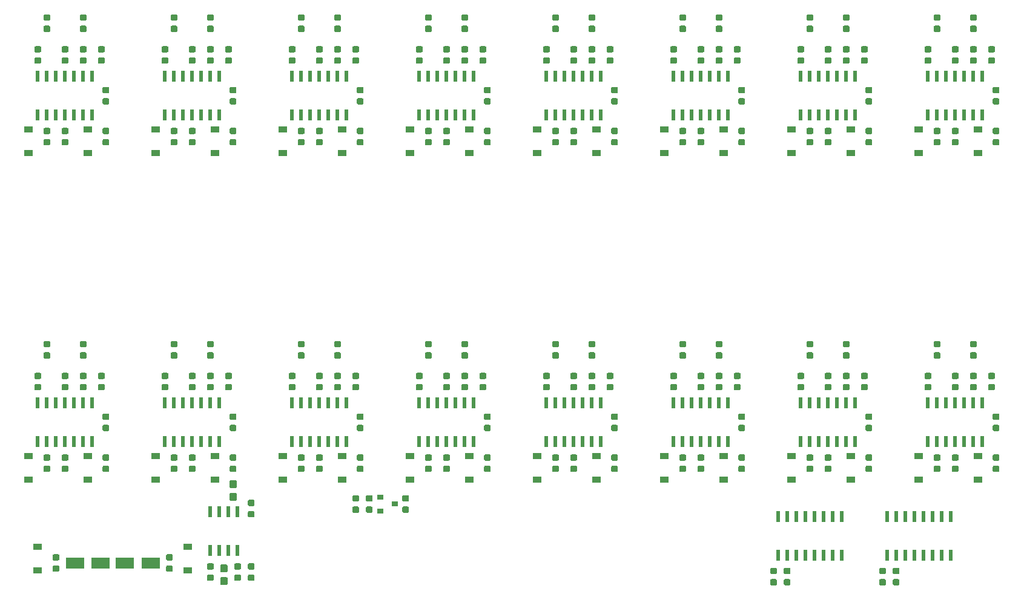
<source format=gbr>
G04 #@! TF.GenerationSoftware,KiCad,Pcbnew,(5.0.1-3-g963ef8bb5)*
G04 #@! TF.CreationDate,2020-08-17T13:32:48-04:00*
G04 #@! TF.ProjectId,Wave_Pool CV Input,576176655F506F6F6C20435620496E70,rev?*
G04 #@! TF.SameCoordinates,Original*
G04 #@! TF.FileFunction,Paste,Bot*
G04 #@! TF.FilePolarity,Positive*
%FSLAX46Y46*%
G04 Gerber Fmt 4.6, Leading zero omitted, Abs format (unit mm)*
G04 Created by KiCad (PCBNEW (5.0.1-3-g963ef8bb5)) date Monday, August 17, 2020 at 01:32:48 PM*
%MOMM*%
%LPD*%
G01*
G04 APERTURE LIST*
%ADD10R,1.200000X0.900000*%
%ADD11R,2.600000X1.600000*%
%ADD12C,0.100000*%
%ADD13C,0.875000*%
%ADD14C,1.050000*%
%ADD15R,0.900000X0.800000*%
%ADD16R,0.600000X1.500000*%
%ADD17R,0.600000X1.550000*%
G04 APERTURE END LIST*
D10*
G04 #@! TO.C,D2*
X70740000Y-145570000D03*
X70740000Y-142270000D03*
G04 #@! TD*
D11*
G04 #@! TO.C,C1*
X82910000Y-144555000D03*
X86510000Y-144555000D03*
G04 #@! TD*
G04 #@! TO.C,C2*
X75925000Y-144555000D03*
X79525000Y-144555000D03*
G04 #@! TD*
D12*
G04 #@! TO.C,R3*
G36*
X98957691Y-146176053D02*
X98978926Y-146179203D01*
X98999750Y-146184419D01*
X99019962Y-146191651D01*
X99039368Y-146200830D01*
X99057781Y-146211866D01*
X99075024Y-146224654D01*
X99090930Y-146239070D01*
X99105346Y-146254976D01*
X99118134Y-146272219D01*
X99129170Y-146290632D01*
X99138349Y-146310038D01*
X99145581Y-146330250D01*
X99150797Y-146351074D01*
X99153947Y-146372309D01*
X99155000Y-146393750D01*
X99155000Y-146831250D01*
X99153947Y-146852691D01*
X99150797Y-146873926D01*
X99145581Y-146894750D01*
X99138349Y-146914962D01*
X99129170Y-146934368D01*
X99118134Y-146952781D01*
X99105346Y-146970024D01*
X99090930Y-146985930D01*
X99075024Y-147000346D01*
X99057781Y-147013134D01*
X99039368Y-147024170D01*
X99019962Y-147033349D01*
X98999750Y-147040581D01*
X98978926Y-147045797D01*
X98957691Y-147048947D01*
X98936250Y-147050000D01*
X98423750Y-147050000D01*
X98402309Y-147048947D01*
X98381074Y-147045797D01*
X98360250Y-147040581D01*
X98340038Y-147033349D01*
X98320632Y-147024170D01*
X98302219Y-147013134D01*
X98284976Y-147000346D01*
X98269070Y-146985930D01*
X98254654Y-146970024D01*
X98241866Y-146952781D01*
X98230830Y-146934368D01*
X98221651Y-146914962D01*
X98214419Y-146894750D01*
X98209203Y-146873926D01*
X98206053Y-146852691D01*
X98205000Y-146831250D01*
X98205000Y-146393750D01*
X98206053Y-146372309D01*
X98209203Y-146351074D01*
X98214419Y-146330250D01*
X98221651Y-146310038D01*
X98230830Y-146290632D01*
X98241866Y-146272219D01*
X98254654Y-146254976D01*
X98269070Y-146239070D01*
X98284976Y-146224654D01*
X98302219Y-146211866D01*
X98320632Y-146200830D01*
X98340038Y-146191651D01*
X98360250Y-146184419D01*
X98381074Y-146179203D01*
X98402309Y-146176053D01*
X98423750Y-146175000D01*
X98936250Y-146175000D01*
X98957691Y-146176053D01*
X98957691Y-146176053D01*
G37*
D13*
X98680000Y-146612500D03*
D12*
G36*
X98957691Y-144601053D02*
X98978926Y-144604203D01*
X98999750Y-144609419D01*
X99019962Y-144616651D01*
X99039368Y-144625830D01*
X99057781Y-144636866D01*
X99075024Y-144649654D01*
X99090930Y-144664070D01*
X99105346Y-144679976D01*
X99118134Y-144697219D01*
X99129170Y-144715632D01*
X99138349Y-144735038D01*
X99145581Y-144755250D01*
X99150797Y-144776074D01*
X99153947Y-144797309D01*
X99155000Y-144818750D01*
X99155000Y-145256250D01*
X99153947Y-145277691D01*
X99150797Y-145298926D01*
X99145581Y-145319750D01*
X99138349Y-145339962D01*
X99129170Y-145359368D01*
X99118134Y-145377781D01*
X99105346Y-145395024D01*
X99090930Y-145410930D01*
X99075024Y-145425346D01*
X99057781Y-145438134D01*
X99039368Y-145449170D01*
X99019962Y-145458349D01*
X98999750Y-145465581D01*
X98978926Y-145470797D01*
X98957691Y-145473947D01*
X98936250Y-145475000D01*
X98423750Y-145475000D01*
X98402309Y-145473947D01*
X98381074Y-145470797D01*
X98360250Y-145465581D01*
X98340038Y-145458349D01*
X98320632Y-145449170D01*
X98302219Y-145438134D01*
X98284976Y-145425346D01*
X98269070Y-145410930D01*
X98254654Y-145395024D01*
X98241866Y-145377781D01*
X98230830Y-145359368D01*
X98221651Y-145339962D01*
X98214419Y-145319750D01*
X98209203Y-145298926D01*
X98206053Y-145277691D01*
X98205000Y-145256250D01*
X98205000Y-144818750D01*
X98206053Y-144797309D01*
X98209203Y-144776074D01*
X98214419Y-144755250D01*
X98221651Y-144735038D01*
X98230830Y-144715632D01*
X98241866Y-144697219D01*
X98254654Y-144679976D01*
X98269070Y-144664070D01*
X98284976Y-144649654D01*
X98302219Y-144636866D01*
X98320632Y-144625830D01*
X98340038Y-144616651D01*
X98360250Y-144609419D01*
X98381074Y-144604203D01*
X98402309Y-144601053D01*
X98423750Y-144600000D01*
X98936250Y-144600000D01*
X98957691Y-144601053D01*
X98957691Y-144601053D01*
G37*
D13*
X98680000Y-145037500D03*
G04 #@! TD*
D12*
G04 #@! TO.C,C5*
G36*
X173887691Y-145236053D02*
X173908926Y-145239203D01*
X173929750Y-145244419D01*
X173949962Y-145251651D01*
X173969368Y-145260830D01*
X173987781Y-145271866D01*
X174005024Y-145284654D01*
X174020930Y-145299070D01*
X174035346Y-145314976D01*
X174048134Y-145332219D01*
X174059170Y-145350632D01*
X174068349Y-145370038D01*
X174075581Y-145390250D01*
X174080797Y-145411074D01*
X174083947Y-145432309D01*
X174085000Y-145453750D01*
X174085000Y-145891250D01*
X174083947Y-145912691D01*
X174080797Y-145933926D01*
X174075581Y-145954750D01*
X174068349Y-145974962D01*
X174059170Y-145994368D01*
X174048134Y-146012781D01*
X174035346Y-146030024D01*
X174020930Y-146045930D01*
X174005024Y-146060346D01*
X173987781Y-146073134D01*
X173969368Y-146084170D01*
X173949962Y-146093349D01*
X173929750Y-146100581D01*
X173908926Y-146105797D01*
X173887691Y-146108947D01*
X173866250Y-146110000D01*
X173353750Y-146110000D01*
X173332309Y-146108947D01*
X173311074Y-146105797D01*
X173290250Y-146100581D01*
X173270038Y-146093349D01*
X173250632Y-146084170D01*
X173232219Y-146073134D01*
X173214976Y-146060346D01*
X173199070Y-146045930D01*
X173184654Y-146030024D01*
X173171866Y-146012781D01*
X173160830Y-145994368D01*
X173151651Y-145974962D01*
X173144419Y-145954750D01*
X173139203Y-145933926D01*
X173136053Y-145912691D01*
X173135000Y-145891250D01*
X173135000Y-145453750D01*
X173136053Y-145432309D01*
X173139203Y-145411074D01*
X173144419Y-145390250D01*
X173151651Y-145370038D01*
X173160830Y-145350632D01*
X173171866Y-145332219D01*
X173184654Y-145314976D01*
X173199070Y-145299070D01*
X173214976Y-145284654D01*
X173232219Y-145271866D01*
X173250632Y-145260830D01*
X173270038Y-145251651D01*
X173290250Y-145244419D01*
X173311074Y-145239203D01*
X173332309Y-145236053D01*
X173353750Y-145235000D01*
X173866250Y-145235000D01*
X173887691Y-145236053D01*
X173887691Y-145236053D01*
G37*
D13*
X173610000Y-145672500D03*
D12*
G36*
X173887691Y-146811053D02*
X173908926Y-146814203D01*
X173929750Y-146819419D01*
X173949962Y-146826651D01*
X173969368Y-146835830D01*
X173987781Y-146846866D01*
X174005024Y-146859654D01*
X174020930Y-146874070D01*
X174035346Y-146889976D01*
X174048134Y-146907219D01*
X174059170Y-146925632D01*
X174068349Y-146945038D01*
X174075581Y-146965250D01*
X174080797Y-146986074D01*
X174083947Y-147007309D01*
X174085000Y-147028750D01*
X174085000Y-147466250D01*
X174083947Y-147487691D01*
X174080797Y-147508926D01*
X174075581Y-147529750D01*
X174068349Y-147549962D01*
X174059170Y-147569368D01*
X174048134Y-147587781D01*
X174035346Y-147605024D01*
X174020930Y-147620930D01*
X174005024Y-147635346D01*
X173987781Y-147648134D01*
X173969368Y-147659170D01*
X173949962Y-147668349D01*
X173929750Y-147675581D01*
X173908926Y-147680797D01*
X173887691Y-147683947D01*
X173866250Y-147685000D01*
X173353750Y-147685000D01*
X173332309Y-147683947D01*
X173311074Y-147680797D01*
X173290250Y-147675581D01*
X173270038Y-147668349D01*
X173250632Y-147659170D01*
X173232219Y-147648134D01*
X173214976Y-147635346D01*
X173199070Y-147620930D01*
X173184654Y-147605024D01*
X173171866Y-147587781D01*
X173160830Y-147569368D01*
X173151651Y-147549962D01*
X173144419Y-147529750D01*
X173139203Y-147508926D01*
X173136053Y-147487691D01*
X173135000Y-147466250D01*
X173135000Y-147028750D01*
X173136053Y-147007309D01*
X173139203Y-146986074D01*
X173144419Y-146965250D01*
X173151651Y-146945038D01*
X173160830Y-146925632D01*
X173171866Y-146907219D01*
X173184654Y-146889976D01*
X173199070Y-146874070D01*
X173214976Y-146859654D01*
X173232219Y-146846866D01*
X173250632Y-146835830D01*
X173270038Y-146826651D01*
X173290250Y-146819419D01*
X173311074Y-146814203D01*
X173332309Y-146811053D01*
X173353750Y-146810000D01*
X173866250Y-146810000D01*
X173887691Y-146811053D01*
X173887691Y-146811053D01*
G37*
D13*
X173610000Y-147247500D03*
G04 #@! TD*
D10*
G04 #@! TO.C,D19*
X122810000Y-132870000D03*
X122810000Y-129570000D03*
G04 #@! TD*
G04 #@! TO.C,D1*
X91695000Y-142270000D03*
X91695000Y-145570000D03*
G04 #@! TD*
D12*
G04 #@! TO.C,R12*
G36*
X71017691Y-72211053D02*
X71038926Y-72214203D01*
X71059750Y-72219419D01*
X71079962Y-72226651D01*
X71099368Y-72235830D01*
X71117781Y-72246866D01*
X71135024Y-72259654D01*
X71150930Y-72274070D01*
X71165346Y-72289976D01*
X71178134Y-72307219D01*
X71189170Y-72325632D01*
X71198349Y-72345038D01*
X71205581Y-72365250D01*
X71210797Y-72386074D01*
X71213947Y-72407309D01*
X71215000Y-72428750D01*
X71215000Y-72866250D01*
X71213947Y-72887691D01*
X71210797Y-72908926D01*
X71205581Y-72929750D01*
X71198349Y-72949962D01*
X71189170Y-72969368D01*
X71178134Y-72987781D01*
X71165346Y-73005024D01*
X71150930Y-73020930D01*
X71135024Y-73035346D01*
X71117781Y-73048134D01*
X71099368Y-73059170D01*
X71079962Y-73068349D01*
X71059750Y-73075581D01*
X71038926Y-73080797D01*
X71017691Y-73083947D01*
X70996250Y-73085000D01*
X70483750Y-73085000D01*
X70462309Y-73083947D01*
X70441074Y-73080797D01*
X70420250Y-73075581D01*
X70400038Y-73068349D01*
X70380632Y-73059170D01*
X70362219Y-73048134D01*
X70344976Y-73035346D01*
X70329070Y-73020930D01*
X70314654Y-73005024D01*
X70301866Y-72987781D01*
X70290830Y-72969368D01*
X70281651Y-72949962D01*
X70274419Y-72929750D01*
X70269203Y-72908926D01*
X70266053Y-72887691D01*
X70265000Y-72866250D01*
X70265000Y-72428750D01*
X70266053Y-72407309D01*
X70269203Y-72386074D01*
X70274419Y-72365250D01*
X70281651Y-72345038D01*
X70290830Y-72325632D01*
X70301866Y-72307219D01*
X70314654Y-72289976D01*
X70329070Y-72274070D01*
X70344976Y-72259654D01*
X70362219Y-72246866D01*
X70380632Y-72235830D01*
X70400038Y-72226651D01*
X70420250Y-72219419D01*
X70441074Y-72214203D01*
X70462309Y-72211053D01*
X70483750Y-72210000D01*
X70996250Y-72210000D01*
X71017691Y-72211053D01*
X71017691Y-72211053D01*
G37*
D13*
X70740000Y-72647500D03*
D12*
G36*
X71017691Y-73786053D02*
X71038926Y-73789203D01*
X71059750Y-73794419D01*
X71079962Y-73801651D01*
X71099368Y-73810830D01*
X71117781Y-73821866D01*
X71135024Y-73834654D01*
X71150930Y-73849070D01*
X71165346Y-73864976D01*
X71178134Y-73882219D01*
X71189170Y-73900632D01*
X71198349Y-73920038D01*
X71205581Y-73940250D01*
X71210797Y-73961074D01*
X71213947Y-73982309D01*
X71215000Y-74003750D01*
X71215000Y-74441250D01*
X71213947Y-74462691D01*
X71210797Y-74483926D01*
X71205581Y-74504750D01*
X71198349Y-74524962D01*
X71189170Y-74544368D01*
X71178134Y-74562781D01*
X71165346Y-74580024D01*
X71150930Y-74595930D01*
X71135024Y-74610346D01*
X71117781Y-74623134D01*
X71099368Y-74634170D01*
X71079962Y-74643349D01*
X71059750Y-74650581D01*
X71038926Y-74655797D01*
X71017691Y-74658947D01*
X70996250Y-74660000D01*
X70483750Y-74660000D01*
X70462309Y-74658947D01*
X70441074Y-74655797D01*
X70420250Y-74650581D01*
X70400038Y-74643349D01*
X70380632Y-74634170D01*
X70362219Y-74623134D01*
X70344976Y-74610346D01*
X70329070Y-74595930D01*
X70314654Y-74580024D01*
X70301866Y-74562781D01*
X70290830Y-74544368D01*
X70281651Y-74524962D01*
X70274419Y-74504750D01*
X70269203Y-74483926D01*
X70266053Y-74462691D01*
X70265000Y-74441250D01*
X70265000Y-74003750D01*
X70266053Y-73982309D01*
X70269203Y-73961074D01*
X70274419Y-73940250D01*
X70281651Y-73920038D01*
X70290830Y-73900632D01*
X70301866Y-73882219D01*
X70314654Y-73864976D01*
X70329070Y-73849070D01*
X70344976Y-73834654D01*
X70362219Y-73821866D01*
X70380632Y-73810830D01*
X70400038Y-73801651D01*
X70420250Y-73794419D01*
X70441074Y-73789203D01*
X70462309Y-73786053D01*
X70483750Y-73785000D01*
X70996250Y-73785000D01*
X71017691Y-73786053D01*
X71017691Y-73786053D01*
G37*
D13*
X70740000Y-74222500D03*
G04 #@! TD*
D12*
G04 #@! TO.C,C3*
G36*
X95147691Y-144601053D02*
X95168926Y-144604203D01*
X95189750Y-144609419D01*
X95209962Y-144616651D01*
X95229368Y-144625830D01*
X95247781Y-144636866D01*
X95265024Y-144649654D01*
X95280930Y-144664070D01*
X95295346Y-144679976D01*
X95308134Y-144697219D01*
X95319170Y-144715632D01*
X95328349Y-144735038D01*
X95335581Y-144755250D01*
X95340797Y-144776074D01*
X95343947Y-144797309D01*
X95345000Y-144818750D01*
X95345000Y-145256250D01*
X95343947Y-145277691D01*
X95340797Y-145298926D01*
X95335581Y-145319750D01*
X95328349Y-145339962D01*
X95319170Y-145359368D01*
X95308134Y-145377781D01*
X95295346Y-145395024D01*
X95280930Y-145410930D01*
X95265024Y-145425346D01*
X95247781Y-145438134D01*
X95229368Y-145449170D01*
X95209962Y-145458349D01*
X95189750Y-145465581D01*
X95168926Y-145470797D01*
X95147691Y-145473947D01*
X95126250Y-145475000D01*
X94613750Y-145475000D01*
X94592309Y-145473947D01*
X94571074Y-145470797D01*
X94550250Y-145465581D01*
X94530038Y-145458349D01*
X94510632Y-145449170D01*
X94492219Y-145438134D01*
X94474976Y-145425346D01*
X94459070Y-145410930D01*
X94444654Y-145395024D01*
X94431866Y-145377781D01*
X94420830Y-145359368D01*
X94411651Y-145339962D01*
X94404419Y-145319750D01*
X94399203Y-145298926D01*
X94396053Y-145277691D01*
X94395000Y-145256250D01*
X94395000Y-144818750D01*
X94396053Y-144797309D01*
X94399203Y-144776074D01*
X94404419Y-144755250D01*
X94411651Y-144735038D01*
X94420830Y-144715632D01*
X94431866Y-144697219D01*
X94444654Y-144679976D01*
X94459070Y-144664070D01*
X94474976Y-144649654D01*
X94492219Y-144636866D01*
X94510632Y-144625830D01*
X94530038Y-144616651D01*
X94550250Y-144609419D01*
X94571074Y-144604203D01*
X94592309Y-144601053D01*
X94613750Y-144600000D01*
X95126250Y-144600000D01*
X95147691Y-144601053D01*
X95147691Y-144601053D01*
G37*
D13*
X94870000Y-145037500D03*
D12*
G36*
X95147691Y-146176053D02*
X95168926Y-146179203D01*
X95189750Y-146184419D01*
X95209962Y-146191651D01*
X95229368Y-146200830D01*
X95247781Y-146211866D01*
X95265024Y-146224654D01*
X95280930Y-146239070D01*
X95295346Y-146254976D01*
X95308134Y-146272219D01*
X95319170Y-146290632D01*
X95328349Y-146310038D01*
X95335581Y-146330250D01*
X95340797Y-146351074D01*
X95343947Y-146372309D01*
X95345000Y-146393750D01*
X95345000Y-146831250D01*
X95343947Y-146852691D01*
X95340797Y-146873926D01*
X95335581Y-146894750D01*
X95328349Y-146914962D01*
X95319170Y-146934368D01*
X95308134Y-146952781D01*
X95295346Y-146970024D01*
X95280930Y-146985930D01*
X95265024Y-147000346D01*
X95247781Y-147013134D01*
X95229368Y-147024170D01*
X95209962Y-147033349D01*
X95189750Y-147040581D01*
X95168926Y-147045797D01*
X95147691Y-147048947D01*
X95126250Y-147050000D01*
X94613750Y-147050000D01*
X94592309Y-147048947D01*
X94571074Y-147045797D01*
X94550250Y-147040581D01*
X94530038Y-147033349D01*
X94510632Y-147024170D01*
X94492219Y-147013134D01*
X94474976Y-147000346D01*
X94459070Y-146985930D01*
X94444654Y-146970024D01*
X94431866Y-146952781D01*
X94420830Y-146934368D01*
X94411651Y-146914962D01*
X94404419Y-146894750D01*
X94399203Y-146873926D01*
X94396053Y-146852691D01*
X94395000Y-146831250D01*
X94395000Y-146393750D01*
X94396053Y-146372309D01*
X94399203Y-146351074D01*
X94404419Y-146330250D01*
X94411651Y-146310038D01*
X94420830Y-146290632D01*
X94431866Y-146272219D01*
X94444654Y-146254976D01*
X94459070Y-146239070D01*
X94474976Y-146224654D01*
X94492219Y-146211866D01*
X94510632Y-146200830D01*
X94530038Y-146191651D01*
X94550250Y-146184419D01*
X94571074Y-146179203D01*
X94592309Y-146176053D01*
X94613750Y-146175000D01*
X95126250Y-146175000D01*
X95147691Y-146176053D01*
X95147691Y-146176053D01*
G37*
D13*
X94870000Y-146612500D03*
G04 #@! TD*
D12*
G04 #@! TO.C,C4*
G36*
X100862691Y-137286053D02*
X100883926Y-137289203D01*
X100904750Y-137294419D01*
X100924962Y-137301651D01*
X100944368Y-137310830D01*
X100962781Y-137321866D01*
X100980024Y-137334654D01*
X100995930Y-137349070D01*
X101010346Y-137364976D01*
X101023134Y-137382219D01*
X101034170Y-137400632D01*
X101043349Y-137420038D01*
X101050581Y-137440250D01*
X101055797Y-137461074D01*
X101058947Y-137482309D01*
X101060000Y-137503750D01*
X101060000Y-137941250D01*
X101058947Y-137962691D01*
X101055797Y-137983926D01*
X101050581Y-138004750D01*
X101043349Y-138024962D01*
X101034170Y-138044368D01*
X101023134Y-138062781D01*
X101010346Y-138080024D01*
X100995930Y-138095930D01*
X100980024Y-138110346D01*
X100962781Y-138123134D01*
X100944368Y-138134170D01*
X100924962Y-138143349D01*
X100904750Y-138150581D01*
X100883926Y-138155797D01*
X100862691Y-138158947D01*
X100841250Y-138160000D01*
X100328750Y-138160000D01*
X100307309Y-138158947D01*
X100286074Y-138155797D01*
X100265250Y-138150581D01*
X100245038Y-138143349D01*
X100225632Y-138134170D01*
X100207219Y-138123134D01*
X100189976Y-138110346D01*
X100174070Y-138095930D01*
X100159654Y-138080024D01*
X100146866Y-138062781D01*
X100135830Y-138044368D01*
X100126651Y-138024962D01*
X100119419Y-138004750D01*
X100114203Y-137983926D01*
X100111053Y-137962691D01*
X100110000Y-137941250D01*
X100110000Y-137503750D01*
X100111053Y-137482309D01*
X100114203Y-137461074D01*
X100119419Y-137440250D01*
X100126651Y-137420038D01*
X100135830Y-137400632D01*
X100146866Y-137382219D01*
X100159654Y-137364976D01*
X100174070Y-137349070D01*
X100189976Y-137334654D01*
X100207219Y-137321866D01*
X100225632Y-137310830D01*
X100245038Y-137301651D01*
X100265250Y-137294419D01*
X100286074Y-137289203D01*
X100307309Y-137286053D01*
X100328750Y-137285000D01*
X100841250Y-137285000D01*
X100862691Y-137286053D01*
X100862691Y-137286053D01*
G37*
D13*
X100585000Y-137722500D03*
D12*
G36*
X100862691Y-135711053D02*
X100883926Y-135714203D01*
X100904750Y-135719419D01*
X100924962Y-135726651D01*
X100944368Y-135735830D01*
X100962781Y-135746866D01*
X100980024Y-135759654D01*
X100995930Y-135774070D01*
X101010346Y-135789976D01*
X101023134Y-135807219D01*
X101034170Y-135825632D01*
X101043349Y-135845038D01*
X101050581Y-135865250D01*
X101055797Y-135886074D01*
X101058947Y-135907309D01*
X101060000Y-135928750D01*
X101060000Y-136366250D01*
X101058947Y-136387691D01*
X101055797Y-136408926D01*
X101050581Y-136429750D01*
X101043349Y-136449962D01*
X101034170Y-136469368D01*
X101023134Y-136487781D01*
X101010346Y-136505024D01*
X100995930Y-136520930D01*
X100980024Y-136535346D01*
X100962781Y-136548134D01*
X100944368Y-136559170D01*
X100924962Y-136568349D01*
X100904750Y-136575581D01*
X100883926Y-136580797D01*
X100862691Y-136583947D01*
X100841250Y-136585000D01*
X100328750Y-136585000D01*
X100307309Y-136583947D01*
X100286074Y-136580797D01*
X100265250Y-136575581D01*
X100245038Y-136568349D01*
X100225632Y-136559170D01*
X100207219Y-136548134D01*
X100189976Y-136535346D01*
X100174070Y-136520930D01*
X100159654Y-136505024D01*
X100146866Y-136487781D01*
X100135830Y-136469368D01*
X100126651Y-136449962D01*
X100119419Y-136429750D01*
X100114203Y-136408926D01*
X100111053Y-136387691D01*
X100110000Y-136366250D01*
X100110000Y-135928750D01*
X100111053Y-135907309D01*
X100114203Y-135886074D01*
X100119419Y-135865250D01*
X100126651Y-135845038D01*
X100135830Y-135825632D01*
X100146866Y-135807219D01*
X100159654Y-135789976D01*
X100174070Y-135774070D01*
X100189976Y-135759654D01*
X100207219Y-135746866D01*
X100225632Y-135735830D01*
X100245038Y-135726651D01*
X100265250Y-135719419D01*
X100286074Y-135714203D01*
X100307309Y-135711053D01*
X100328750Y-135710000D01*
X100841250Y-135710000D01*
X100862691Y-135711053D01*
X100862691Y-135711053D01*
G37*
D13*
X100585000Y-136147500D03*
G04 #@! TD*
D12*
G04 #@! TO.C,C6*
G36*
X189127691Y-145236053D02*
X189148926Y-145239203D01*
X189169750Y-145244419D01*
X189189962Y-145251651D01*
X189209368Y-145260830D01*
X189227781Y-145271866D01*
X189245024Y-145284654D01*
X189260930Y-145299070D01*
X189275346Y-145314976D01*
X189288134Y-145332219D01*
X189299170Y-145350632D01*
X189308349Y-145370038D01*
X189315581Y-145390250D01*
X189320797Y-145411074D01*
X189323947Y-145432309D01*
X189325000Y-145453750D01*
X189325000Y-145891250D01*
X189323947Y-145912691D01*
X189320797Y-145933926D01*
X189315581Y-145954750D01*
X189308349Y-145974962D01*
X189299170Y-145994368D01*
X189288134Y-146012781D01*
X189275346Y-146030024D01*
X189260930Y-146045930D01*
X189245024Y-146060346D01*
X189227781Y-146073134D01*
X189209368Y-146084170D01*
X189189962Y-146093349D01*
X189169750Y-146100581D01*
X189148926Y-146105797D01*
X189127691Y-146108947D01*
X189106250Y-146110000D01*
X188593750Y-146110000D01*
X188572309Y-146108947D01*
X188551074Y-146105797D01*
X188530250Y-146100581D01*
X188510038Y-146093349D01*
X188490632Y-146084170D01*
X188472219Y-146073134D01*
X188454976Y-146060346D01*
X188439070Y-146045930D01*
X188424654Y-146030024D01*
X188411866Y-146012781D01*
X188400830Y-145994368D01*
X188391651Y-145974962D01*
X188384419Y-145954750D01*
X188379203Y-145933926D01*
X188376053Y-145912691D01*
X188375000Y-145891250D01*
X188375000Y-145453750D01*
X188376053Y-145432309D01*
X188379203Y-145411074D01*
X188384419Y-145390250D01*
X188391651Y-145370038D01*
X188400830Y-145350632D01*
X188411866Y-145332219D01*
X188424654Y-145314976D01*
X188439070Y-145299070D01*
X188454976Y-145284654D01*
X188472219Y-145271866D01*
X188490632Y-145260830D01*
X188510038Y-145251651D01*
X188530250Y-145244419D01*
X188551074Y-145239203D01*
X188572309Y-145236053D01*
X188593750Y-145235000D01*
X189106250Y-145235000D01*
X189127691Y-145236053D01*
X189127691Y-145236053D01*
G37*
D13*
X188850000Y-145672500D03*
D12*
G36*
X189127691Y-146811053D02*
X189148926Y-146814203D01*
X189169750Y-146819419D01*
X189189962Y-146826651D01*
X189209368Y-146835830D01*
X189227781Y-146846866D01*
X189245024Y-146859654D01*
X189260930Y-146874070D01*
X189275346Y-146889976D01*
X189288134Y-146907219D01*
X189299170Y-146925632D01*
X189308349Y-146945038D01*
X189315581Y-146965250D01*
X189320797Y-146986074D01*
X189323947Y-147007309D01*
X189325000Y-147028750D01*
X189325000Y-147466250D01*
X189323947Y-147487691D01*
X189320797Y-147508926D01*
X189315581Y-147529750D01*
X189308349Y-147549962D01*
X189299170Y-147569368D01*
X189288134Y-147587781D01*
X189275346Y-147605024D01*
X189260930Y-147620930D01*
X189245024Y-147635346D01*
X189227781Y-147648134D01*
X189209368Y-147659170D01*
X189189962Y-147668349D01*
X189169750Y-147675581D01*
X189148926Y-147680797D01*
X189127691Y-147683947D01*
X189106250Y-147685000D01*
X188593750Y-147685000D01*
X188572309Y-147683947D01*
X188551074Y-147680797D01*
X188530250Y-147675581D01*
X188510038Y-147668349D01*
X188490632Y-147659170D01*
X188472219Y-147648134D01*
X188454976Y-147635346D01*
X188439070Y-147620930D01*
X188424654Y-147605024D01*
X188411866Y-147587781D01*
X188400830Y-147569368D01*
X188391651Y-147549962D01*
X188384419Y-147529750D01*
X188379203Y-147508926D01*
X188376053Y-147487691D01*
X188375000Y-147466250D01*
X188375000Y-147028750D01*
X188376053Y-147007309D01*
X188379203Y-146986074D01*
X188384419Y-146965250D01*
X188391651Y-146945038D01*
X188400830Y-146925632D01*
X188411866Y-146907219D01*
X188424654Y-146889976D01*
X188439070Y-146874070D01*
X188454976Y-146859654D01*
X188472219Y-146846866D01*
X188490632Y-146835830D01*
X188510038Y-146826651D01*
X188530250Y-146819419D01*
X188551074Y-146814203D01*
X188572309Y-146811053D01*
X188593750Y-146810000D01*
X189106250Y-146810000D01*
X189127691Y-146811053D01*
X189127691Y-146811053D01*
G37*
D13*
X188850000Y-147247500D03*
G04 #@! TD*
D12*
G04 #@! TO.C,C7*
G36*
X115467691Y-136651053D02*
X115488926Y-136654203D01*
X115509750Y-136659419D01*
X115529962Y-136666651D01*
X115549368Y-136675830D01*
X115567781Y-136686866D01*
X115585024Y-136699654D01*
X115600930Y-136714070D01*
X115615346Y-136729976D01*
X115628134Y-136747219D01*
X115639170Y-136765632D01*
X115648349Y-136785038D01*
X115655581Y-136805250D01*
X115660797Y-136826074D01*
X115663947Y-136847309D01*
X115665000Y-136868750D01*
X115665000Y-137306250D01*
X115663947Y-137327691D01*
X115660797Y-137348926D01*
X115655581Y-137369750D01*
X115648349Y-137389962D01*
X115639170Y-137409368D01*
X115628134Y-137427781D01*
X115615346Y-137445024D01*
X115600930Y-137460930D01*
X115585024Y-137475346D01*
X115567781Y-137488134D01*
X115549368Y-137499170D01*
X115529962Y-137508349D01*
X115509750Y-137515581D01*
X115488926Y-137520797D01*
X115467691Y-137523947D01*
X115446250Y-137525000D01*
X114933750Y-137525000D01*
X114912309Y-137523947D01*
X114891074Y-137520797D01*
X114870250Y-137515581D01*
X114850038Y-137508349D01*
X114830632Y-137499170D01*
X114812219Y-137488134D01*
X114794976Y-137475346D01*
X114779070Y-137460930D01*
X114764654Y-137445024D01*
X114751866Y-137427781D01*
X114740830Y-137409368D01*
X114731651Y-137389962D01*
X114724419Y-137369750D01*
X114719203Y-137348926D01*
X114716053Y-137327691D01*
X114715000Y-137306250D01*
X114715000Y-136868750D01*
X114716053Y-136847309D01*
X114719203Y-136826074D01*
X114724419Y-136805250D01*
X114731651Y-136785038D01*
X114740830Y-136765632D01*
X114751866Y-136747219D01*
X114764654Y-136729976D01*
X114779070Y-136714070D01*
X114794976Y-136699654D01*
X114812219Y-136686866D01*
X114830632Y-136675830D01*
X114850038Y-136666651D01*
X114870250Y-136659419D01*
X114891074Y-136654203D01*
X114912309Y-136651053D01*
X114933750Y-136650000D01*
X115446250Y-136650000D01*
X115467691Y-136651053D01*
X115467691Y-136651053D01*
G37*
D13*
X115190000Y-137087500D03*
D12*
G36*
X115467691Y-135076053D02*
X115488926Y-135079203D01*
X115509750Y-135084419D01*
X115529962Y-135091651D01*
X115549368Y-135100830D01*
X115567781Y-135111866D01*
X115585024Y-135124654D01*
X115600930Y-135139070D01*
X115615346Y-135154976D01*
X115628134Y-135172219D01*
X115639170Y-135190632D01*
X115648349Y-135210038D01*
X115655581Y-135230250D01*
X115660797Y-135251074D01*
X115663947Y-135272309D01*
X115665000Y-135293750D01*
X115665000Y-135731250D01*
X115663947Y-135752691D01*
X115660797Y-135773926D01*
X115655581Y-135794750D01*
X115648349Y-135814962D01*
X115639170Y-135834368D01*
X115628134Y-135852781D01*
X115615346Y-135870024D01*
X115600930Y-135885930D01*
X115585024Y-135900346D01*
X115567781Y-135913134D01*
X115549368Y-135924170D01*
X115529962Y-135933349D01*
X115509750Y-135940581D01*
X115488926Y-135945797D01*
X115467691Y-135948947D01*
X115446250Y-135950000D01*
X114933750Y-135950000D01*
X114912309Y-135948947D01*
X114891074Y-135945797D01*
X114870250Y-135940581D01*
X114850038Y-135933349D01*
X114830632Y-135924170D01*
X114812219Y-135913134D01*
X114794976Y-135900346D01*
X114779070Y-135885930D01*
X114764654Y-135870024D01*
X114751866Y-135852781D01*
X114740830Y-135834368D01*
X114731651Y-135814962D01*
X114724419Y-135794750D01*
X114719203Y-135773926D01*
X114716053Y-135752691D01*
X114715000Y-135731250D01*
X114715000Y-135293750D01*
X114716053Y-135272309D01*
X114719203Y-135251074D01*
X114724419Y-135230250D01*
X114731651Y-135210038D01*
X114740830Y-135190632D01*
X114751866Y-135172219D01*
X114764654Y-135154976D01*
X114779070Y-135139070D01*
X114794976Y-135124654D01*
X114812219Y-135111866D01*
X114830632Y-135100830D01*
X114850038Y-135091651D01*
X114870250Y-135084419D01*
X114891074Y-135079203D01*
X114912309Y-135076053D01*
X114933750Y-135075000D01*
X115446250Y-135075000D01*
X115467691Y-135076053D01*
X115467691Y-135076053D01*
G37*
D13*
X115190000Y-135512500D03*
G04 #@! TD*
D12*
G04 #@! TO.C,C8*
G36*
X175792691Y-146811053D02*
X175813926Y-146814203D01*
X175834750Y-146819419D01*
X175854962Y-146826651D01*
X175874368Y-146835830D01*
X175892781Y-146846866D01*
X175910024Y-146859654D01*
X175925930Y-146874070D01*
X175940346Y-146889976D01*
X175953134Y-146907219D01*
X175964170Y-146925632D01*
X175973349Y-146945038D01*
X175980581Y-146965250D01*
X175985797Y-146986074D01*
X175988947Y-147007309D01*
X175990000Y-147028750D01*
X175990000Y-147466250D01*
X175988947Y-147487691D01*
X175985797Y-147508926D01*
X175980581Y-147529750D01*
X175973349Y-147549962D01*
X175964170Y-147569368D01*
X175953134Y-147587781D01*
X175940346Y-147605024D01*
X175925930Y-147620930D01*
X175910024Y-147635346D01*
X175892781Y-147648134D01*
X175874368Y-147659170D01*
X175854962Y-147668349D01*
X175834750Y-147675581D01*
X175813926Y-147680797D01*
X175792691Y-147683947D01*
X175771250Y-147685000D01*
X175258750Y-147685000D01*
X175237309Y-147683947D01*
X175216074Y-147680797D01*
X175195250Y-147675581D01*
X175175038Y-147668349D01*
X175155632Y-147659170D01*
X175137219Y-147648134D01*
X175119976Y-147635346D01*
X175104070Y-147620930D01*
X175089654Y-147605024D01*
X175076866Y-147587781D01*
X175065830Y-147569368D01*
X175056651Y-147549962D01*
X175049419Y-147529750D01*
X175044203Y-147508926D01*
X175041053Y-147487691D01*
X175040000Y-147466250D01*
X175040000Y-147028750D01*
X175041053Y-147007309D01*
X175044203Y-146986074D01*
X175049419Y-146965250D01*
X175056651Y-146945038D01*
X175065830Y-146925632D01*
X175076866Y-146907219D01*
X175089654Y-146889976D01*
X175104070Y-146874070D01*
X175119976Y-146859654D01*
X175137219Y-146846866D01*
X175155632Y-146835830D01*
X175175038Y-146826651D01*
X175195250Y-146819419D01*
X175216074Y-146814203D01*
X175237309Y-146811053D01*
X175258750Y-146810000D01*
X175771250Y-146810000D01*
X175792691Y-146811053D01*
X175792691Y-146811053D01*
G37*
D13*
X175515000Y-147247500D03*
D12*
G36*
X175792691Y-145236053D02*
X175813926Y-145239203D01*
X175834750Y-145244419D01*
X175854962Y-145251651D01*
X175874368Y-145260830D01*
X175892781Y-145271866D01*
X175910024Y-145284654D01*
X175925930Y-145299070D01*
X175940346Y-145314976D01*
X175953134Y-145332219D01*
X175964170Y-145350632D01*
X175973349Y-145370038D01*
X175980581Y-145390250D01*
X175985797Y-145411074D01*
X175988947Y-145432309D01*
X175990000Y-145453750D01*
X175990000Y-145891250D01*
X175988947Y-145912691D01*
X175985797Y-145933926D01*
X175980581Y-145954750D01*
X175973349Y-145974962D01*
X175964170Y-145994368D01*
X175953134Y-146012781D01*
X175940346Y-146030024D01*
X175925930Y-146045930D01*
X175910024Y-146060346D01*
X175892781Y-146073134D01*
X175874368Y-146084170D01*
X175854962Y-146093349D01*
X175834750Y-146100581D01*
X175813926Y-146105797D01*
X175792691Y-146108947D01*
X175771250Y-146110000D01*
X175258750Y-146110000D01*
X175237309Y-146108947D01*
X175216074Y-146105797D01*
X175195250Y-146100581D01*
X175175038Y-146093349D01*
X175155632Y-146084170D01*
X175137219Y-146073134D01*
X175119976Y-146060346D01*
X175104070Y-146045930D01*
X175089654Y-146030024D01*
X175076866Y-146012781D01*
X175065830Y-145994368D01*
X175056651Y-145974962D01*
X175049419Y-145954750D01*
X175044203Y-145933926D01*
X175041053Y-145912691D01*
X175040000Y-145891250D01*
X175040000Y-145453750D01*
X175041053Y-145432309D01*
X175044203Y-145411074D01*
X175049419Y-145390250D01*
X175056651Y-145370038D01*
X175065830Y-145350632D01*
X175076866Y-145332219D01*
X175089654Y-145314976D01*
X175104070Y-145299070D01*
X175119976Y-145284654D01*
X175137219Y-145271866D01*
X175155632Y-145260830D01*
X175175038Y-145251651D01*
X175195250Y-145244419D01*
X175216074Y-145239203D01*
X175237309Y-145236053D01*
X175258750Y-145235000D01*
X175771250Y-145235000D01*
X175792691Y-145236053D01*
X175792691Y-145236053D01*
G37*
D13*
X175515000Y-145672500D03*
G04 #@! TD*
D12*
G04 #@! TO.C,C9*
G36*
X191032691Y-145236053D02*
X191053926Y-145239203D01*
X191074750Y-145244419D01*
X191094962Y-145251651D01*
X191114368Y-145260830D01*
X191132781Y-145271866D01*
X191150024Y-145284654D01*
X191165930Y-145299070D01*
X191180346Y-145314976D01*
X191193134Y-145332219D01*
X191204170Y-145350632D01*
X191213349Y-145370038D01*
X191220581Y-145390250D01*
X191225797Y-145411074D01*
X191228947Y-145432309D01*
X191230000Y-145453750D01*
X191230000Y-145891250D01*
X191228947Y-145912691D01*
X191225797Y-145933926D01*
X191220581Y-145954750D01*
X191213349Y-145974962D01*
X191204170Y-145994368D01*
X191193134Y-146012781D01*
X191180346Y-146030024D01*
X191165930Y-146045930D01*
X191150024Y-146060346D01*
X191132781Y-146073134D01*
X191114368Y-146084170D01*
X191094962Y-146093349D01*
X191074750Y-146100581D01*
X191053926Y-146105797D01*
X191032691Y-146108947D01*
X191011250Y-146110000D01*
X190498750Y-146110000D01*
X190477309Y-146108947D01*
X190456074Y-146105797D01*
X190435250Y-146100581D01*
X190415038Y-146093349D01*
X190395632Y-146084170D01*
X190377219Y-146073134D01*
X190359976Y-146060346D01*
X190344070Y-146045930D01*
X190329654Y-146030024D01*
X190316866Y-146012781D01*
X190305830Y-145994368D01*
X190296651Y-145974962D01*
X190289419Y-145954750D01*
X190284203Y-145933926D01*
X190281053Y-145912691D01*
X190280000Y-145891250D01*
X190280000Y-145453750D01*
X190281053Y-145432309D01*
X190284203Y-145411074D01*
X190289419Y-145390250D01*
X190296651Y-145370038D01*
X190305830Y-145350632D01*
X190316866Y-145332219D01*
X190329654Y-145314976D01*
X190344070Y-145299070D01*
X190359976Y-145284654D01*
X190377219Y-145271866D01*
X190395632Y-145260830D01*
X190415038Y-145251651D01*
X190435250Y-145244419D01*
X190456074Y-145239203D01*
X190477309Y-145236053D01*
X190498750Y-145235000D01*
X191011250Y-145235000D01*
X191032691Y-145236053D01*
X191032691Y-145236053D01*
G37*
D13*
X190755000Y-145672500D03*
D12*
G36*
X191032691Y-146811053D02*
X191053926Y-146814203D01*
X191074750Y-146819419D01*
X191094962Y-146826651D01*
X191114368Y-146835830D01*
X191132781Y-146846866D01*
X191150024Y-146859654D01*
X191165930Y-146874070D01*
X191180346Y-146889976D01*
X191193134Y-146907219D01*
X191204170Y-146925632D01*
X191213349Y-146945038D01*
X191220581Y-146965250D01*
X191225797Y-146986074D01*
X191228947Y-147007309D01*
X191230000Y-147028750D01*
X191230000Y-147466250D01*
X191228947Y-147487691D01*
X191225797Y-147508926D01*
X191220581Y-147529750D01*
X191213349Y-147549962D01*
X191204170Y-147569368D01*
X191193134Y-147587781D01*
X191180346Y-147605024D01*
X191165930Y-147620930D01*
X191150024Y-147635346D01*
X191132781Y-147648134D01*
X191114368Y-147659170D01*
X191094962Y-147668349D01*
X191074750Y-147675581D01*
X191053926Y-147680797D01*
X191032691Y-147683947D01*
X191011250Y-147685000D01*
X190498750Y-147685000D01*
X190477309Y-147683947D01*
X190456074Y-147680797D01*
X190435250Y-147675581D01*
X190415038Y-147668349D01*
X190395632Y-147659170D01*
X190377219Y-147648134D01*
X190359976Y-147635346D01*
X190344070Y-147620930D01*
X190329654Y-147605024D01*
X190316866Y-147587781D01*
X190305830Y-147569368D01*
X190296651Y-147549962D01*
X190289419Y-147529750D01*
X190284203Y-147508926D01*
X190281053Y-147487691D01*
X190280000Y-147466250D01*
X190280000Y-147028750D01*
X190281053Y-147007309D01*
X190284203Y-146986074D01*
X190289419Y-146965250D01*
X190296651Y-146945038D01*
X190305830Y-146925632D01*
X190316866Y-146907219D01*
X190329654Y-146889976D01*
X190344070Y-146874070D01*
X190359976Y-146859654D01*
X190377219Y-146846866D01*
X190395632Y-146835830D01*
X190415038Y-146826651D01*
X190435250Y-146819419D01*
X190456074Y-146814203D01*
X190477309Y-146811053D01*
X190498750Y-146810000D01*
X191011250Y-146810000D01*
X191032691Y-146811053D01*
X191032691Y-146811053D01*
G37*
D13*
X190755000Y-147247500D03*
G04 #@! TD*
D12*
G04 #@! TO.C,C10*
G36*
X122452691Y-135076053D02*
X122473926Y-135079203D01*
X122494750Y-135084419D01*
X122514962Y-135091651D01*
X122534368Y-135100830D01*
X122552781Y-135111866D01*
X122570024Y-135124654D01*
X122585930Y-135139070D01*
X122600346Y-135154976D01*
X122613134Y-135172219D01*
X122624170Y-135190632D01*
X122633349Y-135210038D01*
X122640581Y-135230250D01*
X122645797Y-135251074D01*
X122648947Y-135272309D01*
X122650000Y-135293750D01*
X122650000Y-135731250D01*
X122648947Y-135752691D01*
X122645797Y-135773926D01*
X122640581Y-135794750D01*
X122633349Y-135814962D01*
X122624170Y-135834368D01*
X122613134Y-135852781D01*
X122600346Y-135870024D01*
X122585930Y-135885930D01*
X122570024Y-135900346D01*
X122552781Y-135913134D01*
X122534368Y-135924170D01*
X122514962Y-135933349D01*
X122494750Y-135940581D01*
X122473926Y-135945797D01*
X122452691Y-135948947D01*
X122431250Y-135950000D01*
X121918750Y-135950000D01*
X121897309Y-135948947D01*
X121876074Y-135945797D01*
X121855250Y-135940581D01*
X121835038Y-135933349D01*
X121815632Y-135924170D01*
X121797219Y-135913134D01*
X121779976Y-135900346D01*
X121764070Y-135885930D01*
X121749654Y-135870024D01*
X121736866Y-135852781D01*
X121725830Y-135834368D01*
X121716651Y-135814962D01*
X121709419Y-135794750D01*
X121704203Y-135773926D01*
X121701053Y-135752691D01*
X121700000Y-135731250D01*
X121700000Y-135293750D01*
X121701053Y-135272309D01*
X121704203Y-135251074D01*
X121709419Y-135230250D01*
X121716651Y-135210038D01*
X121725830Y-135190632D01*
X121736866Y-135172219D01*
X121749654Y-135154976D01*
X121764070Y-135139070D01*
X121779976Y-135124654D01*
X121797219Y-135111866D01*
X121815632Y-135100830D01*
X121835038Y-135091651D01*
X121855250Y-135084419D01*
X121876074Y-135079203D01*
X121897309Y-135076053D01*
X121918750Y-135075000D01*
X122431250Y-135075000D01*
X122452691Y-135076053D01*
X122452691Y-135076053D01*
G37*
D13*
X122175000Y-135512500D03*
D12*
G36*
X122452691Y-136651053D02*
X122473926Y-136654203D01*
X122494750Y-136659419D01*
X122514962Y-136666651D01*
X122534368Y-136675830D01*
X122552781Y-136686866D01*
X122570024Y-136699654D01*
X122585930Y-136714070D01*
X122600346Y-136729976D01*
X122613134Y-136747219D01*
X122624170Y-136765632D01*
X122633349Y-136785038D01*
X122640581Y-136805250D01*
X122645797Y-136826074D01*
X122648947Y-136847309D01*
X122650000Y-136868750D01*
X122650000Y-137306250D01*
X122648947Y-137327691D01*
X122645797Y-137348926D01*
X122640581Y-137369750D01*
X122633349Y-137389962D01*
X122624170Y-137409368D01*
X122613134Y-137427781D01*
X122600346Y-137445024D01*
X122585930Y-137460930D01*
X122570024Y-137475346D01*
X122552781Y-137488134D01*
X122534368Y-137499170D01*
X122514962Y-137508349D01*
X122494750Y-137515581D01*
X122473926Y-137520797D01*
X122452691Y-137523947D01*
X122431250Y-137525000D01*
X121918750Y-137525000D01*
X121897309Y-137523947D01*
X121876074Y-137520797D01*
X121855250Y-137515581D01*
X121835038Y-137508349D01*
X121815632Y-137499170D01*
X121797219Y-137488134D01*
X121779976Y-137475346D01*
X121764070Y-137460930D01*
X121749654Y-137445024D01*
X121736866Y-137427781D01*
X121725830Y-137409368D01*
X121716651Y-137389962D01*
X121709419Y-137369750D01*
X121704203Y-137348926D01*
X121701053Y-137327691D01*
X121700000Y-137306250D01*
X121700000Y-136868750D01*
X121701053Y-136847309D01*
X121704203Y-136826074D01*
X121709419Y-136805250D01*
X121716651Y-136785038D01*
X121725830Y-136765632D01*
X121736866Y-136747219D01*
X121749654Y-136729976D01*
X121764070Y-136714070D01*
X121779976Y-136699654D01*
X121797219Y-136686866D01*
X121815632Y-136675830D01*
X121835038Y-136666651D01*
X121855250Y-136659419D01*
X121876074Y-136654203D01*
X121897309Y-136651053D01*
X121918750Y-136650000D01*
X122431250Y-136650000D01*
X122452691Y-136651053D01*
X122452691Y-136651053D01*
G37*
D13*
X122175000Y-137087500D03*
G04 #@! TD*
D12*
G04 #@! TO.C,C11*
G36*
X98344505Y-132946204D02*
X98368773Y-132949804D01*
X98392572Y-132955765D01*
X98415671Y-132964030D01*
X98437850Y-132974520D01*
X98458893Y-132987132D01*
X98478599Y-133001747D01*
X98496777Y-133018223D01*
X98513253Y-133036401D01*
X98527868Y-133056107D01*
X98540480Y-133077150D01*
X98550970Y-133099329D01*
X98559235Y-133122428D01*
X98565196Y-133146227D01*
X98568796Y-133170495D01*
X98570000Y-133194999D01*
X98570000Y-133820001D01*
X98568796Y-133844505D01*
X98565196Y-133868773D01*
X98559235Y-133892572D01*
X98550970Y-133915671D01*
X98540480Y-133937850D01*
X98527868Y-133958893D01*
X98513253Y-133978599D01*
X98496777Y-133996777D01*
X98478599Y-134013253D01*
X98458893Y-134027868D01*
X98437850Y-134040480D01*
X98415671Y-134050970D01*
X98392572Y-134059235D01*
X98368773Y-134065196D01*
X98344505Y-134068796D01*
X98320001Y-134070000D01*
X97769999Y-134070000D01*
X97745495Y-134068796D01*
X97721227Y-134065196D01*
X97697428Y-134059235D01*
X97674329Y-134050970D01*
X97652150Y-134040480D01*
X97631107Y-134027868D01*
X97611401Y-134013253D01*
X97593223Y-133996777D01*
X97576747Y-133978599D01*
X97562132Y-133958893D01*
X97549520Y-133937850D01*
X97539030Y-133915671D01*
X97530765Y-133892572D01*
X97524804Y-133868773D01*
X97521204Y-133844505D01*
X97520000Y-133820001D01*
X97520000Y-133194999D01*
X97521204Y-133170495D01*
X97524804Y-133146227D01*
X97530765Y-133122428D01*
X97539030Y-133099329D01*
X97549520Y-133077150D01*
X97562132Y-133056107D01*
X97576747Y-133036401D01*
X97593223Y-133018223D01*
X97611401Y-133001747D01*
X97631107Y-132987132D01*
X97652150Y-132974520D01*
X97674329Y-132964030D01*
X97697428Y-132955765D01*
X97721227Y-132949804D01*
X97745495Y-132946204D01*
X97769999Y-132945000D01*
X98320001Y-132945000D01*
X98344505Y-132946204D01*
X98344505Y-132946204D01*
G37*
D14*
X98045000Y-133507500D03*
D12*
G36*
X98344505Y-134721204D02*
X98368773Y-134724804D01*
X98392572Y-134730765D01*
X98415671Y-134739030D01*
X98437850Y-134749520D01*
X98458893Y-134762132D01*
X98478599Y-134776747D01*
X98496777Y-134793223D01*
X98513253Y-134811401D01*
X98527868Y-134831107D01*
X98540480Y-134852150D01*
X98550970Y-134874329D01*
X98559235Y-134897428D01*
X98565196Y-134921227D01*
X98568796Y-134945495D01*
X98570000Y-134969999D01*
X98570000Y-135595001D01*
X98568796Y-135619505D01*
X98565196Y-135643773D01*
X98559235Y-135667572D01*
X98550970Y-135690671D01*
X98540480Y-135712850D01*
X98527868Y-135733893D01*
X98513253Y-135753599D01*
X98496777Y-135771777D01*
X98478599Y-135788253D01*
X98458893Y-135802868D01*
X98437850Y-135815480D01*
X98415671Y-135825970D01*
X98392572Y-135834235D01*
X98368773Y-135840196D01*
X98344505Y-135843796D01*
X98320001Y-135845000D01*
X97769999Y-135845000D01*
X97745495Y-135843796D01*
X97721227Y-135840196D01*
X97697428Y-135834235D01*
X97674329Y-135825970D01*
X97652150Y-135815480D01*
X97631107Y-135802868D01*
X97611401Y-135788253D01*
X97593223Y-135771777D01*
X97576747Y-135753599D01*
X97562132Y-135733893D01*
X97549520Y-135712850D01*
X97539030Y-135690671D01*
X97530765Y-135667572D01*
X97524804Y-135643773D01*
X97521204Y-135619505D01*
X97520000Y-135595001D01*
X97520000Y-134969999D01*
X97521204Y-134945495D01*
X97524804Y-134921227D01*
X97530765Y-134897428D01*
X97539030Y-134874329D01*
X97549520Y-134852150D01*
X97562132Y-134831107D01*
X97576747Y-134811401D01*
X97593223Y-134793223D01*
X97611401Y-134776747D01*
X97631107Y-134762132D01*
X97652150Y-134749520D01*
X97674329Y-134739030D01*
X97697428Y-134730765D01*
X97721227Y-134724804D01*
X97745495Y-134721204D01*
X97769999Y-134720000D01*
X98320001Y-134720000D01*
X98344505Y-134721204D01*
X98344505Y-134721204D01*
G37*
D14*
X98045000Y-135282500D03*
G04 #@! TD*
D12*
G04 #@! TO.C,C12*
G36*
X97074505Y-146533704D02*
X97098773Y-146537304D01*
X97122572Y-146543265D01*
X97145671Y-146551530D01*
X97167850Y-146562020D01*
X97188893Y-146574632D01*
X97208599Y-146589247D01*
X97226777Y-146605723D01*
X97243253Y-146623901D01*
X97257868Y-146643607D01*
X97270480Y-146664650D01*
X97280970Y-146686829D01*
X97289235Y-146709928D01*
X97295196Y-146733727D01*
X97298796Y-146757995D01*
X97300000Y-146782499D01*
X97300000Y-147407501D01*
X97298796Y-147432005D01*
X97295196Y-147456273D01*
X97289235Y-147480072D01*
X97280970Y-147503171D01*
X97270480Y-147525350D01*
X97257868Y-147546393D01*
X97243253Y-147566099D01*
X97226777Y-147584277D01*
X97208599Y-147600753D01*
X97188893Y-147615368D01*
X97167850Y-147627980D01*
X97145671Y-147638470D01*
X97122572Y-147646735D01*
X97098773Y-147652696D01*
X97074505Y-147656296D01*
X97050001Y-147657500D01*
X96499999Y-147657500D01*
X96475495Y-147656296D01*
X96451227Y-147652696D01*
X96427428Y-147646735D01*
X96404329Y-147638470D01*
X96382150Y-147627980D01*
X96361107Y-147615368D01*
X96341401Y-147600753D01*
X96323223Y-147584277D01*
X96306747Y-147566099D01*
X96292132Y-147546393D01*
X96279520Y-147525350D01*
X96269030Y-147503171D01*
X96260765Y-147480072D01*
X96254804Y-147456273D01*
X96251204Y-147432005D01*
X96250000Y-147407501D01*
X96250000Y-146782499D01*
X96251204Y-146757995D01*
X96254804Y-146733727D01*
X96260765Y-146709928D01*
X96269030Y-146686829D01*
X96279520Y-146664650D01*
X96292132Y-146643607D01*
X96306747Y-146623901D01*
X96323223Y-146605723D01*
X96341401Y-146589247D01*
X96361107Y-146574632D01*
X96382150Y-146562020D01*
X96404329Y-146551530D01*
X96427428Y-146543265D01*
X96451227Y-146537304D01*
X96475495Y-146533704D01*
X96499999Y-146532500D01*
X97050001Y-146532500D01*
X97074505Y-146533704D01*
X97074505Y-146533704D01*
G37*
D14*
X96775000Y-147095000D03*
D12*
G36*
X97074505Y-144758704D02*
X97098773Y-144762304D01*
X97122572Y-144768265D01*
X97145671Y-144776530D01*
X97167850Y-144787020D01*
X97188893Y-144799632D01*
X97208599Y-144814247D01*
X97226777Y-144830723D01*
X97243253Y-144848901D01*
X97257868Y-144868607D01*
X97270480Y-144889650D01*
X97280970Y-144911829D01*
X97289235Y-144934928D01*
X97295196Y-144958727D01*
X97298796Y-144982995D01*
X97300000Y-145007499D01*
X97300000Y-145632501D01*
X97298796Y-145657005D01*
X97295196Y-145681273D01*
X97289235Y-145705072D01*
X97280970Y-145728171D01*
X97270480Y-145750350D01*
X97257868Y-145771393D01*
X97243253Y-145791099D01*
X97226777Y-145809277D01*
X97208599Y-145825753D01*
X97188893Y-145840368D01*
X97167850Y-145852980D01*
X97145671Y-145863470D01*
X97122572Y-145871735D01*
X97098773Y-145877696D01*
X97074505Y-145881296D01*
X97050001Y-145882500D01*
X96499999Y-145882500D01*
X96475495Y-145881296D01*
X96451227Y-145877696D01*
X96427428Y-145871735D01*
X96404329Y-145863470D01*
X96382150Y-145852980D01*
X96361107Y-145840368D01*
X96341401Y-145825753D01*
X96323223Y-145809277D01*
X96306747Y-145791099D01*
X96292132Y-145771393D01*
X96279520Y-145750350D01*
X96269030Y-145728171D01*
X96260765Y-145705072D01*
X96254804Y-145681273D01*
X96251204Y-145657005D01*
X96250000Y-145632501D01*
X96250000Y-145007499D01*
X96251204Y-144982995D01*
X96254804Y-144958727D01*
X96260765Y-144934928D01*
X96269030Y-144911829D01*
X96279520Y-144889650D01*
X96292132Y-144868607D01*
X96306747Y-144848901D01*
X96323223Y-144830723D01*
X96341401Y-144814247D01*
X96361107Y-144799632D01*
X96382150Y-144787020D01*
X96404329Y-144776530D01*
X96427428Y-144768265D01*
X96451227Y-144762304D01*
X96475495Y-144758704D01*
X96499999Y-144757500D01*
X97050001Y-144757500D01*
X97074505Y-144758704D01*
X97074505Y-144758704D01*
G37*
D14*
X96775000Y-145320000D03*
G04 #@! TD*
D12*
G04 #@! TO.C,C13*
G36*
X74827691Y-73786053D02*
X74848926Y-73789203D01*
X74869750Y-73794419D01*
X74889962Y-73801651D01*
X74909368Y-73810830D01*
X74927781Y-73821866D01*
X74945024Y-73834654D01*
X74960930Y-73849070D01*
X74975346Y-73864976D01*
X74988134Y-73882219D01*
X74999170Y-73900632D01*
X75008349Y-73920038D01*
X75015581Y-73940250D01*
X75020797Y-73961074D01*
X75023947Y-73982309D01*
X75025000Y-74003750D01*
X75025000Y-74441250D01*
X75023947Y-74462691D01*
X75020797Y-74483926D01*
X75015581Y-74504750D01*
X75008349Y-74524962D01*
X74999170Y-74544368D01*
X74988134Y-74562781D01*
X74975346Y-74580024D01*
X74960930Y-74595930D01*
X74945024Y-74610346D01*
X74927781Y-74623134D01*
X74909368Y-74634170D01*
X74889962Y-74643349D01*
X74869750Y-74650581D01*
X74848926Y-74655797D01*
X74827691Y-74658947D01*
X74806250Y-74660000D01*
X74293750Y-74660000D01*
X74272309Y-74658947D01*
X74251074Y-74655797D01*
X74230250Y-74650581D01*
X74210038Y-74643349D01*
X74190632Y-74634170D01*
X74172219Y-74623134D01*
X74154976Y-74610346D01*
X74139070Y-74595930D01*
X74124654Y-74580024D01*
X74111866Y-74562781D01*
X74100830Y-74544368D01*
X74091651Y-74524962D01*
X74084419Y-74504750D01*
X74079203Y-74483926D01*
X74076053Y-74462691D01*
X74075000Y-74441250D01*
X74075000Y-74003750D01*
X74076053Y-73982309D01*
X74079203Y-73961074D01*
X74084419Y-73940250D01*
X74091651Y-73920038D01*
X74100830Y-73900632D01*
X74111866Y-73882219D01*
X74124654Y-73864976D01*
X74139070Y-73849070D01*
X74154976Y-73834654D01*
X74172219Y-73821866D01*
X74190632Y-73810830D01*
X74210038Y-73801651D01*
X74230250Y-73794419D01*
X74251074Y-73789203D01*
X74272309Y-73786053D01*
X74293750Y-73785000D01*
X74806250Y-73785000D01*
X74827691Y-73786053D01*
X74827691Y-73786053D01*
G37*
D13*
X74550000Y-74222500D03*
D12*
G36*
X74827691Y-72211053D02*
X74848926Y-72214203D01*
X74869750Y-72219419D01*
X74889962Y-72226651D01*
X74909368Y-72235830D01*
X74927781Y-72246866D01*
X74945024Y-72259654D01*
X74960930Y-72274070D01*
X74975346Y-72289976D01*
X74988134Y-72307219D01*
X74999170Y-72325632D01*
X75008349Y-72345038D01*
X75015581Y-72365250D01*
X75020797Y-72386074D01*
X75023947Y-72407309D01*
X75025000Y-72428750D01*
X75025000Y-72866250D01*
X75023947Y-72887691D01*
X75020797Y-72908926D01*
X75015581Y-72929750D01*
X75008349Y-72949962D01*
X74999170Y-72969368D01*
X74988134Y-72987781D01*
X74975346Y-73005024D01*
X74960930Y-73020930D01*
X74945024Y-73035346D01*
X74927781Y-73048134D01*
X74909368Y-73059170D01*
X74889962Y-73068349D01*
X74869750Y-73075581D01*
X74848926Y-73080797D01*
X74827691Y-73083947D01*
X74806250Y-73085000D01*
X74293750Y-73085000D01*
X74272309Y-73083947D01*
X74251074Y-73080797D01*
X74230250Y-73075581D01*
X74210038Y-73068349D01*
X74190632Y-73059170D01*
X74172219Y-73048134D01*
X74154976Y-73035346D01*
X74139070Y-73020930D01*
X74124654Y-73005024D01*
X74111866Y-72987781D01*
X74100830Y-72969368D01*
X74091651Y-72949962D01*
X74084419Y-72929750D01*
X74079203Y-72908926D01*
X74076053Y-72887691D01*
X74075000Y-72866250D01*
X74075000Y-72428750D01*
X74076053Y-72407309D01*
X74079203Y-72386074D01*
X74084419Y-72365250D01*
X74091651Y-72345038D01*
X74100830Y-72325632D01*
X74111866Y-72307219D01*
X74124654Y-72289976D01*
X74139070Y-72274070D01*
X74154976Y-72259654D01*
X74172219Y-72246866D01*
X74190632Y-72235830D01*
X74210038Y-72226651D01*
X74230250Y-72219419D01*
X74251074Y-72214203D01*
X74272309Y-72211053D01*
X74293750Y-72210000D01*
X74806250Y-72210000D01*
X74827691Y-72211053D01*
X74827691Y-72211053D01*
G37*
D13*
X74550000Y-72647500D03*
G04 #@! TD*
D12*
G04 #@! TO.C,C14*
G36*
X74827691Y-85216053D02*
X74848926Y-85219203D01*
X74869750Y-85224419D01*
X74889962Y-85231651D01*
X74909368Y-85240830D01*
X74927781Y-85251866D01*
X74945024Y-85264654D01*
X74960930Y-85279070D01*
X74975346Y-85294976D01*
X74988134Y-85312219D01*
X74999170Y-85330632D01*
X75008349Y-85350038D01*
X75015581Y-85370250D01*
X75020797Y-85391074D01*
X75023947Y-85412309D01*
X75025000Y-85433750D01*
X75025000Y-85871250D01*
X75023947Y-85892691D01*
X75020797Y-85913926D01*
X75015581Y-85934750D01*
X75008349Y-85954962D01*
X74999170Y-85974368D01*
X74988134Y-85992781D01*
X74975346Y-86010024D01*
X74960930Y-86025930D01*
X74945024Y-86040346D01*
X74927781Y-86053134D01*
X74909368Y-86064170D01*
X74889962Y-86073349D01*
X74869750Y-86080581D01*
X74848926Y-86085797D01*
X74827691Y-86088947D01*
X74806250Y-86090000D01*
X74293750Y-86090000D01*
X74272309Y-86088947D01*
X74251074Y-86085797D01*
X74230250Y-86080581D01*
X74210038Y-86073349D01*
X74190632Y-86064170D01*
X74172219Y-86053134D01*
X74154976Y-86040346D01*
X74139070Y-86025930D01*
X74124654Y-86010024D01*
X74111866Y-85992781D01*
X74100830Y-85974368D01*
X74091651Y-85954962D01*
X74084419Y-85934750D01*
X74079203Y-85913926D01*
X74076053Y-85892691D01*
X74075000Y-85871250D01*
X74075000Y-85433750D01*
X74076053Y-85412309D01*
X74079203Y-85391074D01*
X74084419Y-85370250D01*
X74091651Y-85350038D01*
X74100830Y-85330632D01*
X74111866Y-85312219D01*
X74124654Y-85294976D01*
X74139070Y-85279070D01*
X74154976Y-85264654D01*
X74172219Y-85251866D01*
X74190632Y-85240830D01*
X74210038Y-85231651D01*
X74230250Y-85224419D01*
X74251074Y-85219203D01*
X74272309Y-85216053D01*
X74293750Y-85215000D01*
X74806250Y-85215000D01*
X74827691Y-85216053D01*
X74827691Y-85216053D01*
G37*
D13*
X74550000Y-85652500D03*
D12*
G36*
X74827691Y-83641053D02*
X74848926Y-83644203D01*
X74869750Y-83649419D01*
X74889962Y-83656651D01*
X74909368Y-83665830D01*
X74927781Y-83676866D01*
X74945024Y-83689654D01*
X74960930Y-83704070D01*
X74975346Y-83719976D01*
X74988134Y-83737219D01*
X74999170Y-83755632D01*
X75008349Y-83775038D01*
X75015581Y-83795250D01*
X75020797Y-83816074D01*
X75023947Y-83837309D01*
X75025000Y-83858750D01*
X75025000Y-84296250D01*
X75023947Y-84317691D01*
X75020797Y-84338926D01*
X75015581Y-84359750D01*
X75008349Y-84379962D01*
X74999170Y-84399368D01*
X74988134Y-84417781D01*
X74975346Y-84435024D01*
X74960930Y-84450930D01*
X74945024Y-84465346D01*
X74927781Y-84478134D01*
X74909368Y-84489170D01*
X74889962Y-84498349D01*
X74869750Y-84505581D01*
X74848926Y-84510797D01*
X74827691Y-84513947D01*
X74806250Y-84515000D01*
X74293750Y-84515000D01*
X74272309Y-84513947D01*
X74251074Y-84510797D01*
X74230250Y-84505581D01*
X74210038Y-84498349D01*
X74190632Y-84489170D01*
X74172219Y-84478134D01*
X74154976Y-84465346D01*
X74139070Y-84450930D01*
X74124654Y-84435024D01*
X74111866Y-84417781D01*
X74100830Y-84399368D01*
X74091651Y-84379962D01*
X74084419Y-84359750D01*
X74079203Y-84338926D01*
X74076053Y-84317691D01*
X74075000Y-84296250D01*
X74075000Y-83858750D01*
X74076053Y-83837309D01*
X74079203Y-83816074D01*
X74084419Y-83795250D01*
X74091651Y-83775038D01*
X74100830Y-83755632D01*
X74111866Y-83737219D01*
X74124654Y-83719976D01*
X74139070Y-83704070D01*
X74154976Y-83689654D01*
X74172219Y-83676866D01*
X74190632Y-83665830D01*
X74210038Y-83656651D01*
X74230250Y-83649419D01*
X74251074Y-83644203D01*
X74272309Y-83641053D01*
X74293750Y-83640000D01*
X74806250Y-83640000D01*
X74827691Y-83641053D01*
X74827691Y-83641053D01*
G37*
D13*
X74550000Y-84077500D03*
G04 #@! TD*
D12*
G04 #@! TO.C,C15*
G36*
X92607691Y-72211053D02*
X92628926Y-72214203D01*
X92649750Y-72219419D01*
X92669962Y-72226651D01*
X92689368Y-72235830D01*
X92707781Y-72246866D01*
X92725024Y-72259654D01*
X92740930Y-72274070D01*
X92755346Y-72289976D01*
X92768134Y-72307219D01*
X92779170Y-72325632D01*
X92788349Y-72345038D01*
X92795581Y-72365250D01*
X92800797Y-72386074D01*
X92803947Y-72407309D01*
X92805000Y-72428750D01*
X92805000Y-72866250D01*
X92803947Y-72887691D01*
X92800797Y-72908926D01*
X92795581Y-72929750D01*
X92788349Y-72949962D01*
X92779170Y-72969368D01*
X92768134Y-72987781D01*
X92755346Y-73005024D01*
X92740930Y-73020930D01*
X92725024Y-73035346D01*
X92707781Y-73048134D01*
X92689368Y-73059170D01*
X92669962Y-73068349D01*
X92649750Y-73075581D01*
X92628926Y-73080797D01*
X92607691Y-73083947D01*
X92586250Y-73085000D01*
X92073750Y-73085000D01*
X92052309Y-73083947D01*
X92031074Y-73080797D01*
X92010250Y-73075581D01*
X91990038Y-73068349D01*
X91970632Y-73059170D01*
X91952219Y-73048134D01*
X91934976Y-73035346D01*
X91919070Y-73020930D01*
X91904654Y-73005024D01*
X91891866Y-72987781D01*
X91880830Y-72969368D01*
X91871651Y-72949962D01*
X91864419Y-72929750D01*
X91859203Y-72908926D01*
X91856053Y-72887691D01*
X91855000Y-72866250D01*
X91855000Y-72428750D01*
X91856053Y-72407309D01*
X91859203Y-72386074D01*
X91864419Y-72365250D01*
X91871651Y-72345038D01*
X91880830Y-72325632D01*
X91891866Y-72307219D01*
X91904654Y-72289976D01*
X91919070Y-72274070D01*
X91934976Y-72259654D01*
X91952219Y-72246866D01*
X91970632Y-72235830D01*
X91990038Y-72226651D01*
X92010250Y-72219419D01*
X92031074Y-72214203D01*
X92052309Y-72211053D01*
X92073750Y-72210000D01*
X92586250Y-72210000D01*
X92607691Y-72211053D01*
X92607691Y-72211053D01*
G37*
D13*
X92330000Y-72647500D03*
D12*
G36*
X92607691Y-73786053D02*
X92628926Y-73789203D01*
X92649750Y-73794419D01*
X92669962Y-73801651D01*
X92689368Y-73810830D01*
X92707781Y-73821866D01*
X92725024Y-73834654D01*
X92740930Y-73849070D01*
X92755346Y-73864976D01*
X92768134Y-73882219D01*
X92779170Y-73900632D01*
X92788349Y-73920038D01*
X92795581Y-73940250D01*
X92800797Y-73961074D01*
X92803947Y-73982309D01*
X92805000Y-74003750D01*
X92805000Y-74441250D01*
X92803947Y-74462691D01*
X92800797Y-74483926D01*
X92795581Y-74504750D01*
X92788349Y-74524962D01*
X92779170Y-74544368D01*
X92768134Y-74562781D01*
X92755346Y-74580024D01*
X92740930Y-74595930D01*
X92725024Y-74610346D01*
X92707781Y-74623134D01*
X92689368Y-74634170D01*
X92669962Y-74643349D01*
X92649750Y-74650581D01*
X92628926Y-74655797D01*
X92607691Y-74658947D01*
X92586250Y-74660000D01*
X92073750Y-74660000D01*
X92052309Y-74658947D01*
X92031074Y-74655797D01*
X92010250Y-74650581D01*
X91990038Y-74643349D01*
X91970632Y-74634170D01*
X91952219Y-74623134D01*
X91934976Y-74610346D01*
X91919070Y-74595930D01*
X91904654Y-74580024D01*
X91891866Y-74562781D01*
X91880830Y-74544368D01*
X91871651Y-74524962D01*
X91864419Y-74504750D01*
X91859203Y-74483926D01*
X91856053Y-74462691D01*
X91855000Y-74441250D01*
X91855000Y-74003750D01*
X91856053Y-73982309D01*
X91859203Y-73961074D01*
X91864419Y-73940250D01*
X91871651Y-73920038D01*
X91880830Y-73900632D01*
X91891866Y-73882219D01*
X91904654Y-73864976D01*
X91919070Y-73849070D01*
X91934976Y-73834654D01*
X91952219Y-73821866D01*
X91970632Y-73810830D01*
X91990038Y-73801651D01*
X92010250Y-73794419D01*
X92031074Y-73789203D01*
X92052309Y-73786053D01*
X92073750Y-73785000D01*
X92586250Y-73785000D01*
X92607691Y-73786053D01*
X92607691Y-73786053D01*
G37*
D13*
X92330000Y-74222500D03*
G04 #@! TD*
D12*
G04 #@! TO.C,C16*
G36*
X92607691Y-85216053D02*
X92628926Y-85219203D01*
X92649750Y-85224419D01*
X92669962Y-85231651D01*
X92689368Y-85240830D01*
X92707781Y-85251866D01*
X92725024Y-85264654D01*
X92740930Y-85279070D01*
X92755346Y-85294976D01*
X92768134Y-85312219D01*
X92779170Y-85330632D01*
X92788349Y-85350038D01*
X92795581Y-85370250D01*
X92800797Y-85391074D01*
X92803947Y-85412309D01*
X92805000Y-85433750D01*
X92805000Y-85871250D01*
X92803947Y-85892691D01*
X92800797Y-85913926D01*
X92795581Y-85934750D01*
X92788349Y-85954962D01*
X92779170Y-85974368D01*
X92768134Y-85992781D01*
X92755346Y-86010024D01*
X92740930Y-86025930D01*
X92725024Y-86040346D01*
X92707781Y-86053134D01*
X92689368Y-86064170D01*
X92669962Y-86073349D01*
X92649750Y-86080581D01*
X92628926Y-86085797D01*
X92607691Y-86088947D01*
X92586250Y-86090000D01*
X92073750Y-86090000D01*
X92052309Y-86088947D01*
X92031074Y-86085797D01*
X92010250Y-86080581D01*
X91990038Y-86073349D01*
X91970632Y-86064170D01*
X91952219Y-86053134D01*
X91934976Y-86040346D01*
X91919070Y-86025930D01*
X91904654Y-86010024D01*
X91891866Y-85992781D01*
X91880830Y-85974368D01*
X91871651Y-85954962D01*
X91864419Y-85934750D01*
X91859203Y-85913926D01*
X91856053Y-85892691D01*
X91855000Y-85871250D01*
X91855000Y-85433750D01*
X91856053Y-85412309D01*
X91859203Y-85391074D01*
X91864419Y-85370250D01*
X91871651Y-85350038D01*
X91880830Y-85330632D01*
X91891866Y-85312219D01*
X91904654Y-85294976D01*
X91919070Y-85279070D01*
X91934976Y-85264654D01*
X91952219Y-85251866D01*
X91970632Y-85240830D01*
X91990038Y-85231651D01*
X92010250Y-85224419D01*
X92031074Y-85219203D01*
X92052309Y-85216053D01*
X92073750Y-85215000D01*
X92586250Y-85215000D01*
X92607691Y-85216053D01*
X92607691Y-85216053D01*
G37*
D13*
X92330000Y-85652500D03*
D12*
G36*
X92607691Y-83641053D02*
X92628926Y-83644203D01*
X92649750Y-83649419D01*
X92669962Y-83656651D01*
X92689368Y-83665830D01*
X92707781Y-83676866D01*
X92725024Y-83689654D01*
X92740930Y-83704070D01*
X92755346Y-83719976D01*
X92768134Y-83737219D01*
X92779170Y-83755632D01*
X92788349Y-83775038D01*
X92795581Y-83795250D01*
X92800797Y-83816074D01*
X92803947Y-83837309D01*
X92805000Y-83858750D01*
X92805000Y-84296250D01*
X92803947Y-84317691D01*
X92800797Y-84338926D01*
X92795581Y-84359750D01*
X92788349Y-84379962D01*
X92779170Y-84399368D01*
X92768134Y-84417781D01*
X92755346Y-84435024D01*
X92740930Y-84450930D01*
X92725024Y-84465346D01*
X92707781Y-84478134D01*
X92689368Y-84489170D01*
X92669962Y-84498349D01*
X92649750Y-84505581D01*
X92628926Y-84510797D01*
X92607691Y-84513947D01*
X92586250Y-84515000D01*
X92073750Y-84515000D01*
X92052309Y-84513947D01*
X92031074Y-84510797D01*
X92010250Y-84505581D01*
X91990038Y-84498349D01*
X91970632Y-84489170D01*
X91952219Y-84478134D01*
X91934976Y-84465346D01*
X91919070Y-84450930D01*
X91904654Y-84435024D01*
X91891866Y-84417781D01*
X91880830Y-84399368D01*
X91871651Y-84379962D01*
X91864419Y-84359750D01*
X91859203Y-84338926D01*
X91856053Y-84317691D01*
X91855000Y-84296250D01*
X91855000Y-83858750D01*
X91856053Y-83837309D01*
X91859203Y-83816074D01*
X91864419Y-83795250D01*
X91871651Y-83775038D01*
X91880830Y-83755632D01*
X91891866Y-83737219D01*
X91904654Y-83719976D01*
X91919070Y-83704070D01*
X91934976Y-83689654D01*
X91952219Y-83676866D01*
X91970632Y-83665830D01*
X91990038Y-83656651D01*
X92010250Y-83649419D01*
X92031074Y-83644203D01*
X92052309Y-83641053D01*
X92073750Y-83640000D01*
X92586250Y-83640000D01*
X92607691Y-83641053D01*
X92607691Y-83641053D01*
G37*
D13*
X92330000Y-84077500D03*
G04 #@! TD*
D12*
G04 #@! TO.C,C17*
G36*
X110387691Y-73786053D02*
X110408926Y-73789203D01*
X110429750Y-73794419D01*
X110449962Y-73801651D01*
X110469368Y-73810830D01*
X110487781Y-73821866D01*
X110505024Y-73834654D01*
X110520930Y-73849070D01*
X110535346Y-73864976D01*
X110548134Y-73882219D01*
X110559170Y-73900632D01*
X110568349Y-73920038D01*
X110575581Y-73940250D01*
X110580797Y-73961074D01*
X110583947Y-73982309D01*
X110585000Y-74003750D01*
X110585000Y-74441250D01*
X110583947Y-74462691D01*
X110580797Y-74483926D01*
X110575581Y-74504750D01*
X110568349Y-74524962D01*
X110559170Y-74544368D01*
X110548134Y-74562781D01*
X110535346Y-74580024D01*
X110520930Y-74595930D01*
X110505024Y-74610346D01*
X110487781Y-74623134D01*
X110469368Y-74634170D01*
X110449962Y-74643349D01*
X110429750Y-74650581D01*
X110408926Y-74655797D01*
X110387691Y-74658947D01*
X110366250Y-74660000D01*
X109853750Y-74660000D01*
X109832309Y-74658947D01*
X109811074Y-74655797D01*
X109790250Y-74650581D01*
X109770038Y-74643349D01*
X109750632Y-74634170D01*
X109732219Y-74623134D01*
X109714976Y-74610346D01*
X109699070Y-74595930D01*
X109684654Y-74580024D01*
X109671866Y-74562781D01*
X109660830Y-74544368D01*
X109651651Y-74524962D01*
X109644419Y-74504750D01*
X109639203Y-74483926D01*
X109636053Y-74462691D01*
X109635000Y-74441250D01*
X109635000Y-74003750D01*
X109636053Y-73982309D01*
X109639203Y-73961074D01*
X109644419Y-73940250D01*
X109651651Y-73920038D01*
X109660830Y-73900632D01*
X109671866Y-73882219D01*
X109684654Y-73864976D01*
X109699070Y-73849070D01*
X109714976Y-73834654D01*
X109732219Y-73821866D01*
X109750632Y-73810830D01*
X109770038Y-73801651D01*
X109790250Y-73794419D01*
X109811074Y-73789203D01*
X109832309Y-73786053D01*
X109853750Y-73785000D01*
X110366250Y-73785000D01*
X110387691Y-73786053D01*
X110387691Y-73786053D01*
G37*
D13*
X110110000Y-74222500D03*
D12*
G36*
X110387691Y-72211053D02*
X110408926Y-72214203D01*
X110429750Y-72219419D01*
X110449962Y-72226651D01*
X110469368Y-72235830D01*
X110487781Y-72246866D01*
X110505024Y-72259654D01*
X110520930Y-72274070D01*
X110535346Y-72289976D01*
X110548134Y-72307219D01*
X110559170Y-72325632D01*
X110568349Y-72345038D01*
X110575581Y-72365250D01*
X110580797Y-72386074D01*
X110583947Y-72407309D01*
X110585000Y-72428750D01*
X110585000Y-72866250D01*
X110583947Y-72887691D01*
X110580797Y-72908926D01*
X110575581Y-72929750D01*
X110568349Y-72949962D01*
X110559170Y-72969368D01*
X110548134Y-72987781D01*
X110535346Y-73005024D01*
X110520930Y-73020930D01*
X110505024Y-73035346D01*
X110487781Y-73048134D01*
X110469368Y-73059170D01*
X110449962Y-73068349D01*
X110429750Y-73075581D01*
X110408926Y-73080797D01*
X110387691Y-73083947D01*
X110366250Y-73085000D01*
X109853750Y-73085000D01*
X109832309Y-73083947D01*
X109811074Y-73080797D01*
X109790250Y-73075581D01*
X109770038Y-73068349D01*
X109750632Y-73059170D01*
X109732219Y-73048134D01*
X109714976Y-73035346D01*
X109699070Y-73020930D01*
X109684654Y-73005024D01*
X109671866Y-72987781D01*
X109660830Y-72969368D01*
X109651651Y-72949962D01*
X109644419Y-72929750D01*
X109639203Y-72908926D01*
X109636053Y-72887691D01*
X109635000Y-72866250D01*
X109635000Y-72428750D01*
X109636053Y-72407309D01*
X109639203Y-72386074D01*
X109644419Y-72365250D01*
X109651651Y-72345038D01*
X109660830Y-72325632D01*
X109671866Y-72307219D01*
X109684654Y-72289976D01*
X109699070Y-72274070D01*
X109714976Y-72259654D01*
X109732219Y-72246866D01*
X109750632Y-72235830D01*
X109770038Y-72226651D01*
X109790250Y-72219419D01*
X109811074Y-72214203D01*
X109832309Y-72211053D01*
X109853750Y-72210000D01*
X110366250Y-72210000D01*
X110387691Y-72211053D01*
X110387691Y-72211053D01*
G37*
D13*
X110110000Y-72647500D03*
G04 #@! TD*
D12*
G04 #@! TO.C,C18*
G36*
X110387691Y-85216053D02*
X110408926Y-85219203D01*
X110429750Y-85224419D01*
X110449962Y-85231651D01*
X110469368Y-85240830D01*
X110487781Y-85251866D01*
X110505024Y-85264654D01*
X110520930Y-85279070D01*
X110535346Y-85294976D01*
X110548134Y-85312219D01*
X110559170Y-85330632D01*
X110568349Y-85350038D01*
X110575581Y-85370250D01*
X110580797Y-85391074D01*
X110583947Y-85412309D01*
X110585000Y-85433750D01*
X110585000Y-85871250D01*
X110583947Y-85892691D01*
X110580797Y-85913926D01*
X110575581Y-85934750D01*
X110568349Y-85954962D01*
X110559170Y-85974368D01*
X110548134Y-85992781D01*
X110535346Y-86010024D01*
X110520930Y-86025930D01*
X110505024Y-86040346D01*
X110487781Y-86053134D01*
X110469368Y-86064170D01*
X110449962Y-86073349D01*
X110429750Y-86080581D01*
X110408926Y-86085797D01*
X110387691Y-86088947D01*
X110366250Y-86090000D01*
X109853750Y-86090000D01*
X109832309Y-86088947D01*
X109811074Y-86085797D01*
X109790250Y-86080581D01*
X109770038Y-86073349D01*
X109750632Y-86064170D01*
X109732219Y-86053134D01*
X109714976Y-86040346D01*
X109699070Y-86025930D01*
X109684654Y-86010024D01*
X109671866Y-85992781D01*
X109660830Y-85974368D01*
X109651651Y-85954962D01*
X109644419Y-85934750D01*
X109639203Y-85913926D01*
X109636053Y-85892691D01*
X109635000Y-85871250D01*
X109635000Y-85433750D01*
X109636053Y-85412309D01*
X109639203Y-85391074D01*
X109644419Y-85370250D01*
X109651651Y-85350038D01*
X109660830Y-85330632D01*
X109671866Y-85312219D01*
X109684654Y-85294976D01*
X109699070Y-85279070D01*
X109714976Y-85264654D01*
X109732219Y-85251866D01*
X109750632Y-85240830D01*
X109770038Y-85231651D01*
X109790250Y-85224419D01*
X109811074Y-85219203D01*
X109832309Y-85216053D01*
X109853750Y-85215000D01*
X110366250Y-85215000D01*
X110387691Y-85216053D01*
X110387691Y-85216053D01*
G37*
D13*
X110110000Y-85652500D03*
D12*
G36*
X110387691Y-83641053D02*
X110408926Y-83644203D01*
X110429750Y-83649419D01*
X110449962Y-83656651D01*
X110469368Y-83665830D01*
X110487781Y-83676866D01*
X110505024Y-83689654D01*
X110520930Y-83704070D01*
X110535346Y-83719976D01*
X110548134Y-83737219D01*
X110559170Y-83755632D01*
X110568349Y-83775038D01*
X110575581Y-83795250D01*
X110580797Y-83816074D01*
X110583947Y-83837309D01*
X110585000Y-83858750D01*
X110585000Y-84296250D01*
X110583947Y-84317691D01*
X110580797Y-84338926D01*
X110575581Y-84359750D01*
X110568349Y-84379962D01*
X110559170Y-84399368D01*
X110548134Y-84417781D01*
X110535346Y-84435024D01*
X110520930Y-84450930D01*
X110505024Y-84465346D01*
X110487781Y-84478134D01*
X110469368Y-84489170D01*
X110449962Y-84498349D01*
X110429750Y-84505581D01*
X110408926Y-84510797D01*
X110387691Y-84513947D01*
X110366250Y-84515000D01*
X109853750Y-84515000D01*
X109832309Y-84513947D01*
X109811074Y-84510797D01*
X109790250Y-84505581D01*
X109770038Y-84498349D01*
X109750632Y-84489170D01*
X109732219Y-84478134D01*
X109714976Y-84465346D01*
X109699070Y-84450930D01*
X109684654Y-84435024D01*
X109671866Y-84417781D01*
X109660830Y-84399368D01*
X109651651Y-84379962D01*
X109644419Y-84359750D01*
X109639203Y-84338926D01*
X109636053Y-84317691D01*
X109635000Y-84296250D01*
X109635000Y-83858750D01*
X109636053Y-83837309D01*
X109639203Y-83816074D01*
X109644419Y-83795250D01*
X109651651Y-83775038D01*
X109660830Y-83755632D01*
X109671866Y-83737219D01*
X109684654Y-83719976D01*
X109699070Y-83704070D01*
X109714976Y-83689654D01*
X109732219Y-83676866D01*
X109750632Y-83665830D01*
X109770038Y-83656651D01*
X109790250Y-83649419D01*
X109811074Y-83644203D01*
X109832309Y-83641053D01*
X109853750Y-83640000D01*
X110366250Y-83640000D01*
X110387691Y-83641053D01*
X110387691Y-83641053D01*
G37*
D13*
X110110000Y-84077500D03*
G04 #@! TD*
D12*
G04 #@! TO.C,C19*
G36*
X128167691Y-73786053D02*
X128188926Y-73789203D01*
X128209750Y-73794419D01*
X128229962Y-73801651D01*
X128249368Y-73810830D01*
X128267781Y-73821866D01*
X128285024Y-73834654D01*
X128300930Y-73849070D01*
X128315346Y-73864976D01*
X128328134Y-73882219D01*
X128339170Y-73900632D01*
X128348349Y-73920038D01*
X128355581Y-73940250D01*
X128360797Y-73961074D01*
X128363947Y-73982309D01*
X128365000Y-74003750D01*
X128365000Y-74441250D01*
X128363947Y-74462691D01*
X128360797Y-74483926D01*
X128355581Y-74504750D01*
X128348349Y-74524962D01*
X128339170Y-74544368D01*
X128328134Y-74562781D01*
X128315346Y-74580024D01*
X128300930Y-74595930D01*
X128285024Y-74610346D01*
X128267781Y-74623134D01*
X128249368Y-74634170D01*
X128229962Y-74643349D01*
X128209750Y-74650581D01*
X128188926Y-74655797D01*
X128167691Y-74658947D01*
X128146250Y-74660000D01*
X127633750Y-74660000D01*
X127612309Y-74658947D01*
X127591074Y-74655797D01*
X127570250Y-74650581D01*
X127550038Y-74643349D01*
X127530632Y-74634170D01*
X127512219Y-74623134D01*
X127494976Y-74610346D01*
X127479070Y-74595930D01*
X127464654Y-74580024D01*
X127451866Y-74562781D01*
X127440830Y-74544368D01*
X127431651Y-74524962D01*
X127424419Y-74504750D01*
X127419203Y-74483926D01*
X127416053Y-74462691D01*
X127415000Y-74441250D01*
X127415000Y-74003750D01*
X127416053Y-73982309D01*
X127419203Y-73961074D01*
X127424419Y-73940250D01*
X127431651Y-73920038D01*
X127440830Y-73900632D01*
X127451866Y-73882219D01*
X127464654Y-73864976D01*
X127479070Y-73849070D01*
X127494976Y-73834654D01*
X127512219Y-73821866D01*
X127530632Y-73810830D01*
X127550038Y-73801651D01*
X127570250Y-73794419D01*
X127591074Y-73789203D01*
X127612309Y-73786053D01*
X127633750Y-73785000D01*
X128146250Y-73785000D01*
X128167691Y-73786053D01*
X128167691Y-73786053D01*
G37*
D13*
X127890000Y-74222500D03*
D12*
G36*
X128167691Y-72211053D02*
X128188926Y-72214203D01*
X128209750Y-72219419D01*
X128229962Y-72226651D01*
X128249368Y-72235830D01*
X128267781Y-72246866D01*
X128285024Y-72259654D01*
X128300930Y-72274070D01*
X128315346Y-72289976D01*
X128328134Y-72307219D01*
X128339170Y-72325632D01*
X128348349Y-72345038D01*
X128355581Y-72365250D01*
X128360797Y-72386074D01*
X128363947Y-72407309D01*
X128365000Y-72428750D01*
X128365000Y-72866250D01*
X128363947Y-72887691D01*
X128360797Y-72908926D01*
X128355581Y-72929750D01*
X128348349Y-72949962D01*
X128339170Y-72969368D01*
X128328134Y-72987781D01*
X128315346Y-73005024D01*
X128300930Y-73020930D01*
X128285024Y-73035346D01*
X128267781Y-73048134D01*
X128249368Y-73059170D01*
X128229962Y-73068349D01*
X128209750Y-73075581D01*
X128188926Y-73080797D01*
X128167691Y-73083947D01*
X128146250Y-73085000D01*
X127633750Y-73085000D01*
X127612309Y-73083947D01*
X127591074Y-73080797D01*
X127570250Y-73075581D01*
X127550038Y-73068349D01*
X127530632Y-73059170D01*
X127512219Y-73048134D01*
X127494976Y-73035346D01*
X127479070Y-73020930D01*
X127464654Y-73005024D01*
X127451866Y-72987781D01*
X127440830Y-72969368D01*
X127431651Y-72949962D01*
X127424419Y-72929750D01*
X127419203Y-72908926D01*
X127416053Y-72887691D01*
X127415000Y-72866250D01*
X127415000Y-72428750D01*
X127416053Y-72407309D01*
X127419203Y-72386074D01*
X127424419Y-72365250D01*
X127431651Y-72345038D01*
X127440830Y-72325632D01*
X127451866Y-72307219D01*
X127464654Y-72289976D01*
X127479070Y-72274070D01*
X127494976Y-72259654D01*
X127512219Y-72246866D01*
X127530632Y-72235830D01*
X127550038Y-72226651D01*
X127570250Y-72219419D01*
X127591074Y-72214203D01*
X127612309Y-72211053D01*
X127633750Y-72210000D01*
X128146250Y-72210000D01*
X128167691Y-72211053D01*
X128167691Y-72211053D01*
G37*
D13*
X127890000Y-72647500D03*
G04 #@! TD*
D12*
G04 #@! TO.C,C20*
G36*
X128167691Y-83641053D02*
X128188926Y-83644203D01*
X128209750Y-83649419D01*
X128229962Y-83656651D01*
X128249368Y-83665830D01*
X128267781Y-83676866D01*
X128285024Y-83689654D01*
X128300930Y-83704070D01*
X128315346Y-83719976D01*
X128328134Y-83737219D01*
X128339170Y-83755632D01*
X128348349Y-83775038D01*
X128355581Y-83795250D01*
X128360797Y-83816074D01*
X128363947Y-83837309D01*
X128365000Y-83858750D01*
X128365000Y-84296250D01*
X128363947Y-84317691D01*
X128360797Y-84338926D01*
X128355581Y-84359750D01*
X128348349Y-84379962D01*
X128339170Y-84399368D01*
X128328134Y-84417781D01*
X128315346Y-84435024D01*
X128300930Y-84450930D01*
X128285024Y-84465346D01*
X128267781Y-84478134D01*
X128249368Y-84489170D01*
X128229962Y-84498349D01*
X128209750Y-84505581D01*
X128188926Y-84510797D01*
X128167691Y-84513947D01*
X128146250Y-84515000D01*
X127633750Y-84515000D01*
X127612309Y-84513947D01*
X127591074Y-84510797D01*
X127570250Y-84505581D01*
X127550038Y-84498349D01*
X127530632Y-84489170D01*
X127512219Y-84478134D01*
X127494976Y-84465346D01*
X127479070Y-84450930D01*
X127464654Y-84435024D01*
X127451866Y-84417781D01*
X127440830Y-84399368D01*
X127431651Y-84379962D01*
X127424419Y-84359750D01*
X127419203Y-84338926D01*
X127416053Y-84317691D01*
X127415000Y-84296250D01*
X127415000Y-83858750D01*
X127416053Y-83837309D01*
X127419203Y-83816074D01*
X127424419Y-83795250D01*
X127431651Y-83775038D01*
X127440830Y-83755632D01*
X127451866Y-83737219D01*
X127464654Y-83719976D01*
X127479070Y-83704070D01*
X127494976Y-83689654D01*
X127512219Y-83676866D01*
X127530632Y-83665830D01*
X127550038Y-83656651D01*
X127570250Y-83649419D01*
X127591074Y-83644203D01*
X127612309Y-83641053D01*
X127633750Y-83640000D01*
X128146250Y-83640000D01*
X128167691Y-83641053D01*
X128167691Y-83641053D01*
G37*
D13*
X127890000Y-84077500D03*
D12*
G36*
X128167691Y-85216053D02*
X128188926Y-85219203D01*
X128209750Y-85224419D01*
X128229962Y-85231651D01*
X128249368Y-85240830D01*
X128267781Y-85251866D01*
X128285024Y-85264654D01*
X128300930Y-85279070D01*
X128315346Y-85294976D01*
X128328134Y-85312219D01*
X128339170Y-85330632D01*
X128348349Y-85350038D01*
X128355581Y-85370250D01*
X128360797Y-85391074D01*
X128363947Y-85412309D01*
X128365000Y-85433750D01*
X128365000Y-85871250D01*
X128363947Y-85892691D01*
X128360797Y-85913926D01*
X128355581Y-85934750D01*
X128348349Y-85954962D01*
X128339170Y-85974368D01*
X128328134Y-85992781D01*
X128315346Y-86010024D01*
X128300930Y-86025930D01*
X128285024Y-86040346D01*
X128267781Y-86053134D01*
X128249368Y-86064170D01*
X128229962Y-86073349D01*
X128209750Y-86080581D01*
X128188926Y-86085797D01*
X128167691Y-86088947D01*
X128146250Y-86090000D01*
X127633750Y-86090000D01*
X127612309Y-86088947D01*
X127591074Y-86085797D01*
X127570250Y-86080581D01*
X127550038Y-86073349D01*
X127530632Y-86064170D01*
X127512219Y-86053134D01*
X127494976Y-86040346D01*
X127479070Y-86025930D01*
X127464654Y-86010024D01*
X127451866Y-85992781D01*
X127440830Y-85974368D01*
X127431651Y-85954962D01*
X127424419Y-85934750D01*
X127419203Y-85913926D01*
X127416053Y-85892691D01*
X127415000Y-85871250D01*
X127415000Y-85433750D01*
X127416053Y-85412309D01*
X127419203Y-85391074D01*
X127424419Y-85370250D01*
X127431651Y-85350038D01*
X127440830Y-85330632D01*
X127451866Y-85312219D01*
X127464654Y-85294976D01*
X127479070Y-85279070D01*
X127494976Y-85264654D01*
X127512219Y-85251866D01*
X127530632Y-85240830D01*
X127550038Y-85231651D01*
X127570250Y-85224419D01*
X127591074Y-85219203D01*
X127612309Y-85216053D01*
X127633750Y-85215000D01*
X128146250Y-85215000D01*
X128167691Y-85216053D01*
X128167691Y-85216053D01*
G37*
D13*
X127890000Y-85652500D03*
G04 #@! TD*
D12*
G04 #@! TO.C,C21*
G36*
X74827691Y-117931053D02*
X74848926Y-117934203D01*
X74869750Y-117939419D01*
X74889962Y-117946651D01*
X74909368Y-117955830D01*
X74927781Y-117966866D01*
X74945024Y-117979654D01*
X74960930Y-117994070D01*
X74975346Y-118009976D01*
X74988134Y-118027219D01*
X74999170Y-118045632D01*
X75008349Y-118065038D01*
X75015581Y-118085250D01*
X75020797Y-118106074D01*
X75023947Y-118127309D01*
X75025000Y-118148750D01*
X75025000Y-118586250D01*
X75023947Y-118607691D01*
X75020797Y-118628926D01*
X75015581Y-118649750D01*
X75008349Y-118669962D01*
X74999170Y-118689368D01*
X74988134Y-118707781D01*
X74975346Y-118725024D01*
X74960930Y-118740930D01*
X74945024Y-118755346D01*
X74927781Y-118768134D01*
X74909368Y-118779170D01*
X74889962Y-118788349D01*
X74869750Y-118795581D01*
X74848926Y-118800797D01*
X74827691Y-118803947D01*
X74806250Y-118805000D01*
X74293750Y-118805000D01*
X74272309Y-118803947D01*
X74251074Y-118800797D01*
X74230250Y-118795581D01*
X74210038Y-118788349D01*
X74190632Y-118779170D01*
X74172219Y-118768134D01*
X74154976Y-118755346D01*
X74139070Y-118740930D01*
X74124654Y-118725024D01*
X74111866Y-118707781D01*
X74100830Y-118689368D01*
X74091651Y-118669962D01*
X74084419Y-118649750D01*
X74079203Y-118628926D01*
X74076053Y-118607691D01*
X74075000Y-118586250D01*
X74075000Y-118148750D01*
X74076053Y-118127309D01*
X74079203Y-118106074D01*
X74084419Y-118085250D01*
X74091651Y-118065038D01*
X74100830Y-118045632D01*
X74111866Y-118027219D01*
X74124654Y-118009976D01*
X74139070Y-117994070D01*
X74154976Y-117979654D01*
X74172219Y-117966866D01*
X74190632Y-117955830D01*
X74210038Y-117946651D01*
X74230250Y-117939419D01*
X74251074Y-117934203D01*
X74272309Y-117931053D01*
X74293750Y-117930000D01*
X74806250Y-117930000D01*
X74827691Y-117931053D01*
X74827691Y-117931053D01*
G37*
D13*
X74550000Y-118367500D03*
D12*
G36*
X74827691Y-119506053D02*
X74848926Y-119509203D01*
X74869750Y-119514419D01*
X74889962Y-119521651D01*
X74909368Y-119530830D01*
X74927781Y-119541866D01*
X74945024Y-119554654D01*
X74960930Y-119569070D01*
X74975346Y-119584976D01*
X74988134Y-119602219D01*
X74999170Y-119620632D01*
X75008349Y-119640038D01*
X75015581Y-119660250D01*
X75020797Y-119681074D01*
X75023947Y-119702309D01*
X75025000Y-119723750D01*
X75025000Y-120161250D01*
X75023947Y-120182691D01*
X75020797Y-120203926D01*
X75015581Y-120224750D01*
X75008349Y-120244962D01*
X74999170Y-120264368D01*
X74988134Y-120282781D01*
X74975346Y-120300024D01*
X74960930Y-120315930D01*
X74945024Y-120330346D01*
X74927781Y-120343134D01*
X74909368Y-120354170D01*
X74889962Y-120363349D01*
X74869750Y-120370581D01*
X74848926Y-120375797D01*
X74827691Y-120378947D01*
X74806250Y-120380000D01*
X74293750Y-120380000D01*
X74272309Y-120378947D01*
X74251074Y-120375797D01*
X74230250Y-120370581D01*
X74210038Y-120363349D01*
X74190632Y-120354170D01*
X74172219Y-120343134D01*
X74154976Y-120330346D01*
X74139070Y-120315930D01*
X74124654Y-120300024D01*
X74111866Y-120282781D01*
X74100830Y-120264368D01*
X74091651Y-120244962D01*
X74084419Y-120224750D01*
X74079203Y-120203926D01*
X74076053Y-120182691D01*
X74075000Y-120161250D01*
X74075000Y-119723750D01*
X74076053Y-119702309D01*
X74079203Y-119681074D01*
X74084419Y-119660250D01*
X74091651Y-119640038D01*
X74100830Y-119620632D01*
X74111866Y-119602219D01*
X74124654Y-119584976D01*
X74139070Y-119569070D01*
X74154976Y-119554654D01*
X74172219Y-119541866D01*
X74190632Y-119530830D01*
X74210038Y-119521651D01*
X74230250Y-119514419D01*
X74251074Y-119509203D01*
X74272309Y-119506053D01*
X74293750Y-119505000D01*
X74806250Y-119505000D01*
X74827691Y-119506053D01*
X74827691Y-119506053D01*
G37*
D13*
X74550000Y-119942500D03*
G04 #@! TD*
D12*
G04 #@! TO.C,C22*
G36*
X74827691Y-130936053D02*
X74848926Y-130939203D01*
X74869750Y-130944419D01*
X74889962Y-130951651D01*
X74909368Y-130960830D01*
X74927781Y-130971866D01*
X74945024Y-130984654D01*
X74960930Y-130999070D01*
X74975346Y-131014976D01*
X74988134Y-131032219D01*
X74999170Y-131050632D01*
X75008349Y-131070038D01*
X75015581Y-131090250D01*
X75020797Y-131111074D01*
X75023947Y-131132309D01*
X75025000Y-131153750D01*
X75025000Y-131591250D01*
X75023947Y-131612691D01*
X75020797Y-131633926D01*
X75015581Y-131654750D01*
X75008349Y-131674962D01*
X74999170Y-131694368D01*
X74988134Y-131712781D01*
X74975346Y-131730024D01*
X74960930Y-131745930D01*
X74945024Y-131760346D01*
X74927781Y-131773134D01*
X74909368Y-131784170D01*
X74889962Y-131793349D01*
X74869750Y-131800581D01*
X74848926Y-131805797D01*
X74827691Y-131808947D01*
X74806250Y-131810000D01*
X74293750Y-131810000D01*
X74272309Y-131808947D01*
X74251074Y-131805797D01*
X74230250Y-131800581D01*
X74210038Y-131793349D01*
X74190632Y-131784170D01*
X74172219Y-131773134D01*
X74154976Y-131760346D01*
X74139070Y-131745930D01*
X74124654Y-131730024D01*
X74111866Y-131712781D01*
X74100830Y-131694368D01*
X74091651Y-131674962D01*
X74084419Y-131654750D01*
X74079203Y-131633926D01*
X74076053Y-131612691D01*
X74075000Y-131591250D01*
X74075000Y-131153750D01*
X74076053Y-131132309D01*
X74079203Y-131111074D01*
X74084419Y-131090250D01*
X74091651Y-131070038D01*
X74100830Y-131050632D01*
X74111866Y-131032219D01*
X74124654Y-131014976D01*
X74139070Y-130999070D01*
X74154976Y-130984654D01*
X74172219Y-130971866D01*
X74190632Y-130960830D01*
X74210038Y-130951651D01*
X74230250Y-130944419D01*
X74251074Y-130939203D01*
X74272309Y-130936053D01*
X74293750Y-130935000D01*
X74806250Y-130935000D01*
X74827691Y-130936053D01*
X74827691Y-130936053D01*
G37*
D13*
X74550000Y-131372500D03*
D12*
G36*
X74827691Y-129361053D02*
X74848926Y-129364203D01*
X74869750Y-129369419D01*
X74889962Y-129376651D01*
X74909368Y-129385830D01*
X74927781Y-129396866D01*
X74945024Y-129409654D01*
X74960930Y-129424070D01*
X74975346Y-129439976D01*
X74988134Y-129457219D01*
X74999170Y-129475632D01*
X75008349Y-129495038D01*
X75015581Y-129515250D01*
X75020797Y-129536074D01*
X75023947Y-129557309D01*
X75025000Y-129578750D01*
X75025000Y-130016250D01*
X75023947Y-130037691D01*
X75020797Y-130058926D01*
X75015581Y-130079750D01*
X75008349Y-130099962D01*
X74999170Y-130119368D01*
X74988134Y-130137781D01*
X74975346Y-130155024D01*
X74960930Y-130170930D01*
X74945024Y-130185346D01*
X74927781Y-130198134D01*
X74909368Y-130209170D01*
X74889962Y-130218349D01*
X74869750Y-130225581D01*
X74848926Y-130230797D01*
X74827691Y-130233947D01*
X74806250Y-130235000D01*
X74293750Y-130235000D01*
X74272309Y-130233947D01*
X74251074Y-130230797D01*
X74230250Y-130225581D01*
X74210038Y-130218349D01*
X74190632Y-130209170D01*
X74172219Y-130198134D01*
X74154976Y-130185346D01*
X74139070Y-130170930D01*
X74124654Y-130155024D01*
X74111866Y-130137781D01*
X74100830Y-130119368D01*
X74091651Y-130099962D01*
X74084419Y-130079750D01*
X74079203Y-130058926D01*
X74076053Y-130037691D01*
X74075000Y-130016250D01*
X74075000Y-129578750D01*
X74076053Y-129557309D01*
X74079203Y-129536074D01*
X74084419Y-129515250D01*
X74091651Y-129495038D01*
X74100830Y-129475632D01*
X74111866Y-129457219D01*
X74124654Y-129439976D01*
X74139070Y-129424070D01*
X74154976Y-129409654D01*
X74172219Y-129396866D01*
X74190632Y-129385830D01*
X74210038Y-129376651D01*
X74230250Y-129369419D01*
X74251074Y-129364203D01*
X74272309Y-129361053D01*
X74293750Y-129360000D01*
X74806250Y-129360000D01*
X74827691Y-129361053D01*
X74827691Y-129361053D01*
G37*
D13*
X74550000Y-129797500D03*
G04 #@! TD*
D12*
G04 #@! TO.C,C23*
G36*
X92607691Y-117931053D02*
X92628926Y-117934203D01*
X92649750Y-117939419D01*
X92669962Y-117946651D01*
X92689368Y-117955830D01*
X92707781Y-117966866D01*
X92725024Y-117979654D01*
X92740930Y-117994070D01*
X92755346Y-118009976D01*
X92768134Y-118027219D01*
X92779170Y-118045632D01*
X92788349Y-118065038D01*
X92795581Y-118085250D01*
X92800797Y-118106074D01*
X92803947Y-118127309D01*
X92805000Y-118148750D01*
X92805000Y-118586250D01*
X92803947Y-118607691D01*
X92800797Y-118628926D01*
X92795581Y-118649750D01*
X92788349Y-118669962D01*
X92779170Y-118689368D01*
X92768134Y-118707781D01*
X92755346Y-118725024D01*
X92740930Y-118740930D01*
X92725024Y-118755346D01*
X92707781Y-118768134D01*
X92689368Y-118779170D01*
X92669962Y-118788349D01*
X92649750Y-118795581D01*
X92628926Y-118800797D01*
X92607691Y-118803947D01*
X92586250Y-118805000D01*
X92073750Y-118805000D01*
X92052309Y-118803947D01*
X92031074Y-118800797D01*
X92010250Y-118795581D01*
X91990038Y-118788349D01*
X91970632Y-118779170D01*
X91952219Y-118768134D01*
X91934976Y-118755346D01*
X91919070Y-118740930D01*
X91904654Y-118725024D01*
X91891866Y-118707781D01*
X91880830Y-118689368D01*
X91871651Y-118669962D01*
X91864419Y-118649750D01*
X91859203Y-118628926D01*
X91856053Y-118607691D01*
X91855000Y-118586250D01*
X91855000Y-118148750D01*
X91856053Y-118127309D01*
X91859203Y-118106074D01*
X91864419Y-118085250D01*
X91871651Y-118065038D01*
X91880830Y-118045632D01*
X91891866Y-118027219D01*
X91904654Y-118009976D01*
X91919070Y-117994070D01*
X91934976Y-117979654D01*
X91952219Y-117966866D01*
X91970632Y-117955830D01*
X91990038Y-117946651D01*
X92010250Y-117939419D01*
X92031074Y-117934203D01*
X92052309Y-117931053D01*
X92073750Y-117930000D01*
X92586250Y-117930000D01*
X92607691Y-117931053D01*
X92607691Y-117931053D01*
G37*
D13*
X92330000Y-118367500D03*
D12*
G36*
X92607691Y-119506053D02*
X92628926Y-119509203D01*
X92649750Y-119514419D01*
X92669962Y-119521651D01*
X92689368Y-119530830D01*
X92707781Y-119541866D01*
X92725024Y-119554654D01*
X92740930Y-119569070D01*
X92755346Y-119584976D01*
X92768134Y-119602219D01*
X92779170Y-119620632D01*
X92788349Y-119640038D01*
X92795581Y-119660250D01*
X92800797Y-119681074D01*
X92803947Y-119702309D01*
X92805000Y-119723750D01*
X92805000Y-120161250D01*
X92803947Y-120182691D01*
X92800797Y-120203926D01*
X92795581Y-120224750D01*
X92788349Y-120244962D01*
X92779170Y-120264368D01*
X92768134Y-120282781D01*
X92755346Y-120300024D01*
X92740930Y-120315930D01*
X92725024Y-120330346D01*
X92707781Y-120343134D01*
X92689368Y-120354170D01*
X92669962Y-120363349D01*
X92649750Y-120370581D01*
X92628926Y-120375797D01*
X92607691Y-120378947D01*
X92586250Y-120380000D01*
X92073750Y-120380000D01*
X92052309Y-120378947D01*
X92031074Y-120375797D01*
X92010250Y-120370581D01*
X91990038Y-120363349D01*
X91970632Y-120354170D01*
X91952219Y-120343134D01*
X91934976Y-120330346D01*
X91919070Y-120315930D01*
X91904654Y-120300024D01*
X91891866Y-120282781D01*
X91880830Y-120264368D01*
X91871651Y-120244962D01*
X91864419Y-120224750D01*
X91859203Y-120203926D01*
X91856053Y-120182691D01*
X91855000Y-120161250D01*
X91855000Y-119723750D01*
X91856053Y-119702309D01*
X91859203Y-119681074D01*
X91864419Y-119660250D01*
X91871651Y-119640038D01*
X91880830Y-119620632D01*
X91891866Y-119602219D01*
X91904654Y-119584976D01*
X91919070Y-119569070D01*
X91934976Y-119554654D01*
X91952219Y-119541866D01*
X91970632Y-119530830D01*
X91990038Y-119521651D01*
X92010250Y-119514419D01*
X92031074Y-119509203D01*
X92052309Y-119506053D01*
X92073750Y-119505000D01*
X92586250Y-119505000D01*
X92607691Y-119506053D01*
X92607691Y-119506053D01*
G37*
D13*
X92330000Y-119942500D03*
G04 #@! TD*
D12*
G04 #@! TO.C,C24*
G36*
X92607691Y-129361053D02*
X92628926Y-129364203D01*
X92649750Y-129369419D01*
X92669962Y-129376651D01*
X92689368Y-129385830D01*
X92707781Y-129396866D01*
X92725024Y-129409654D01*
X92740930Y-129424070D01*
X92755346Y-129439976D01*
X92768134Y-129457219D01*
X92779170Y-129475632D01*
X92788349Y-129495038D01*
X92795581Y-129515250D01*
X92800797Y-129536074D01*
X92803947Y-129557309D01*
X92805000Y-129578750D01*
X92805000Y-130016250D01*
X92803947Y-130037691D01*
X92800797Y-130058926D01*
X92795581Y-130079750D01*
X92788349Y-130099962D01*
X92779170Y-130119368D01*
X92768134Y-130137781D01*
X92755346Y-130155024D01*
X92740930Y-130170930D01*
X92725024Y-130185346D01*
X92707781Y-130198134D01*
X92689368Y-130209170D01*
X92669962Y-130218349D01*
X92649750Y-130225581D01*
X92628926Y-130230797D01*
X92607691Y-130233947D01*
X92586250Y-130235000D01*
X92073750Y-130235000D01*
X92052309Y-130233947D01*
X92031074Y-130230797D01*
X92010250Y-130225581D01*
X91990038Y-130218349D01*
X91970632Y-130209170D01*
X91952219Y-130198134D01*
X91934976Y-130185346D01*
X91919070Y-130170930D01*
X91904654Y-130155024D01*
X91891866Y-130137781D01*
X91880830Y-130119368D01*
X91871651Y-130099962D01*
X91864419Y-130079750D01*
X91859203Y-130058926D01*
X91856053Y-130037691D01*
X91855000Y-130016250D01*
X91855000Y-129578750D01*
X91856053Y-129557309D01*
X91859203Y-129536074D01*
X91864419Y-129515250D01*
X91871651Y-129495038D01*
X91880830Y-129475632D01*
X91891866Y-129457219D01*
X91904654Y-129439976D01*
X91919070Y-129424070D01*
X91934976Y-129409654D01*
X91952219Y-129396866D01*
X91970632Y-129385830D01*
X91990038Y-129376651D01*
X92010250Y-129369419D01*
X92031074Y-129364203D01*
X92052309Y-129361053D01*
X92073750Y-129360000D01*
X92586250Y-129360000D01*
X92607691Y-129361053D01*
X92607691Y-129361053D01*
G37*
D13*
X92330000Y-129797500D03*
D12*
G36*
X92607691Y-130936053D02*
X92628926Y-130939203D01*
X92649750Y-130944419D01*
X92669962Y-130951651D01*
X92689368Y-130960830D01*
X92707781Y-130971866D01*
X92725024Y-130984654D01*
X92740930Y-130999070D01*
X92755346Y-131014976D01*
X92768134Y-131032219D01*
X92779170Y-131050632D01*
X92788349Y-131070038D01*
X92795581Y-131090250D01*
X92800797Y-131111074D01*
X92803947Y-131132309D01*
X92805000Y-131153750D01*
X92805000Y-131591250D01*
X92803947Y-131612691D01*
X92800797Y-131633926D01*
X92795581Y-131654750D01*
X92788349Y-131674962D01*
X92779170Y-131694368D01*
X92768134Y-131712781D01*
X92755346Y-131730024D01*
X92740930Y-131745930D01*
X92725024Y-131760346D01*
X92707781Y-131773134D01*
X92689368Y-131784170D01*
X92669962Y-131793349D01*
X92649750Y-131800581D01*
X92628926Y-131805797D01*
X92607691Y-131808947D01*
X92586250Y-131810000D01*
X92073750Y-131810000D01*
X92052309Y-131808947D01*
X92031074Y-131805797D01*
X92010250Y-131800581D01*
X91990038Y-131793349D01*
X91970632Y-131784170D01*
X91952219Y-131773134D01*
X91934976Y-131760346D01*
X91919070Y-131745930D01*
X91904654Y-131730024D01*
X91891866Y-131712781D01*
X91880830Y-131694368D01*
X91871651Y-131674962D01*
X91864419Y-131654750D01*
X91859203Y-131633926D01*
X91856053Y-131612691D01*
X91855000Y-131591250D01*
X91855000Y-131153750D01*
X91856053Y-131132309D01*
X91859203Y-131111074D01*
X91864419Y-131090250D01*
X91871651Y-131070038D01*
X91880830Y-131050632D01*
X91891866Y-131032219D01*
X91904654Y-131014976D01*
X91919070Y-130999070D01*
X91934976Y-130984654D01*
X91952219Y-130971866D01*
X91970632Y-130960830D01*
X91990038Y-130951651D01*
X92010250Y-130944419D01*
X92031074Y-130939203D01*
X92052309Y-130936053D01*
X92073750Y-130935000D01*
X92586250Y-130935000D01*
X92607691Y-130936053D01*
X92607691Y-130936053D01*
G37*
D13*
X92330000Y-131372500D03*
G04 #@! TD*
D12*
G04 #@! TO.C,C25*
G36*
X110387691Y-119506053D02*
X110408926Y-119509203D01*
X110429750Y-119514419D01*
X110449962Y-119521651D01*
X110469368Y-119530830D01*
X110487781Y-119541866D01*
X110505024Y-119554654D01*
X110520930Y-119569070D01*
X110535346Y-119584976D01*
X110548134Y-119602219D01*
X110559170Y-119620632D01*
X110568349Y-119640038D01*
X110575581Y-119660250D01*
X110580797Y-119681074D01*
X110583947Y-119702309D01*
X110585000Y-119723750D01*
X110585000Y-120161250D01*
X110583947Y-120182691D01*
X110580797Y-120203926D01*
X110575581Y-120224750D01*
X110568349Y-120244962D01*
X110559170Y-120264368D01*
X110548134Y-120282781D01*
X110535346Y-120300024D01*
X110520930Y-120315930D01*
X110505024Y-120330346D01*
X110487781Y-120343134D01*
X110469368Y-120354170D01*
X110449962Y-120363349D01*
X110429750Y-120370581D01*
X110408926Y-120375797D01*
X110387691Y-120378947D01*
X110366250Y-120380000D01*
X109853750Y-120380000D01*
X109832309Y-120378947D01*
X109811074Y-120375797D01*
X109790250Y-120370581D01*
X109770038Y-120363349D01*
X109750632Y-120354170D01*
X109732219Y-120343134D01*
X109714976Y-120330346D01*
X109699070Y-120315930D01*
X109684654Y-120300024D01*
X109671866Y-120282781D01*
X109660830Y-120264368D01*
X109651651Y-120244962D01*
X109644419Y-120224750D01*
X109639203Y-120203926D01*
X109636053Y-120182691D01*
X109635000Y-120161250D01*
X109635000Y-119723750D01*
X109636053Y-119702309D01*
X109639203Y-119681074D01*
X109644419Y-119660250D01*
X109651651Y-119640038D01*
X109660830Y-119620632D01*
X109671866Y-119602219D01*
X109684654Y-119584976D01*
X109699070Y-119569070D01*
X109714976Y-119554654D01*
X109732219Y-119541866D01*
X109750632Y-119530830D01*
X109770038Y-119521651D01*
X109790250Y-119514419D01*
X109811074Y-119509203D01*
X109832309Y-119506053D01*
X109853750Y-119505000D01*
X110366250Y-119505000D01*
X110387691Y-119506053D01*
X110387691Y-119506053D01*
G37*
D13*
X110110000Y-119942500D03*
D12*
G36*
X110387691Y-117931053D02*
X110408926Y-117934203D01*
X110429750Y-117939419D01*
X110449962Y-117946651D01*
X110469368Y-117955830D01*
X110487781Y-117966866D01*
X110505024Y-117979654D01*
X110520930Y-117994070D01*
X110535346Y-118009976D01*
X110548134Y-118027219D01*
X110559170Y-118045632D01*
X110568349Y-118065038D01*
X110575581Y-118085250D01*
X110580797Y-118106074D01*
X110583947Y-118127309D01*
X110585000Y-118148750D01*
X110585000Y-118586250D01*
X110583947Y-118607691D01*
X110580797Y-118628926D01*
X110575581Y-118649750D01*
X110568349Y-118669962D01*
X110559170Y-118689368D01*
X110548134Y-118707781D01*
X110535346Y-118725024D01*
X110520930Y-118740930D01*
X110505024Y-118755346D01*
X110487781Y-118768134D01*
X110469368Y-118779170D01*
X110449962Y-118788349D01*
X110429750Y-118795581D01*
X110408926Y-118800797D01*
X110387691Y-118803947D01*
X110366250Y-118805000D01*
X109853750Y-118805000D01*
X109832309Y-118803947D01*
X109811074Y-118800797D01*
X109790250Y-118795581D01*
X109770038Y-118788349D01*
X109750632Y-118779170D01*
X109732219Y-118768134D01*
X109714976Y-118755346D01*
X109699070Y-118740930D01*
X109684654Y-118725024D01*
X109671866Y-118707781D01*
X109660830Y-118689368D01*
X109651651Y-118669962D01*
X109644419Y-118649750D01*
X109639203Y-118628926D01*
X109636053Y-118607691D01*
X109635000Y-118586250D01*
X109635000Y-118148750D01*
X109636053Y-118127309D01*
X109639203Y-118106074D01*
X109644419Y-118085250D01*
X109651651Y-118065038D01*
X109660830Y-118045632D01*
X109671866Y-118027219D01*
X109684654Y-118009976D01*
X109699070Y-117994070D01*
X109714976Y-117979654D01*
X109732219Y-117966866D01*
X109750632Y-117955830D01*
X109770038Y-117946651D01*
X109790250Y-117939419D01*
X109811074Y-117934203D01*
X109832309Y-117931053D01*
X109853750Y-117930000D01*
X110366250Y-117930000D01*
X110387691Y-117931053D01*
X110387691Y-117931053D01*
G37*
D13*
X110110000Y-118367500D03*
G04 #@! TD*
D12*
G04 #@! TO.C,C26*
G36*
X110387691Y-130936053D02*
X110408926Y-130939203D01*
X110429750Y-130944419D01*
X110449962Y-130951651D01*
X110469368Y-130960830D01*
X110487781Y-130971866D01*
X110505024Y-130984654D01*
X110520930Y-130999070D01*
X110535346Y-131014976D01*
X110548134Y-131032219D01*
X110559170Y-131050632D01*
X110568349Y-131070038D01*
X110575581Y-131090250D01*
X110580797Y-131111074D01*
X110583947Y-131132309D01*
X110585000Y-131153750D01*
X110585000Y-131591250D01*
X110583947Y-131612691D01*
X110580797Y-131633926D01*
X110575581Y-131654750D01*
X110568349Y-131674962D01*
X110559170Y-131694368D01*
X110548134Y-131712781D01*
X110535346Y-131730024D01*
X110520930Y-131745930D01*
X110505024Y-131760346D01*
X110487781Y-131773134D01*
X110469368Y-131784170D01*
X110449962Y-131793349D01*
X110429750Y-131800581D01*
X110408926Y-131805797D01*
X110387691Y-131808947D01*
X110366250Y-131810000D01*
X109853750Y-131810000D01*
X109832309Y-131808947D01*
X109811074Y-131805797D01*
X109790250Y-131800581D01*
X109770038Y-131793349D01*
X109750632Y-131784170D01*
X109732219Y-131773134D01*
X109714976Y-131760346D01*
X109699070Y-131745930D01*
X109684654Y-131730024D01*
X109671866Y-131712781D01*
X109660830Y-131694368D01*
X109651651Y-131674962D01*
X109644419Y-131654750D01*
X109639203Y-131633926D01*
X109636053Y-131612691D01*
X109635000Y-131591250D01*
X109635000Y-131153750D01*
X109636053Y-131132309D01*
X109639203Y-131111074D01*
X109644419Y-131090250D01*
X109651651Y-131070038D01*
X109660830Y-131050632D01*
X109671866Y-131032219D01*
X109684654Y-131014976D01*
X109699070Y-130999070D01*
X109714976Y-130984654D01*
X109732219Y-130971866D01*
X109750632Y-130960830D01*
X109770038Y-130951651D01*
X109790250Y-130944419D01*
X109811074Y-130939203D01*
X109832309Y-130936053D01*
X109853750Y-130935000D01*
X110366250Y-130935000D01*
X110387691Y-130936053D01*
X110387691Y-130936053D01*
G37*
D13*
X110110000Y-131372500D03*
D12*
G36*
X110387691Y-129361053D02*
X110408926Y-129364203D01*
X110429750Y-129369419D01*
X110449962Y-129376651D01*
X110469368Y-129385830D01*
X110487781Y-129396866D01*
X110505024Y-129409654D01*
X110520930Y-129424070D01*
X110535346Y-129439976D01*
X110548134Y-129457219D01*
X110559170Y-129475632D01*
X110568349Y-129495038D01*
X110575581Y-129515250D01*
X110580797Y-129536074D01*
X110583947Y-129557309D01*
X110585000Y-129578750D01*
X110585000Y-130016250D01*
X110583947Y-130037691D01*
X110580797Y-130058926D01*
X110575581Y-130079750D01*
X110568349Y-130099962D01*
X110559170Y-130119368D01*
X110548134Y-130137781D01*
X110535346Y-130155024D01*
X110520930Y-130170930D01*
X110505024Y-130185346D01*
X110487781Y-130198134D01*
X110469368Y-130209170D01*
X110449962Y-130218349D01*
X110429750Y-130225581D01*
X110408926Y-130230797D01*
X110387691Y-130233947D01*
X110366250Y-130235000D01*
X109853750Y-130235000D01*
X109832309Y-130233947D01*
X109811074Y-130230797D01*
X109790250Y-130225581D01*
X109770038Y-130218349D01*
X109750632Y-130209170D01*
X109732219Y-130198134D01*
X109714976Y-130185346D01*
X109699070Y-130170930D01*
X109684654Y-130155024D01*
X109671866Y-130137781D01*
X109660830Y-130119368D01*
X109651651Y-130099962D01*
X109644419Y-130079750D01*
X109639203Y-130058926D01*
X109636053Y-130037691D01*
X109635000Y-130016250D01*
X109635000Y-129578750D01*
X109636053Y-129557309D01*
X109639203Y-129536074D01*
X109644419Y-129515250D01*
X109651651Y-129495038D01*
X109660830Y-129475632D01*
X109671866Y-129457219D01*
X109684654Y-129439976D01*
X109699070Y-129424070D01*
X109714976Y-129409654D01*
X109732219Y-129396866D01*
X109750632Y-129385830D01*
X109770038Y-129376651D01*
X109790250Y-129369419D01*
X109811074Y-129364203D01*
X109832309Y-129361053D01*
X109853750Y-129360000D01*
X110366250Y-129360000D01*
X110387691Y-129361053D01*
X110387691Y-129361053D01*
G37*
D13*
X110110000Y-129797500D03*
G04 #@! TD*
D12*
G04 #@! TO.C,C27*
G36*
X128167691Y-117931053D02*
X128188926Y-117934203D01*
X128209750Y-117939419D01*
X128229962Y-117946651D01*
X128249368Y-117955830D01*
X128267781Y-117966866D01*
X128285024Y-117979654D01*
X128300930Y-117994070D01*
X128315346Y-118009976D01*
X128328134Y-118027219D01*
X128339170Y-118045632D01*
X128348349Y-118065038D01*
X128355581Y-118085250D01*
X128360797Y-118106074D01*
X128363947Y-118127309D01*
X128365000Y-118148750D01*
X128365000Y-118586250D01*
X128363947Y-118607691D01*
X128360797Y-118628926D01*
X128355581Y-118649750D01*
X128348349Y-118669962D01*
X128339170Y-118689368D01*
X128328134Y-118707781D01*
X128315346Y-118725024D01*
X128300930Y-118740930D01*
X128285024Y-118755346D01*
X128267781Y-118768134D01*
X128249368Y-118779170D01*
X128229962Y-118788349D01*
X128209750Y-118795581D01*
X128188926Y-118800797D01*
X128167691Y-118803947D01*
X128146250Y-118805000D01*
X127633750Y-118805000D01*
X127612309Y-118803947D01*
X127591074Y-118800797D01*
X127570250Y-118795581D01*
X127550038Y-118788349D01*
X127530632Y-118779170D01*
X127512219Y-118768134D01*
X127494976Y-118755346D01*
X127479070Y-118740930D01*
X127464654Y-118725024D01*
X127451866Y-118707781D01*
X127440830Y-118689368D01*
X127431651Y-118669962D01*
X127424419Y-118649750D01*
X127419203Y-118628926D01*
X127416053Y-118607691D01*
X127415000Y-118586250D01*
X127415000Y-118148750D01*
X127416053Y-118127309D01*
X127419203Y-118106074D01*
X127424419Y-118085250D01*
X127431651Y-118065038D01*
X127440830Y-118045632D01*
X127451866Y-118027219D01*
X127464654Y-118009976D01*
X127479070Y-117994070D01*
X127494976Y-117979654D01*
X127512219Y-117966866D01*
X127530632Y-117955830D01*
X127550038Y-117946651D01*
X127570250Y-117939419D01*
X127591074Y-117934203D01*
X127612309Y-117931053D01*
X127633750Y-117930000D01*
X128146250Y-117930000D01*
X128167691Y-117931053D01*
X128167691Y-117931053D01*
G37*
D13*
X127890000Y-118367500D03*
D12*
G36*
X128167691Y-119506053D02*
X128188926Y-119509203D01*
X128209750Y-119514419D01*
X128229962Y-119521651D01*
X128249368Y-119530830D01*
X128267781Y-119541866D01*
X128285024Y-119554654D01*
X128300930Y-119569070D01*
X128315346Y-119584976D01*
X128328134Y-119602219D01*
X128339170Y-119620632D01*
X128348349Y-119640038D01*
X128355581Y-119660250D01*
X128360797Y-119681074D01*
X128363947Y-119702309D01*
X128365000Y-119723750D01*
X128365000Y-120161250D01*
X128363947Y-120182691D01*
X128360797Y-120203926D01*
X128355581Y-120224750D01*
X128348349Y-120244962D01*
X128339170Y-120264368D01*
X128328134Y-120282781D01*
X128315346Y-120300024D01*
X128300930Y-120315930D01*
X128285024Y-120330346D01*
X128267781Y-120343134D01*
X128249368Y-120354170D01*
X128229962Y-120363349D01*
X128209750Y-120370581D01*
X128188926Y-120375797D01*
X128167691Y-120378947D01*
X128146250Y-120380000D01*
X127633750Y-120380000D01*
X127612309Y-120378947D01*
X127591074Y-120375797D01*
X127570250Y-120370581D01*
X127550038Y-120363349D01*
X127530632Y-120354170D01*
X127512219Y-120343134D01*
X127494976Y-120330346D01*
X127479070Y-120315930D01*
X127464654Y-120300024D01*
X127451866Y-120282781D01*
X127440830Y-120264368D01*
X127431651Y-120244962D01*
X127424419Y-120224750D01*
X127419203Y-120203926D01*
X127416053Y-120182691D01*
X127415000Y-120161250D01*
X127415000Y-119723750D01*
X127416053Y-119702309D01*
X127419203Y-119681074D01*
X127424419Y-119660250D01*
X127431651Y-119640038D01*
X127440830Y-119620632D01*
X127451866Y-119602219D01*
X127464654Y-119584976D01*
X127479070Y-119569070D01*
X127494976Y-119554654D01*
X127512219Y-119541866D01*
X127530632Y-119530830D01*
X127550038Y-119521651D01*
X127570250Y-119514419D01*
X127591074Y-119509203D01*
X127612309Y-119506053D01*
X127633750Y-119505000D01*
X128146250Y-119505000D01*
X128167691Y-119506053D01*
X128167691Y-119506053D01*
G37*
D13*
X127890000Y-119942500D03*
G04 #@! TD*
D12*
G04 #@! TO.C,C28*
G36*
X128167691Y-130936053D02*
X128188926Y-130939203D01*
X128209750Y-130944419D01*
X128229962Y-130951651D01*
X128249368Y-130960830D01*
X128267781Y-130971866D01*
X128285024Y-130984654D01*
X128300930Y-130999070D01*
X128315346Y-131014976D01*
X128328134Y-131032219D01*
X128339170Y-131050632D01*
X128348349Y-131070038D01*
X128355581Y-131090250D01*
X128360797Y-131111074D01*
X128363947Y-131132309D01*
X128365000Y-131153750D01*
X128365000Y-131591250D01*
X128363947Y-131612691D01*
X128360797Y-131633926D01*
X128355581Y-131654750D01*
X128348349Y-131674962D01*
X128339170Y-131694368D01*
X128328134Y-131712781D01*
X128315346Y-131730024D01*
X128300930Y-131745930D01*
X128285024Y-131760346D01*
X128267781Y-131773134D01*
X128249368Y-131784170D01*
X128229962Y-131793349D01*
X128209750Y-131800581D01*
X128188926Y-131805797D01*
X128167691Y-131808947D01*
X128146250Y-131810000D01*
X127633750Y-131810000D01*
X127612309Y-131808947D01*
X127591074Y-131805797D01*
X127570250Y-131800581D01*
X127550038Y-131793349D01*
X127530632Y-131784170D01*
X127512219Y-131773134D01*
X127494976Y-131760346D01*
X127479070Y-131745930D01*
X127464654Y-131730024D01*
X127451866Y-131712781D01*
X127440830Y-131694368D01*
X127431651Y-131674962D01*
X127424419Y-131654750D01*
X127419203Y-131633926D01*
X127416053Y-131612691D01*
X127415000Y-131591250D01*
X127415000Y-131153750D01*
X127416053Y-131132309D01*
X127419203Y-131111074D01*
X127424419Y-131090250D01*
X127431651Y-131070038D01*
X127440830Y-131050632D01*
X127451866Y-131032219D01*
X127464654Y-131014976D01*
X127479070Y-130999070D01*
X127494976Y-130984654D01*
X127512219Y-130971866D01*
X127530632Y-130960830D01*
X127550038Y-130951651D01*
X127570250Y-130944419D01*
X127591074Y-130939203D01*
X127612309Y-130936053D01*
X127633750Y-130935000D01*
X128146250Y-130935000D01*
X128167691Y-130936053D01*
X128167691Y-130936053D01*
G37*
D13*
X127890000Y-131372500D03*
D12*
G36*
X128167691Y-129361053D02*
X128188926Y-129364203D01*
X128209750Y-129369419D01*
X128229962Y-129376651D01*
X128249368Y-129385830D01*
X128267781Y-129396866D01*
X128285024Y-129409654D01*
X128300930Y-129424070D01*
X128315346Y-129439976D01*
X128328134Y-129457219D01*
X128339170Y-129475632D01*
X128348349Y-129495038D01*
X128355581Y-129515250D01*
X128360797Y-129536074D01*
X128363947Y-129557309D01*
X128365000Y-129578750D01*
X128365000Y-130016250D01*
X128363947Y-130037691D01*
X128360797Y-130058926D01*
X128355581Y-130079750D01*
X128348349Y-130099962D01*
X128339170Y-130119368D01*
X128328134Y-130137781D01*
X128315346Y-130155024D01*
X128300930Y-130170930D01*
X128285024Y-130185346D01*
X128267781Y-130198134D01*
X128249368Y-130209170D01*
X128229962Y-130218349D01*
X128209750Y-130225581D01*
X128188926Y-130230797D01*
X128167691Y-130233947D01*
X128146250Y-130235000D01*
X127633750Y-130235000D01*
X127612309Y-130233947D01*
X127591074Y-130230797D01*
X127570250Y-130225581D01*
X127550038Y-130218349D01*
X127530632Y-130209170D01*
X127512219Y-130198134D01*
X127494976Y-130185346D01*
X127479070Y-130170930D01*
X127464654Y-130155024D01*
X127451866Y-130137781D01*
X127440830Y-130119368D01*
X127431651Y-130099962D01*
X127424419Y-130079750D01*
X127419203Y-130058926D01*
X127416053Y-130037691D01*
X127415000Y-130016250D01*
X127415000Y-129578750D01*
X127416053Y-129557309D01*
X127419203Y-129536074D01*
X127424419Y-129515250D01*
X127431651Y-129495038D01*
X127440830Y-129475632D01*
X127451866Y-129457219D01*
X127464654Y-129439976D01*
X127479070Y-129424070D01*
X127494976Y-129409654D01*
X127512219Y-129396866D01*
X127530632Y-129385830D01*
X127550038Y-129376651D01*
X127570250Y-129369419D01*
X127591074Y-129364203D01*
X127612309Y-129361053D01*
X127633750Y-129360000D01*
X128146250Y-129360000D01*
X128167691Y-129361053D01*
X128167691Y-129361053D01*
G37*
D13*
X127890000Y-129797500D03*
G04 #@! TD*
D12*
G04 #@! TO.C,C29*
G36*
X145947691Y-72211053D02*
X145968926Y-72214203D01*
X145989750Y-72219419D01*
X146009962Y-72226651D01*
X146029368Y-72235830D01*
X146047781Y-72246866D01*
X146065024Y-72259654D01*
X146080930Y-72274070D01*
X146095346Y-72289976D01*
X146108134Y-72307219D01*
X146119170Y-72325632D01*
X146128349Y-72345038D01*
X146135581Y-72365250D01*
X146140797Y-72386074D01*
X146143947Y-72407309D01*
X146145000Y-72428750D01*
X146145000Y-72866250D01*
X146143947Y-72887691D01*
X146140797Y-72908926D01*
X146135581Y-72929750D01*
X146128349Y-72949962D01*
X146119170Y-72969368D01*
X146108134Y-72987781D01*
X146095346Y-73005024D01*
X146080930Y-73020930D01*
X146065024Y-73035346D01*
X146047781Y-73048134D01*
X146029368Y-73059170D01*
X146009962Y-73068349D01*
X145989750Y-73075581D01*
X145968926Y-73080797D01*
X145947691Y-73083947D01*
X145926250Y-73085000D01*
X145413750Y-73085000D01*
X145392309Y-73083947D01*
X145371074Y-73080797D01*
X145350250Y-73075581D01*
X145330038Y-73068349D01*
X145310632Y-73059170D01*
X145292219Y-73048134D01*
X145274976Y-73035346D01*
X145259070Y-73020930D01*
X145244654Y-73005024D01*
X145231866Y-72987781D01*
X145220830Y-72969368D01*
X145211651Y-72949962D01*
X145204419Y-72929750D01*
X145199203Y-72908926D01*
X145196053Y-72887691D01*
X145195000Y-72866250D01*
X145195000Y-72428750D01*
X145196053Y-72407309D01*
X145199203Y-72386074D01*
X145204419Y-72365250D01*
X145211651Y-72345038D01*
X145220830Y-72325632D01*
X145231866Y-72307219D01*
X145244654Y-72289976D01*
X145259070Y-72274070D01*
X145274976Y-72259654D01*
X145292219Y-72246866D01*
X145310632Y-72235830D01*
X145330038Y-72226651D01*
X145350250Y-72219419D01*
X145371074Y-72214203D01*
X145392309Y-72211053D01*
X145413750Y-72210000D01*
X145926250Y-72210000D01*
X145947691Y-72211053D01*
X145947691Y-72211053D01*
G37*
D13*
X145670000Y-72647500D03*
D12*
G36*
X145947691Y-73786053D02*
X145968926Y-73789203D01*
X145989750Y-73794419D01*
X146009962Y-73801651D01*
X146029368Y-73810830D01*
X146047781Y-73821866D01*
X146065024Y-73834654D01*
X146080930Y-73849070D01*
X146095346Y-73864976D01*
X146108134Y-73882219D01*
X146119170Y-73900632D01*
X146128349Y-73920038D01*
X146135581Y-73940250D01*
X146140797Y-73961074D01*
X146143947Y-73982309D01*
X146145000Y-74003750D01*
X146145000Y-74441250D01*
X146143947Y-74462691D01*
X146140797Y-74483926D01*
X146135581Y-74504750D01*
X146128349Y-74524962D01*
X146119170Y-74544368D01*
X146108134Y-74562781D01*
X146095346Y-74580024D01*
X146080930Y-74595930D01*
X146065024Y-74610346D01*
X146047781Y-74623134D01*
X146029368Y-74634170D01*
X146009962Y-74643349D01*
X145989750Y-74650581D01*
X145968926Y-74655797D01*
X145947691Y-74658947D01*
X145926250Y-74660000D01*
X145413750Y-74660000D01*
X145392309Y-74658947D01*
X145371074Y-74655797D01*
X145350250Y-74650581D01*
X145330038Y-74643349D01*
X145310632Y-74634170D01*
X145292219Y-74623134D01*
X145274976Y-74610346D01*
X145259070Y-74595930D01*
X145244654Y-74580024D01*
X145231866Y-74562781D01*
X145220830Y-74544368D01*
X145211651Y-74524962D01*
X145204419Y-74504750D01*
X145199203Y-74483926D01*
X145196053Y-74462691D01*
X145195000Y-74441250D01*
X145195000Y-74003750D01*
X145196053Y-73982309D01*
X145199203Y-73961074D01*
X145204419Y-73940250D01*
X145211651Y-73920038D01*
X145220830Y-73900632D01*
X145231866Y-73882219D01*
X145244654Y-73864976D01*
X145259070Y-73849070D01*
X145274976Y-73834654D01*
X145292219Y-73821866D01*
X145310632Y-73810830D01*
X145330038Y-73801651D01*
X145350250Y-73794419D01*
X145371074Y-73789203D01*
X145392309Y-73786053D01*
X145413750Y-73785000D01*
X145926250Y-73785000D01*
X145947691Y-73786053D01*
X145947691Y-73786053D01*
G37*
D13*
X145670000Y-74222500D03*
G04 #@! TD*
D12*
G04 #@! TO.C,C30*
G36*
X145947691Y-85216053D02*
X145968926Y-85219203D01*
X145989750Y-85224419D01*
X146009962Y-85231651D01*
X146029368Y-85240830D01*
X146047781Y-85251866D01*
X146065024Y-85264654D01*
X146080930Y-85279070D01*
X146095346Y-85294976D01*
X146108134Y-85312219D01*
X146119170Y-85330632D01*
X146128349Y-85350038D01*
X146135581Y-85370250D01*
X146140797Y-85391074D01*
X146143947Y-85412309D01*
X146145000Y-85433750D01*
X146145000Y-85871250D01*
X146143947Y-85892691D01*
X146140797Y-85913926D01*
X146135581Y-85934750D01*
X146128349Y-85954962D01*
X146119170Y-85974368D01*
X146108134Y-85992781D01*
X146095346Y-86010024D01*
X146080930Y-86025930D01*
X146065024Y-86040346D01*
X146047781Y-86053134D01*
X146029368Y-86064170D01*
X146009962Y-86073349D01*
X145989750Y-86080581D01*
X145968926Y-86085797D01*
X145947691Y-86088947D01*
X145926250Y-86090000D01*
X145413750Y-86090000D01*
X145392309Y-86088947D01*
X145371074Y-86085797D01*
X145350250Y-86080581D01*
X145330038Y-86073349D01*
X145310632Y-86064170D01*
X145292219Y-86053134D01*
X145274976Y-86040346D01*
X145259070Y-86025930D01*
X145244654Y-86010024D01*
X145231866Y-85992781D01*
X145220830Y-85974368D01*
X145211651Y-85954962D01*
X145204419Y-85934750D01*
X145199203Y-85913926D01*
X145196053Y-85892691D01*
X145195000Y-85871250D01*
X145195000Y-85433750D01*
X145196053Y-85412309D01*
X145199203Y-85391074D01*
X145204419Y-85370250D01*
X145211651Y-85350038D01*
X145220830Y-85330632D01*
X145231866Y-85312219D01*
X145244654Y-85294976D01*
X145259070Y-85279070D01*
X145274976Y-85264654D01*
X145292219Y-85251866D01*
X145310632Y-85240830D01*
X145330038Y-85231651D01*
X145350250Y-85224419D01*
X145371074Y-85219203D01*
X145392309Y-85216053D01*
X145413750Y-85215000D01*
X145926250Y-85215000D01*
X145947691Y-85216053D01*
X145947691Y-85216053D01*
G37*
D13*
X145670000Y-85652500D03*
D12*
G36*
X145947691Y-83641053D02*
X145968926Y-83644203D01*
X145989750Y-83649419D01*
X146009962Y-83656651D01*
X146029368Y-83665830D01*
X146047781Y-83676866D01*
X146065024Y-83689654D01*
X146080930Y-83704070D01*
X146095346Y-83719976D01*
X146108134Y-83737219D01*
X146119170Y-83755632D01*
X146128349Y-83775038D01*
X146135581Y-83795250D01*
X146140797Y-83816074D01*
X146143947Y-83837309D01*
X146145000Y-83858750D01*
X146145000Y-84296250D01*
X146143947Y-84317691D01*
X146140797Y-84338926D01*
X146135581Y-84359750D01*
X146128349Y-84379962D01*
X146119170Y-84399368D01*
X146108134Y-84417781D01*
X146095346Y-84435024D01*
X146080930Y-84450930D01*
X146065024Y-84465346D01*
X146047781Y-84478134D01*
X146029368Y-84489170D01*
X146009962Y-84498349D01*
X145989750Y-84505581D01*
X145968926Y-84510797D01*
X145947691Y-84513947D01*
X145926250Y-84515000D01*
X145413750Y-84515000D01*
X145392309Y-84513947D01*
X145371074Y-84510797D01*
X145350250Y-84505581D01*
X145330038Y-84498349D01*
X145310632Y-84489170D01*
X145292219Y-84478134D01*
X145274976Y-84465346D01*
X145259070Y-84450930D01*
X145244654Y-84435024D01*
X145231866Y-84417781D01*
X145220830Y-84399368D01*
X145211651Y-84379962D01*
X145204419Y-84359750D01*
X145199203Y-84338926D01*
X145196053Y-84317691D01*
X145195000Y-84296250D01*
X145195000Y-83858750D01*
X145196053Y-83837309D01*
X145199203Y-83816074D01*
X145204419Y-83795250D01*
X145211651Y-83775038D01*
X145220830Y-83755632D01*
X145231866Y-83737219D01*
X145244654Y-83719976D01*
X145259070Y-83704070D01*
X145274976Y-83689654D01*
X145292219Y-83676866D01*
X145310632Y-83665830D01*
X145330038Y-83656651D01*
X145350250Y-83649419D01*
X145371074Y-83644203D01*
X145392309Y-83641053D01*
X145413750Y-83640000D01*
X145926250Y-83640000D01*
X145947691Y-83641053D01*
X145947691Y-83641053D01*
G37*
D13*
X145670000Y-84077500D03*
G04 #@! TD*
D12*
G04 #@! TO.C,C31*
G36*
X163727691Y-72211053D02*
X163748926Y-72214203D01*
X163769750Y-72219419D01*
X163789962Y-72226651D01*
X163809368Y-72235830D01*
X163827781Y-72246866D01*
X163845024Y-72259654D01*
X163860930Y-72274070D01*
X163875346Y-72289976D01*
X163888134Y-72307219D01*
X163899170Y-72325632D01*
X163908349Y-72345038D01*
X163915581Y-72365250D01*
X163920797Y-72386074D01*
X163923947Y-72407309D01*
X163925000Y-72428750D01*
X163925000Y-72866250D01*
X163923947Y-72887691D01*
X163920797Y-72908926D01*
X163915581Y-72929750D01*
X163908349Y-72949962D01*
X163899170Y-72969368D01*
X163888134Y-72987781D01*
X163875346Y-73005024D01*
X163860930Y-73020930D01*
X163845024Y-73035346D01*
X163827781Y-73048134D01*
X163809368Y-73059170D01*
X163789962Y-73068349D01*
X163769750Y-73075581D01*
X163748926Y-73080797D01*
X163727691Y-73083947D01*
X163706250Y-73085000D01*
X163193750Y-73085000D01*
X163172309Y-73083947D01*
X163151074Y-73080797D01*
X163130250Y-73075581D01*
X163110038Y-73068349D01*
X163090632Y-73059170D01*
X163072219Y-73048134D01*
X163054976Y-73035346D01*
X163039070Y-73020930D01*
X163024654Y-73005024D01*
X163011866Y-72987781D01*
X163000830Y-72969368D01*
X162991651Y-72949962D01*
X162984419Y-72929750D01*
X162979203Y-72908926D01*
X162976053Y-72887691D01*
X162975000Y-72866250D01*
X162975000Y-72428750D01*
X162976053Y-72407309D01*
X162979203Y-72386074D01*
X162984419Y-72365250D01*
X162991651Y-72345038D01*
X163000830Y-72325632D01*
X163011866Y-72307219D01*
X163024654Y-72289976D01*
X163039070Y-72274070D01*
X163054976Y-72259654D01*
X163072219Y-72246866D01*
X163090632Y-72235830D01*
X163110038Y-72226651D01*
X163130250Y-72219419D01*
X163151074Y-72214203D01*
X163172309Y-72211053D01*
X163193750Y-72210000D01*
X163706250Y-72210000D01*
X163727691Y-72211053D01*
X163727691Y-72211053D01*
G37*
D13*
X163450000Y-72647500D03*
D12*
G36*
X163727691Y-73786053D02*
X163748926Y-73789203D01*
X163769750Y-73794419D01*
X163789962Y-73801651D01*
X163809368Y-73810830D01*
X163827781Y-73821866D01*
X163845024Y-73834654D01*
X163860930Y-73849070D01*
X163875346Y-73864976D01*
X163888134Y-73882219D01*
X163899170Y-73900632D01*
X163908349Y-73920038D01*
X163915581Y-73940250D01*
X163920797Y-73961074D01*
X163923947Y-73982309D01*
X163925000Y-74003750D01*
X163925000Y-74441250D01*
X163923947Y-74462691D01*
X163920797Y-74483926D01*
X163915581Y-74504750D01*
X163908349Y-74524962D01*
X163899170Y-74544368D01*
X163888134Y-74562781D01*
X163875346Y-74580024D01*
X163860930Y-74595930D01*
X163845024Y-74610346D01*
X163827781Y-74623134D01*
X163809368Y-74634170D01*
X163789962Y-74643349D01*
X163769750Y-74650581D01*
X163748926Y-74655797D01*
X163727691Y-74658947D01*
X163706250Y-74660000D01*
X163193750Y-74660000D01*
X163172309Y-74658947D01*
X163151074Y-74655797D01*
X163130250Y-74650581D01*
X163110038Y-74643349D01*
X163090632Y-74634170D01*
X163072219Y-74623134D01*
X163054976Y-74610346D01*
X163039070Y-74595930D01*
X163024654Y-74580024D01*
X163011866Y-74562781D01*
X163000830Y-74544368D01*
X162991651Y-74524962D01*
X162984419Y-74504750D01*
X162979203Y-74483926D01*
X162976053Y-74462691D01*
X162975000Y-74441250D01*
X162975000Y-74003750D01*
X162976053Y-73982309D01*
X162979203Y-73961074D01*
X162984419Y-73940250D01*
X162991651Y-73920038D01*
X163000830Y-73900632D01*
X163011866Y-73882219D01*
X163024654Y-73864976D01*
X163039070Y-73849070D01*
X163054976Y-73834654D01*
X163072219Y-73821866D01*
X163090632Y-73810830D01*
X163110038Y-73801651D01*
X163130250Y-73794419D01*
X163151074Y-73789203D01*
X163172309Y-73786053D01*
X163193750Y-73785000D01*
X163706250Y-73785000D01*
X163727691Y-73786053D01*
X163727691Y-73786053D01*
G37*
D13*
X163450000Y-74222500D03*
G04 #@! TD*
D12*
G04 #@! TO.C,C32*
G36*
X163727691Y-85216053D02*
X163748926Y-85219203D01*
X163769750Y-85224419D01*
X163789962Y-85231651D01*
X163809368Y-85240830D01*
X163827781Y-85251866D01*
X163845024Y-85264654D01*
X163860930Y-85279070D01*
X163875346Y-85294976D01*
X163888134Y-85312219D01*
X163899170Y-85330632D01*
X163908349Y-85350038D01*
X163915581Y-85370250D01*
X163920797Y-85391074D01*
X163923947Y-85412309D01*
X163925000Y-85433750D01*
X163925000Y-85871250D01*
X163923947Y-85892691D01*
X163920797Y-85913926D01*
X163915581Y-85934750D01*
X163908349Y-85954962D01*
X163899170Y-85974368D01*
X163888134Y-85992781D01*
X163875346Y-86010024D01*
X163860930Y-86025930D01*
X163845024Y-86040346D01*
X163827781Y-86053134D01*
X163809368Y-86064170D01*
X163789962Y-86073349D01*
X163769750Y-86080581D01*
X163748926Y-86085797D01*
X163727691Y-86088947D01*
X163706250Y-86090000D01*
X163193750Y-86090000D01*
X163172309Y-86088947D01*
X163151074Y-86085797D01*
X163130250Y-86080581D01*
X163110038Y-86073349D01*
X163090632Y-86064170D01*
X163072219Y-86053134D01*
X163054976Y-86040346D01*
X163039070Y-86025930D01*
X163024654Y-86010024D01*
X163011866Y-85992781D01*
X163000830Y-85974368D01*
X162991651Y-85954962D01*
X162984419Y-85934750D01*
X162979203Y-85913926D01*
X162976053Y-85892691D01*
X162975000Y-85871250D01*
X162975000Y-85433750D01*
X162976053Y-85412309D01*
X162979203Y-85391074D01*
X162984419Y-85370250D01*
X162991651Y-85350038D01*
X163000830Y-85330632D01*
X163011866Y-85312219D01*
X163024654Y-85294976D01*
X163039070Y-85279070D01*
X163054976Y-85264654D01*
X163072219Y-85251866D01*
X163090632Y-85240830D01*
X163110038Y-85231651D01*
X163130250Y-85224419D01*
X163151074Y-85219203D01*
X163172309Y-85216053D01*
X163193750Y-85215000D01*
X163706250Y-85215000D01*
X163727691Y-85216053D01*
X163727691Y-85216053D01*
G37*
D13*
X163450000Y-85652500D03*
D12*
G36*
X163727691Y-83641053D02*
X163748926Y-83644203D01*
X163769750Y-83649419D01*
X163789962Y-83656651D01*
X163809368Y-83665830D01*
X163827781Y-83676866D01*
X163845024Y-83689654D01*
X163860930Y-83704070D01*
X163875346Y-83719976D01*
X163888134Y-83737219D01*
X163899170Y-83755632D01*
X163908349Y-83775038D01*
X163915581Y-83795250D01*
X163920797Y-83816074D01*
X163923947Y-83837309D01*
X163925000Y-83858750D01*
X163925000Y-84296250D01*
X163923947Y-84317691D01*
X163920797Y-84338926D01*
X163915581Y-84359750D01*
X163908349Y-84379962D01*
X163899170Y-84399368D01*
X163888134Y-84417781D01*
X163875346Y-84435024D01*
X163860930Y-84450930D01*
X163845024Y-84465346D01*
X163827781Y-84478134D01*
X163809368Y-84489170D01*
X163789962Y-84498349D01*
X163769750Y-84505581D01*
X163748926Y-84510797D01*
X163727691Y-84513947D01*
X163706250Y-84515000D01*
X163193750Y-84515000D01*
X163172309Y-84513947D01*
X163151074Y-84510797D01*
X163130250Y-84505581D01*
X163110038Y-84498349D01*
X163090632Y-84489170D01*
X163072219Y-84478134D01*
X163054976Y-84465346D01*
X163039070Y-84450930D01*
X163024654Y-84435024D01*
X163011866Y-84417781D01*
X163000830Y-84399368D01*
X162991651Y-84379962D01*
X162984419Y-84359750D01*
X162979203Y-84338926D01*
X162976053Y-84317691D01*
X162975000Y-84296250D01*
X162975000Y-83858750D01*
X162976053Y-83837309D01*
X162979203Y-83816074D01*
X162984419Y-83795250D01*
X162991651Y-83775038D01*
X163000830Y-83755632D01*
X163011866Y-83737219D01*
X163024654Y-83719976D01*
X163039070Y-83704070D01*
X163054976Y-83689654D01*
X163072219Y-83676866D01*
X163090632Y-83665830D01*
X163110038Y-83656651D01*
X163130250Y-83649419D01*
X163151074Y-83644203D01*
X163172309Y-83641053D01*
X163193750Y-83640000D01*
X163706250Y-83640000D01*
X163727691Y-83641053D01*
X163727691Y-83641053D01*
G37*
D13*
X163450000Y-84077500D03*
G04 #@! TD*
D12*
G04 #@! TO.C,C33*
G36*
X181507691Y-73786053D02*
X181528926Y-73789203D01*
X181549750Y-73794419D01*
X181569962Y-73801651D01*
X181589368Y-73810830D01*
X181607781Y-73821866D01*
X181625024Y-73834654D01*
X181640930Y-73849070D01*
X181655346Y-73864976D01*
X181668134Y-73882219D01*
X181679170Y-73900632D01*
X181688349Y-73920038D01*
X181695581Y-73940250D01*
X181700797Y-73961074D01*
X181703947Y-73982309D01*
X181705000Y-74003750D01*
X181705000Y-74441250D01*
X181703947Y-74462691D01*
X181700797Y-74483926D01*
X181695581Y-74504750D01*
X181688349Y-74524962D01*
X181679170Y-74544368D01*
X181668134Y-74562781D01*
X181655346Y-74580024D01*
X181640930Y-74595930D01*
X181625024Y-74610346D01*
X181607781Y-74623134D01*
X181589368Y-74634170D01*
X181569962Y-74643349D01*
X181549750Y-74650581D01*
X181528926Y-74655797D01*
X181507691Y-74658947D01*
X181486250Y-74660000D01*
X180973750Y-74660000D01*
X180952309Y-74658947D01*
X180931074Y-74655797D01*
X180910250Y-74650581D01*
X180890038Y-74643349D01*
X180870632Y-74634170D01*
X180852219Y-74623134D01*
X180834976Y-74610346D01*
X180819070Y-74595930D01*
X180804654Y-74580024D01*
X180791866Y-74562781D01*
X180780830Y-74544368D01*
X180771651Y-74524962D01*
X180764419Y-74504750D01*
X180759203Y-74483926D01*
X180756053Y-74462691D01*
X180755000Y-74441250D01*
X180755000Y-74003750D01*
X180756053Y-73982309D01*
X180759203Y-73961074D01*
X180764419Y-73940250D01*
X180771651Y-73920038D01*
X180780830Y-73900632D01*
X180791866Y-73882219D01*
X180804654Y-73864976D01*
X180819070Y-73849070D01*
X180834976Y-73834654D01*
X180852219Y-73821866D01*
X180870632Y-73810830D01*
X180890038Y-73801651D01*
X180910250Y-73794419D01*
X180931074Y-73789203D01*
X180952309Y-73786053D01*
X180973750Y-73785000D01*
X181486250Y-73785000D01*
X181507691Y-73786053D01*
X181507691Y-73786053D01*
G37*
D13*
X181230000Y-74222500D03*
D12*
G36*
X181507691Y-72211053D02*
X181528926Y-72214203D01*
X181549750Y-72219419D01*
X181569962Y-72226651D01*
X181589368Y-72235830D01*
X181607781Y-72246866D01*
X181625024Y-72259654D01*
X181640930Y-72274070D01*
X181655346Y-72289976D01*
X181668134Y-72307219D01*
X181679170Y-72325632D01*
X181688349Y-72345038D01*
X181695581Y-72365250D01*
X181700797Y-72386074D01*
X181703947Y-72407309D01*
X181705000Y-72428750D01*
X181705000Y-72866250D01*
X181703947Y-72887691D01*
X181700797Y-72908926D01*
X181695581Y-72929750D01*
X181688349Y-72949962D01*
X181679170Y-72969368D01*
X181668134Y-72987781D01*
X181655346Y-73005024D01*
X181640930Y-73020930D01*
X181625024Y-73035346D01*
X181607781Y-73048134D01*
X181589368Y-73059170D01*
X181569962Y-73068349D01*
X181549750Y-73075581D01*
X181528926Y-73080797D01*
X181507691Y-73083947D01*
X181486250Y-73085000D01*
X180973750Y-73085000D01*
X180952309Y-73083947D01*
X180931074Y-73080797D01*
X180910250Y-73075581D01*
X180890038Y-73068349D01*
X180870632Y-73059170D01*
X180852219Y-73048134D01*
X180834976Y-73035346D01*
X180819070Y-73020930D01*
X180804654Y-73005024D01*
X180791866Y-72987781D01*
X180780830Y-72969368D01*
X180771651Y-72949962D01*
X180764419Y-72929750D01*
X180759203Y-72908926D01*
X180756053Y-72887691D01*
X180755000Y-72866250D01*
X180755000Y-72428750D01*
X180756053Y-72407309D01*
X180759203Y-72386074D01*
X180764419Y-72365250D01*
X180771651Y-72345038D01*
X180780830Y-72325632D01*
X180791866Y-72307219D01*
X180804654Y-72289976D01*
X180819070Y-72274070D01*
X180834976Y-72259654D01*
X180852219Y-72246866D01*
X180870632Y-72235830D01*
X180890038Y-72226651D01*
X180910250Y-72219419D01*
X180931074Y-72214203D01*
X180952309Y-72211053D01*
X180973750Y-72210000D01*
X181486250Y-72210000D01*
X181507691Y-72211053D01*
X181507691Y-72211053D01*
G37*
D13*
X181230000Y-72647500D03*
G04 #@! TD*
D12*
G04 #@! TO.C,C34*
G36*
X181507691Y-83641053D02*
X181528926Y-83644203D01*
X181549750Y-83649419D01*
X181569962Y-83656651D01*
X181589368Y-83665830D01*
X181607781Y-83676866D01*
X181625024Y-83689654D01*
X181640930Y-83704070D01*
X181655346Y-83719976D01*
X181668134Y-83737219D01*
X181679170Y-83755632D01*
X181688349Y-83775038D01*
X181695581Y-83795250D01*
X181700797Y-83816074D01*
X181703947Y-83837309D01*
X181705000Y-83858750D01*
X181705000Y-84296250D01*
X181703947Y-84317691D01*
X181700797Y-84338926D01*
X181695581Y-84359750D01*
X181688349Y-84379962D01*
X181679170Y-84399368D01*
X181668134Y-84417781D01*
X181655346Y-84435024D01*
X181640930Y-84450930D01*
X181625024Y-84465346D01*
X181607781Y-84478134D01*
X181589368Y-84489170D01*
X181569962Y-84498349D01*
X181549750Y-84505581D01*
X181528926Y-84510797D01*
X181507691Y-84513947D01*
X181486250Y-84515000D01*
X180973750Y-84515000D01*
X180952309Y-84513947D01*
X180931074Y-84510797D01*
X180910250Y-84505581D01*
X180890038Y-84498349D01*
X180870632Y-84489170D01*
X180852219Y-84478134D01*
X180834976Y-84465346D01*
X180819070Y-84450930D01*
X180804654Y-84435024D01*
X180791866Y-84417781D01*
X180780830Y-84399368D01*
X180771651Y-84379962D01*
X180764419Y-84359750D01*
X180759203Y-84338926D01*
X180756053Y-84317691D01*
X180755000Y-84296250D01*
X180755000Y-83858750D01*
X180756053Y-83837309D01*
X180759203Y-83816074D01*
X180764419Y-83795250D01*
X180771651Y-83775038D01*
X180780830Y-83755632D01*
X180791866Y-83737219D01*
X180804654Y-83719976D01*
X180819070Y-83704070D01*
X180834976Y-83689654D01*
X180852219Y-83676866D01*
X180870632Y-83665830D01*
X180890038Y-83656651D01*
X180910250Y-83649419D01*
X180931074Y-83644203D01*
X180952309Y-83641053D01*
X180973750Y-83640000D01*
X181486250Y-83640000D01*
X181507691Y-83641053D01*
X181507691Y-83641053D01*
G37*
D13*
X181230000Y-84077500D03*
D12*
G36*
X181507691Y-85216053D02*
X181528926Y-85219203D01*
X181549750Y-85224419D01*
X181569962Y-85231651D01*
X181589368Y-85240830D01*
X181607781Y-85251866D01*
X181625024Y-85264654D01*
X181640930Y-85279070D01*
X181655346Y-85294976D01*
X181668134Y-85312219D01*
X181679170Y-85330632D01*
X181688349Y-85350038D01*
X181695581Y-85370250D01*
X181700797Y-85391074D01*
X181703947Y-85412309D01*
X181705000Y-85433750D01*
X181705000Y-85871250D01*
X181703947Y-85892691D01*
X181700797Y-85913926D01*
X181695581Y-85934750D01*
X181688349Y-85954962D01*
X181679170Y-85974368D01*
X181668134Y-85992781D01*
X181655346Y-86010024D01*
X181640930Y-86025930D01*
X181625024Y-86040346D01*
X181607781Y-86053134D01*
X181589368Y-86064170D01*
X181569962Y-86073349D01*
X181549750Y-86080581D01*
X181528926Y-86085797D01*
X181507691Y-86088947D01*
X181486250Y-86090000D01*
X180973750Y-86090000D01*
X180952309Y-86088947D01*
X180931074Y-86085797D01*
X180910250Y-86080581D01*
X180890038Y-86073349D01*
X180870632Y-86064170D01*
X180852219Y-86053134D01*
X180834976Y-86040346D01*
X180819070Y-86025930D01*
X180804654Y-86010024D01*
X180791866Y-85992781D01*
X180780830Y-85974368D01*
X180771651Y-85954962D01*
X180764419Y-85934750D01*
X180759203Y-85913926D01*
X180756053Y-85892691D01*
X180755000Y-85871250D01*
X180755000Y-85433750D01*
X180756053Y-85412309D01*
X180759203Y-85391074D01*
X180764419Y-85370250D01*
X180771651Y-85350038D01*
X180780830Y-85330632D01*
X180791866Y-85312219D01*
X180804654Y-85294976D01*
X180819070Y-85279070D01*
X180834976Y-85264654D01*
X180852219Y-85251866D01*
X180870632Y-85240830D01*
X180890038Y-85231651D01*
X180910250Y-85224419D01*
X180931074Y-85219203D01*
X180952309Y-85216053D01*
X180973750Y-85215000D01*
X181486250Y-85215000D01*
X181507691Y-85216053D01*
X181507691Y-85216053D01*
G37*
D13*
X181230000Y-85652500D03*
G04 #@! TD*
D12*
G04 #@! TO.C,C35*
G36*
X199287691Y-73786053D02*
X199308926Y-73789203D01*
X199329750Y-73794419D01*
X199349962Y-73801651D01*
X199369368Y-73810830D01*
X199387781Y-73821866D01*
X199405024Y-73834654D01*
X199420930Y-73849070D01*
X199435346Y-73864976D01*
X199448134Y-73882219D01*
X199459170Y-73900632D01*
X199468349Y-73920038D01*
X199475581Y-73940250D01*
X199480797Y-73961074D01*
X199483947Y-73982309D01*
X199485000Y-74003750D01*
X199485000Y-74441250D01*
X199483947Y-74462691D01*
X199480797Y-74483926D01*
X199475581Y-74504750D01*
X199468349Y-74524962D01*
X199459170Y-74544368D01*
X199448134Y-74562781D01*
X199435346Y-74580024D01*
X199420930Y-74595930D01*
X199405024Y-74610346D01*
X199387781Y-74623134D01*
X199369368Y-74634170D01*
X199349962Y-74643349D01*
X199329750Y-74650581D01*
X199308926Y-74655797D01*
X199287691Y-74658947D01*
X199266250Y-74660000D01*
X198753750Y-74660000D01*
X198732309Y-74658947D01*
X198711074Y-74655797D01*
X198690250Y-74650581D01*
X198670038Y-74643349D01*
X198650632Y-74634170D01*
X198632219Y-74623134D01*
X198614976Y-74610346D01*
X198599070Y-74595930D01*
X198584654Y-74580024D01*
X198571866Y-74562781D01*
X198560830Y-74544368D01*
X198551651Y-74524962D01*
X198544419Y-74504750D01*
X198539203Y-74483926D01*
X198536053Y-74462691D01*
X198535000Y-74441250D01*
X198535000Y-74003750D01*
X198536053Y-73982309D01*
X198539203Y-73961074D01*
X198544419Y-73940250D01*
X198551651Y-73920038D01*
X198560830Y-73900632D01*
X198571866Y-73882219D01*
X198584654Y-73864976D01*
X198599070Y-73849070D01*
X198614976Y-73834654D01*
X198632219Y-73821866D01*
X198650632Y-73810830D01*
X198670038Y-73801651D01*
X198690250Y-73794419D01*
X198711074Y-73789203D01*
X198732309Y-73786053D01*
X198753750Y-73785000D01*
X199266250Y-73785000D01*
X199287691Y-73786053D01*
X199287691Y-73786053D01*
G37*
D13*
X199010000Y-74222500D03*
D12*
G36*
X199287691Y-72211053D02*
X199308926Y-72214203D01*
X199329750Y-72219419D01*
X199349962Y-72226651D01*
X199369368Y-72235830D01*
X199387781Y-72246866D01*
X199405024Y-72259654D01*
X199420930Y-72274070D01*
X199435346Y-72289976D01*
X199448134Y-72307219D01*
X199459170Y-72325632D01*
X199468349Y-72345038D01*
X199475581Y-72365250D01*
X199480797Y-72386074D01*
X199483947Y-72407309D01*
X199485000Y-72428750D01*
X199485000Y-72866250D01*
X199483947Y-72887691D01*
X199480797Y-72908926D01*
X199475581Y-72929750D01*
X199468349Y-72949962D01*
X199459170Y-72969368D01*
X199448134Y-72987781D01*
X199435346Y-73005024D01*
X199420930Y-73020930D01*
X199405024Y-73035346D01*
X199387781Y-73048134D01*
X199369368Y-73059170D01*
X199349962Y-73068349D01*
X199329750Y-73075581D01*
X199308926Y-73080797D01*
X199287691Y-73083947D01*
X199266250Y-73085000D01*
X198753750Y-73085000D01*
X198732309Y-73083947D01*
X198711074Y-73080797D01*
X198690250Y-73075581D01*
X198670038Y-73068349D01*
X198650632Y-73059170D01*
X198632219Y-73048134D01*
X198614976Y-73035346D01*
X198599070Y-73020930D01*
X198584654Y-73005024D01*
X198571866Y-72987781D01*
X198560830Y-72969368D01*
X198551651Y-72949962D01*
X198544419Y-72929750D01*
X198539203Y-72908926D01*
X198536053Y-72887691D01*
X198535000Y-72866250D01*
X198535000Y-72428750D01*
X198536053Y-72407309D01*
X198539203Y-72386074D01*
X198544419Y-72365250D01*
X198551651Y-72345038D01*
X198560830Y-72325632D01*
X198571866Y-72307219D01*
X198584654Y-72289976D01*
X198599070Y-72274070D01*
X198614976Y-72259654D01*
X198632219Y-72246866D01*
X198650632Y-72235830D01*
X198670038Y-72226651D01*
X198690250Y-72219419D01*
X198711074Y-72214203D01*
X198732309Y-72211053D01*
X198753750Y-72210000D01*
X199266250Y-72210000D01*
X199287691Y-72211053D01*
X199287691Y-72211053D01*
G37*
D13*
X199010000Y-72647500D03*
G04 #@! TD*
D12*
G04 #@! TO.C,C36*
G36*
X199287691Y-83641053D02*
X199308926Y-83644203D01*
X199329750Y-83649419D01*
X199349962Y-83656651D01*
X199369368Y-83665830D01*
X199387781Y-83676866D01*
X199405024Y-83689654D01*
X199420930Y-83704070D01*
X199435346Y-83719976D01*
X199448134Y-83737219D01*
X199459170Y-83755632D01*
X199468349Y-83775038D01*
X199475581Y-83795250D01*
X199480797Y-83816074D01*
X199483947Y-83837309D01*
X199485000Y-83858750D01*
X199485000Y-84296250D01*
X199483947Y-84317691D01*
X199480797Y-84338926D01*
X199475581Y-84359750D01*
X199468349Y-84379962D01*
X199459170Y-84399368D01*
X199448134Y-84417781D01*
X199435346Y-84435024D01*
X199420930Y-84450930D01*
X199405024Y-84465346D01*
X199387781Y-84478134D01*
X199369368Y-84489170D01*
X199349962Y-84498349D01*
X199329750Y-84505581D01*
X199308926Y-84510797D01*
X199287691Y-84513947D01*
X199266250Y-84515000D01*
X198753750Y-84515000D01*
X198732309Y-84513947D01*
X198711074Y-84510797D01*
X198690250Y-84505581D01*
X198670038Y-84498349D01*
X198650632Y-84489170D01*
X198632219Y-84478134D01*
X198614976Y-84465346D01*
X198599070Y-84450930D01*
X198584654Y-84435024D01*
X198571866Y-84417781D01*
X198560830Y-84399368D01*
X198551651Y-84379962D01*
X198544419Y-84359750D01*
X198539203Y-84338926D01*
X198536053Y-84317691D01*
X198535000Y-84296250D01*
X198535000Y-83858750D01*
X198536053Y-83837309D01*
X198539203Y-83816074D01*
X198544419Y-83795250D01*
X198551651Y-83775038D01*
X198560830Y-83755632D01*
X198571866Y-83737219D01*
X198584654Y-83719976D01*
X198599070Y-83704070D01*
X198614976Y-83689654D01*
X198632219Y-83676866D01*
X198650632Y-83665830D01*
X198670038Y-83656651D01*
X198690250Y-83649419D01*
X198711074Y-83644203D01*
X198732309Y-83641053D01*
X198753750Y-83640000D01*
X199266250Y-83640000D01*
X199287691Y-83641053D01*
X199287691Y-83641053D01*
G37*
D13*
X199010000Y-84077500D03*
D12*
G36*
X199287691Y-85216053D02*
X199308926Y-85219203D01*
X199329750Y-85224419D01*
X199349962Y-85231651D01*
X199369368Y-85240830D01*
X199387781Y-85251866D01*
X199405024Y-85264654D01*
X199420930Y-85279070D01*
X199435346Y-85294976D01*
X199448134Y-85312219D01*
X199459170Y-85330632D01*
X199468349Y-85350038D01*
X199475581Y-85370250D01*
X199480797Y-85391074D01*
X199483947Y-85412309D01*
X199485000Y-85433750D01*
X199485000Y-85871250D01*
X199483947Y-85892691D01*
X199480797Y-85913926D01*
X199475581Y-85934750D01*
X199468349Y-85954962D01*
X199459170Y-85974368D01*
X199448134Y-85992781D01*
X199435346Y-86010024D01*
X199420930Y-86025930D01*
X199405024Y-86040346D01*
X199387781Y-86053134D01*
X199369368Y-86064170D01*
X199349962Y-86073349D01*
X199329750Y-86080581D01*
X199308926Y-86085797D01*
X199287691Y-86088947D01*
X199266250Y-86090000D01*
X198753750Y-86090000D01*
X198732309Y-86088947D01*
X198711074Y-86085797D01*
X198690250Y-86080581D01*
X198670038Y-86073349D01*
X198650632Y-86064170D01*
X198632219Y-86053134D01*
X198614976Y-86040346D01*
X198599070Y-86025930D01*
X198584654Y-86010024D01*
X198571866Y-85992781D01*
X198560830Y-85974368D01*
X198551651Y-85954962D01*
X198544419Y-85934750D01*
X198539203Y-85913926D01*
X198536053Y-85892691D01*
X198535000Y-85871250D01*
X198535000Y-85433750D01*
X198536053Y-85412309D01*
X198539203Y-85391074D01*
X198544419Y-85370250D01*
X198551651Y-85350038D01*
X198560830Y-85330632D01*
X198571866Y-85312219D01*
X198584654Y-85294976D01*
X198599070Y-85279070D01*
X198614976Y-85264654D01*
X198632219Y-85251866D01*
X198650632Y-85240830D01*
X198670038Y-85231651D01*
X198690250Y-85224419D01*
X198711074Y-85219203D01*
X198732309Y-85216053D01*
X198753750Y-85215000D01*
X199266250Y-85215000D01*
X199287691Y-85216053D01*
X199287691Y-85216053D01*
G37*
D13*
X199010000Y-85652500D03*
G04 #@! TD*
D12*
G04 #@! TO.C,C37*
G36*
X145947691Y-117931053D02*
X145968926Y-117934203D01*
X145989750Y-117939419D01*
X146009962Y-117946651D01*
X146029368Y-117955830D01*
X146047781Y-117966866D01*
X146065024Y-117979654D01*
X146080930Y-117994070D01*
X146095346Y-118009976D01*
X146108134Y-118027219D01*
X146119170Y-118045632D01*
X146128349Y-118065038D01*
X146135581Y-118085250D01*
X146140797Y-118106074D01*
X146143947Y-118127309D01*
X146145000Y-118148750D01*
X146145000Y-118586250D01*
X146143947Y-118607691D01*
X146140797Y-118628926D01*
X146135581Y-118649750D01*
X146128349Y-118669962D01*
X146119170Y-118689368D01*
X146108134Y-118707781D01*
X146095346Y-118725024D01*
X146080930Y-118740930D01*
X146065024Y-118755346D01*
X146047781Y-118768134D01*
X146029368Y-118779170D01*
X146009962Y-118788349D01*
X145989750Y-118795581D01*
X145968926Y-118800797D01*
X145947691Y-118803947D01*
X145926250Y-118805000D01*
X145413750Y-118805000D01*
X145392309Y-118803947D01*
X145371074Y-118800797D01*
X145350250Y-118795581D01*
X145330038Y-118788349D01*
X145310632Y-118779170D01*
X145292219Y-118768134D01*
X145274976Y-118755346D01*
X145259070Y-118740930D01*
X145244654Y-118725024D01*
X145231866Y-118707781D01*
X145220830Y-118689368D01*
X145211651Y-118669962D01*
X145204419Y-118649750D01*
X145199203Y-118628926D01*
X145196053Y-118607691D01*
X145195000Y-118586250D01*
X145195000Y-118148750D01*
X145196053Y-118127309D01*
X145199203Y-118106074D01*
X145204419Y-118085250D01*
X145211651Y-118065038D01*
X145220830Y-118045632D01*
X145231866Y-118027219D01*
X145244654Y-118009976D01*
X145259070Y-117994070D01*
X145274976Y-117979654D01*
X145292219Y-117966866D01*
X145310632Y-117955830D01*
X145330038Y-117946651D01*
X145350250Y-117939419D01*
X145371074Y-117934203D01*
X145392309Y-117931053D01*
X145413750Y-117930000D01*
X145926250Y-117930000D01*
X145947691Y-117931053D01*
X145947691Y-117931053D01*
G37*
D13*
X145670000Y-118367500D03*
D12*
G36*
X145947691Y-119506053D02*
X145968926Y-119509203D01*
X145989750Y-119514419D01*
X146009962Y-119521651D01*
X146029368Y-119530830D01*
X146047781Y-119541866D01*
X146065024Y-119554654D01*
X146080930Y-119569070D01*
X146095346Y-119584976D01*
X146108134Y-119602219D01*
X146119170Y-119620632D01*
X146128349Y-119640038D01*
X146135581Y-119660250D01*
X146140797Y-119681074D01*
X146143947Y-119702309D01*
X146145000Y-119723750D01*
X146145000Y-120161250D01*
X146143947Y-120182691D01*
X146140797Y-120203926D01*
X146135581Y-120224750D01*
X146128349Y-120244962D01*
X146119170Y-120264368D01*
X146108134Y-120282781D01*
X146095346Y-120300024D01*
X146080930Y-120315930D01*
X146065024Y-120330346D01*
X146047781Y-120343134D01*
X146029368Y-120354170D01*
X146009962Y-120363349D01*
X145989750Y-120370581D01*
X145968926Y-120375797D01*
X145947691Y-120378947D01*
X145926250Y-120380000D01*
X145413750Y-120380000D01*
X145392309Y-120378947D01*
X145371074Y-120375797D01*
X145350250Y-120370581D01*
X145330038Y-120363349D01*
X145310632Y-120354170D01*
X145292219Y-120343134D01*
X145274976Y-120330346D01*
X145259070Y-120315930D01*
X145244654Y-120300024D01*
X145231866Y-120282781D01*
X145220830Y-120264368D01*
X145211651Y-120244962D01*
X145204419Y-120224750D01*
X145199203Y-120203926D01*
X145196053Y-120182691D01*
X145195000Y-120161250D01*
X145195000Y-119723750D01*
X145196053Y-119702309D01*
X145199203Y-119681074D01*
X145204419Y-119660250D01*
X145211651Y-119640038D01*
X145220830Y-119620632D01*
X145231866Y-119602219D01*
X145244654Y-119584976D01*
X145259070Y-119569070D01*
X145274976Y-119554654D01*
X145292219Y-119541866D01*
X145310632Y-119530830D01*
X145330038Y-119521651D01*
X145350250Y-119514419D01*
X145371074Y-119509203D01*
X145392309Y-119506053D01*
X145413750Y-119505000D01*
X145926250Y-119505000D01*
X145947691Y-119506053D01*
X145947691Y-119506053D01*
G37*
D13*
X145670000Y-119942500D03*
G04 #@! TD*
D12*
G04 #@! TO.C,C38*
G36*
X145947691Y-130936053D02*
X145968926Y-130939203D01*
X145989750Y-130944419D01*
X146009962Y-130951651D01*
X146029368Y-130960830D01*
X146047781Y-130971866D01*
X146065024Y-130984654D01*
X146080930Y-130999070D01*
X146095346Y-131014976D01*
X146108134Y-131032219D01*
X146119170Y-131050632D01*
X146128349Y-131070038D01*
X146135581Y-131090250D01*
X146140797Y-131111074D01*
X146143947Y-131132309D01*
X146145000Y-131153750D01*
X146145000Y-131591250D01*
X146143947Y-131612691D01*
X146140797Y-131633926D01*
X146135581Y-131654750D01*
X146128349Y-131674962D01*
X146119170Y-131694368D01*
X146108134Y-131712781D01*
X146095346Y-131730024D01*
X146080930Y-131745930D01*
X146065024Y-131760346D01*
X146047781Y-131773134D01*
X146029368Y-131784170D01*
X146009962Y-131793349D01*
X145989750Y-131800581D01*
X145968926Y-131805797D01*
X145947691Y-131808947D01*
X145926250Y-131810000D01*
X145413750Y-131810000D01*
X145392309Y-131808947D01*
X145371074Y-131805797D01*
X145350250Y-131800581D01*
X145330038Y-131793349D01*
X145310632Y-131784170D01*
X145292219Y-131773134D01*
X145274976Y-131760346D01*
X145259070Y-131745930D01*
X145244654Y-131730024D01*
X145231866Y-131712781D01*
X145220830Y-131694368D01*
X145211651Y-131674962D01*
X145204419Y-131654750D01*
X145199203Y-131633926D01*
X145196053Y-131612691D01*
X145195000Y-131591250D01*
X145195000Y-131153750D01*
X145196053Y-131132309D01*
X145199203Y-131111074D01*
X145204419Y-131090250D01*
X145211651Y-131070038D01*
X145220830Y-131050632D01*
X145231866Y-131032219D01*
X145244654Y-131014976D01*
X145259070Y-130999070D01*
X145274976Y-130984654D01*
X145292219Y-130971866D01*
X145310632Y-130960830D01*
X145330038Y-130951651D01*
X145350250Y-130944419D01*
X145371074Y-130939203D01*
X145392309Y-130936053D01*
X145413750Y-130935000D01*
X145926250Y-130935000D01*
X145947691Y-130936053D01*
X145947691Y-130936053D01*
G37*
D13*
X145670000Y-131372500D03*
D12*
G36*
X145947691Y-129361053D02*
X145968926Y-129364203D01*
X145989750Y-129369419D01*
X146009962Y-129376651D01*
X146029368Y-129385830D01*
X146047781Y-129396866D01*
X146065024Y-129409654D01*
X146080930Y-129424070D01*
X146095346Y-129439976D01*
X146108134Y-129457219D01*
X146119170Y-129475632D01*
X146128349Y-129495038D01*
X146135581Y-129515250D01*
X146140797Y-129536074D01*
X146143947Y-129557309D01*
X146145000Y-129578750D01*
X146145000Y-130016250D01*
X146143947Y-130037691D01*
X146140797Y-130058926D01*
X146135581Y-130079750D01*
X146128349Y-130099962D01*
X146119170Y-130119368D01*
X146108134Y-130137781D01*
X146095346Y-130155024D01*
X146080930Y-130170930D01*
X146065024Y-130185346D01*
X146047781Y-130198134D01*
X146029368Y-130209170D01*
X146009962Y-130218349D01*
X145989750Y-130225581D01*
X145968926Y-130230797D01*
X145947691Y-130233947D01*
X145926250Y-130235000D01*
X145413750Y-130235000D01*
X145392309Y-130233947D01*
X145371074Y-130230797D01*
X145350250Y-130225581D01*
X145330038Y-130218349D01*
X145310632Y-130209170D01*
X145292219Y-130198134D01*
X145274976Y-130185346D01*
X145259070Y-130170930D01*
X145244654Y-130155024D01*
X145231866Y-130137781D01*
X145220830Y-130119368D01*
X145211651Y-130099962D01*
X145204419Y-130079750D01*
X145199203Y-130058926D01*
X145196053Y-130037691D01*
X145195000Y-130016250D01*
X145195000Y-129578750D01*
X145196053Y-129557309D01*
X145199203Y-129536074D01*
X145204419Y-129515250D01*
X145211651Y-129495038D01*
X145220830Y-129475632D01*
X145231866Y-129457219D01*
X145244654Y-129439976D01*
X145259070Y-129424070D01*
X145274976Y-129409654D01*
X145292219Y-129396866D01*
X145310632Y-129385830D01*
X145330038Y-129376651D01*
X145350250Y-129369419D01*
X145371074Y-129364203D01*
X145392309Y-129361053D01*
X145413750Y-129360000D01*
X145926250Y-129360000D01*
X145947691Y-129361053D01*
X145947691Y-129361053D01*
G37*
D13*
X145670000Y-129797500D03*
G04 #@! TD*
D12*
G04 #@! TO.C,C39*
G36*
X163727691Y-117931053D02*
X163748926Y-117934203D01*
X163769750Y-117939419D01*
X163789962Y-117946651D01*
X163809368Y-117955830D01*
X163827781Y-117966866D01*
X163845024Y-117979654D01*
X163860930Y-117994070D01*
X163875346Y-118009976D01*
X163888134Y-118027219D01*
X163899170Y-118045632D01*
X163908349Y-118065038D01*
X163915581Y-118085250D01*
X163920797Y-118106074D01*
X163923947Y-118127309D01*
X163925000Y-118148750D01*
X163925000Y-118586250D01*
X163923947Y-118607691D01*
X163920797Y-118628926D01*
X163915581Y-118649750D01*
X163908349Y-118669962D01*
X163899170Y-118689368D01*
X163888134Y-118707781D01*
X163875346Y-118725024D01*
X163860930Y-118740930D01*
X163845024Y-118755346D01*
X163827781Y-118768134D01*
X163809368Y-118779170D01*
X163789962Y-118788349D01*
X163769750Y-118795581D01*
X163748926Y-118800797D01*
X163727691Y-118803947D01*
X163706250Y-118805000D01*
X163193750Y-118805000D01*
X163172309Y-118803947D01*
X163151074Y-118800797D01*
X163130250Y-118795581D01*
X163110038Y-118788349D01*
X163090632Y-118779170D01*
X163072219Y-118768134D01*
X163054976Y-118755346D01*
X163039070Y-118740930D01*
X163024654Y-118725024D01*
X163011866Y-118707781D01*
X163000830Y-118689368D01*
X162991651Y-118669962D01*
X162984419Y-118649750D01*
X162979203Y-118628926D01*
X162976053Y-118607691D01*
X162975000Y-118586250D01*
X162975000Y-118148750D01*
X162976053Y-118127309D01*
X162979203Y-118106074D01*
X162984419Y-118085250D01*
X162991651Y-118065038D01*
X163000830Y-118045632D01*
X163011866Y-118027219D01*
X163024654Y-118009976D01*
X163039070Y-117994070D01*
X163054976Y-117979654D01*
X163072219Y-117966866D01*
X163090632Y-117955830D01*
X163110038Y-117946651D01*
X163130250Y-117939419D01*
X163151074Y-117934203D01*
X163172309Y-117931053D01*
X163193750Y-117930000D01*
X163706250Y-117930000D01*
X163727691Y-117931053D01*
X163727691Y-117931053D01*
G37*
D13*
X163450000Y-118367500D03*
D12*
G36*
X163727691Y-119506053D02*
X163748926Y-119509203D01*
X163769750Y-119514419D01*
X163789962Y-119521651D01*
X163809368Y-119530830D01*
X163827781Y-119541866D01*
X163845024Y-119554654D01*
X163860930Y-119569070D01*
X163875346Y-119584976D01*
X163888134Y-119602219D01*
X163899170Y-119620632D01*
X163908349Y-119640038D01*
X163915581Y-119660250D01*
X163920797Y-119681074D01*
X163923947Y-119702309D01*
X163925000Y-119723750D01*
X163925000Y-120161250D01*
X163923947Y-120182691D01*
X163920797Y-120203926D01*
X163915581Y-120224750D01*
X163908349Y-120244962D01*
X163899170Y-120264368D01*
X163888134Y-120282781D01*
X163875346Y-120300024D01*
X163860930Y-120315930D01*
X163845024Y-120330346D01*
X163827781Y-120343134D01*
X163809368Y-120354170D01*
X163789962Y-120363349D01*
X163769750Y-120370581D01*
X163748926Y-120375797D01*
X163727691Y-120378947D01*
X163706250Y-120380000D01*
X163193750Y-120380000D01*
X163172309Y-120378947D01*
X163151074Y-120375797D01*
X163130250Y-120370581D01*
X163110038Y-120363349D01*
X163090632Y-120354170D01*
X163072219Y-120343134D01*
X163054976Y-120330346D01*
X163039070Y-120315930D01*
X163024654Y-120300024D01*
X163011866Y-120282781D01*
X163000830Y-120264368D01*
X162991651Y-120244962D01*
X162984419Y-120224750D01*
X162979203Y-120203926D01*
X162976053Y-120182691D01*
X162975000Y-120161250D01*
X162975000Y-119723750D01*
X162976053Y-119702309D01*
X162979203Y-119681074D01*
X162984419Y-119660250D01*
X162991651Y-119640038D01*
X163000830Y-119620632D01*
X163011866Y-119602219D01*
X163024654Y-119584976D01*
X163039070Y-119569070D01*
X163054976Y-119554654D01*
X163072219Y-119541866D01*
X163090632Y-119530830D01*
X163110038Y-119521651D01*
X163130250Y-119514419D01*
X163151074Y-119509203D01*
X163172309Y-119506053D01*
X163193750Y-119505000D01*
X163706250Y-119505000D01*
X163727691Y-119506053D01*
X163727691Y-119506053D01*
G37*
D13*
X163450000Y-119942500D03*
G04 #@! TD*
D12*
G04 #@! TO.C,C40*
G36*
X163727691Y-130936053D02*
X163748926Y-130939203D01*
X163769750Y-130944419D01*
X163789962Y-130951651D01*
X163809368Y-130960830D01*
X163827781Y-130971866D01*
X163845024Y-130984654D01*
X163860930Y-130999070D01*
X163875346Y-131014976D01*
X163888134Y-131032219D01*
X163899170Y-131050632D01*
X163908349Y-131070038D01*
X163915581Y-131090250D01*
X163920797Y-131111074D01*
X163923947Y-131132309D01*
X163925000Y-131153750D01*
X163925000Y-131591250D01*
X163923947Y-131612691D01*
X163920797Y-131633926D01*
X163915581Y-131654750D01*
X163908349Y-131674962D01*
X163899170Y-131694368D01*
X163888134Y-131712781D01*
X163875346Y-131730024D01*
X163860930Y-131745930D01*
X163845024Y-131760346D01*
X163827781Y-131773134D01*
X163809368Y-131784170D01*
X163789962Y-131793349D01*
X163769750Y-131800581D01*
X163748926Y-131805797D01*
X163727691Y-131808947D01*
X163706250Y-131810000D01*
X163193750Y-131810000D01*
X163172309Y-131808947D01*
X163151074Y-131805797D01*
X163130250Y-131800581D01*
X163110038Y-131793349D01*
X163090632Y-131784170D01*
X163072219Y-131773134D01*
X163054976Y-131760346D01*
X163039070Y-131745930D01*
X163024654Y-131730024D01*
X163011866Y-131712781D01*
X163000830Y-131694368D01*
X162991651Y-131674962D01*
X162984419Y-131654750D01*
X162979203Y-131633926D01*
X162976053Y-131612691D01*
X162975000Y-131591250D01*
X162975000Y-131153750D01*
X162976053Y-131132309D01*
X162979203Y-131111074D01*
X162984419Y-131090250D01*
X162991651Y-131070038D01*
X163000830Y-131050632D01*
X163011866Y-131032219D01*
X163024654Y-131014976D01*
X163039070Y-130999070D01*
X163054976Y-130984654D01*
X163072219Y-130971866D01*
X163090632Y-130960830D01*
X163110038Y-130951651D01*
X163130250Y-130944419D01*
X163151074Y-130939203D01*
X163172309Y-130936053D01*
X163193750Y-130935000D01*
X163706250Y-130935000D01*
X163727691Y-130936053D01*
X163727691Y-130936053D01*
G37*
D13*
X163450000Y-131372500D03*
D12*
G36*
X163727691Y-129361053D02*
X163748926Y-129364203D01*
X163769750Y-129369419D01*
X163789962Y-129376651D01*
X163809368Y-129385830D01*
X163827781Y-129396866D01*
X163845024Y-129409654D01*
X163860930Y-129424070D01*
X163875346Y-129439976D01*
X163888134Y-129457219D01*
X163899170Y-129475632D01*
X163908349Y-129495038D01*
X163915581Y-129515250D01*
X163920797Y-129536074D01*
X163923947Y-129557309D01*
X163925000Y-129578750D01*
X163925000Y-130016250D01*
X163923947Y-130037691D01*
X163920797Y-130058926D01*
X163915581Y-130079750D01*
X163908349Y-130099962D01*
X163899170Y-130119368D01*
X163888134Y-130137781D01*
X163875346Y-130155024D01*
X163860930Y-130170930D01*
X163845024Y-130185346D01*
X163827781Y-130198134D01*
X163809368Y-130209170D01*
X163789962Y-130218349D01*
X163769750Y-130225581D01*
X163748926Y-130230797D01*
X163727691Y-130233947D01*
X163706250Y-130235000D01*
X163193750Y-130235000D01*
X163172309Y-130233947D01*
X163151074Y-130230797D01*
X163130250Y-130225581D01*
X163110038Y-130218349D01*
X163090632Y-130209170D01*
X163072219Y-130198134D01*
X163054976Y-130185346D01*
X163039070Y-130170930D01*
X163024654Y-130155024D01*
X163011866Y-130137781D01*
X163000830Y-130119368D01*
X162991651Y-130099962D01*
X162984419Y-130079750D01*
X162979203Y-130058926D01*
X162976053Y-130037691D01*
X162975000Y-130016250D01*
X162975000Y-129578750D01*
X162976053Y-129557309D01*
X162979203Y-129536074D01*
X162984419Y-129515250D01*
X162991651Y-129495038D01*
X163000830Y-129475632D01*
X163011866Y-129457219D01*
X163024654Y-129439976D01*
X163039070Y-129424070D01*
X163054976Y-129409654D01*
X163072219Y-129396866D01*
X163090632Y-129385830D01*
X163110038Y-129376651D01*
X163130250Y-129369419D01*
X163151074Y-129364203D01*
X163172309Y-129361053D01*
X163193750Y-129360000D01*
X163706250Y-129360000D01*
X163727691Y-129361053D01*
X163727691Y-129361053D01*
G37*
D13*
X163450000Y-129797500D03*
G04 #@! TD*
D12*
G04 #@! TO.C,C41*
G36*
X181507691Y-117931053D02*
X181528926Y-117934203D01*
X181549750Y-117939419D01*
X181569962Y-117946651D01*
X181589368Y-117955830D01*
X181607781Y-117966866D01*
X181625024Y-117979654D01*
X181640930Y-117994070D01*
X181655346Y-118009976D01*
X181668134Y-118027219D01*
X181679170Y-118045632D01*
X181688349Y-118065038D01*
X181695581Y-118085250D01*
X181700797Y-118106074D01*
X181703947Y-118127309D01*
X181705000Y-118148750D01*
X181705000Y-118586250D01*
X181703947Y-118607691D01*
X181700797Y-118628926D01*
X181695581Y-118649750D01*
X181688349Y-118669962D01*
X181679170Y-118689368D01*
X181668134Y-118707781D01*
X181655346Y-118725024D01*
X181640930Y-118740930D01*
X181625024Y-118755346D01*
X181607781Y-118768134D01*
X181589368Y-118779170D01*
X181569962Y-118788349D01*
X181549750Y-118795581D01*
X181528926Y-118800797D01*
X181507691Y-118803947D01*
X181486250Y-118805000D01*
X180973750Y-118805000D01*
X180952309Y-118803947D01*
X180931074Y-118800797D01*
X180910250Y-118795581D01*
X180890038Y-118788349D01*
X180870632Y-118779170D01*
X180852219Y-118768134D01*
X180834976Y-118755346D01*
X180819070Y-118740930D01*
X180804654Y-118725024D01*
X180791866Y-118707781D01*
X180780830Y-118689368D01*
X180771651Y-118669962D01*
X180764419Y-118649750D01*
X180759203Y-118628926D01*
X180756053Y-118607691D01*
X180755000Y-118586250D01*
X180755000Y-118148750D01*
X180756053Y-118127309D01*
X180759203Y-118106074D01*
X180764419Y-118085250D01*
X180771651Y-118065038D01*
X180780830Y-118045632D01*
X180791866Y-118027219D01*
X180804654Y-118009976D01*
X180819070Y-117994070D01*
X180834976Y-117979654D01*
X180852219Y-117966866D01*
X180870632Y-117955830D01*
X180890038Y-117946651D01*
X180910250Y-117939419D01*
X180931074Y-117934203D01*
X180952309Y-117931053D01*
X180973750Y-117930000D01*
X181486250Y-117930000D01*
X181507691Y-117931053D01*
X181507691Y-117931053D01*
G37*
D13*
X181230000Y-118367500D03*
D12*
G36*
X181507691Y-119506053D02*
X181528926Y-119509203D01*
X181549750Y-119514419D01*
X181569962Y-119521651D01*
X181589368Y-119530830D01*
X181607781Y-119541866D01*
X181625024Y-119554654D01*
X181640930Y-119569070D01*
X181655346Y-119584976D01*
X181668134Y-119602219D01*
X181679170Y-119620632D01*
X181688349Y-119640038D01*
X181695581Y-119660250D01*
X181700797Y-119681074D01*
X181703947Y-119702309D01*
X181705000Y-119723750D01*
X181705000Y-120161250D01*
X181703947Y-120182691D01*
X181700797Y-120203926D01*
X181695581Y-120224750D01*
X181688349Y-120244962D01*
X181679170Y-120264368D01*
X181668134Y-120282781D01*
X181655346Y-120300024D01*
X181640930Y-120315930D01*
X181625024Y-120330346D01*
X181607781Y-120343134D01*
X181589368Y-120354170D01*
X181569962Y-120363349D01*
X181549750Y-120370581D01*
X181528926Y-120375797D01*
X181507691Y-120378947D01*
X181486250Y-120380000D01*
X180973750Y-120380000D01*
X180952309Y-120378947D01*
X180931074Y-120375797D01*
X180910250Y-120370581D01*
X180890038Y-120363349D01*
X180870632Y-120354170D01*
X180852219Y-120343134D01*
X180834976Y-120330346D01*
X180819070Y-120315930D01*
X180804654Y-120300024D01*
X180791866Y-120282781D01*
X180780830Y-120264368D01*
X180771651Y-120244962D01*
X180764419Y-120224750D01*
X180759203Y-120203926D01*
X180756053Y-120182691D01*
X180755000Y-120161250D01*
X180755000Y-119723750D01*
X180756053Y-119702309D01*
X180759203Y-119681074D01*
X180764419Y-119660250D01*
X180771651Y-119640038D01*
X180780830Y-119620632D01*
X180791866Y-119602219D01*
X180804654Y-119584976D01*
X180819070Y-119569070D01*
X180834976Y-119554654D01*
X180852219Y-119541866D01*
X180870632Y-119530830D01*
X180890038Y-119521651D01*
X180910250Y-119514419D01*
X180931074Y-119509203D01*
X180952309Y-119506053D01*
X180973750Y-119505000D01*
X181486250Y-119505000D01*
X181507691Y-119506053D01*
X181507691Y-119506053D01*
G37*
D13*
X181230000Y-119942500D03*
G04 #@! TD*
D12*
G04 #@! TO.C,C42*
G36*
X181507691Y-130936053D02*
X181528926Y-130939203D01*
X181549750Y-130944419D01*
X181569962Y-130951651D01*
X181589368Y-130960830D01*
X181607781Y-130971866D01*
X181625024Y-130984654D01*
X181640930Y-130999070D01*
X181655346Y-131014976D01*
X181668134Y-131032219D01*
X181679170Y-131050632D01*
X181688349Y-131070038D01*
X181695581Y-131090250D01*
X181700797Y-131111074D01*
X181703947Y-131132309D01*
X181705000Y-131153750D01*
X181705000Y-131591250D01*
X181703947Y-131612691D01*
X181700797Y-131633926D01*
X181695581Y-131654750D01*
X181688349Y-131674962D01*
X181679170Y-131694368D01*
X181668134Y-131712781D01*
X181655346Y-131730024D01*
X181640930Y-131745930D01*
X181625024Y-131760346D01*
X181607781Y-131773134D01*
X181589368Y-131784170D01*
X181569962Y-131793349D01*
X181549750Y-131800581D01*
X181528926Y-131805797D01*
X181507691Y-131808947D01*
X181486250Y-131810000D01*
X180973750Y-131810000D01*
X180952309Y-131808947D01*
X180931074Y-131805797D01*
X180910250Y-131800581D01*
X180890038Y-131793349D01*
X180870632Y-131784170D01*
X180852219Y-131773134D01*
X180834976Y-131760346D01*
X180819070Y-131745930D01*
X180804654Y-131730024D01*
X180791866Y-131712781D01*
X180780830Y-131694368D01*
X180771651Y-131674962D01*
X180764419Y-131654750D01*
X180759203Y-131633926D01*
X180756053Y-131612691D01*
X180755000Y-131591250D01*
X180755000Y-131153750D01*
X180756053Y-131132309D01*
X180759203Y-131111074D01*
X180764419Y-131090250D01*
X180771651Y-131070038D01*
X180780830Y-131050632D01*
X180791866Y-131032219D01*
X180804654Y-131014976D01*
X180819070Y-130999070D01*
X180834976Y-130984654D01*
X180852219Y-130971866D01*
X180870632Y-130960830D01*
X180890038Y-130951651D01*
X180910250Y-130944419D01*
X180931074Y-130939203D01*
X180952309Y-130936053D01*
X180973750Y-130935000D01*
X181486250Y-130935000D01*
X181507691Y-130936053D01*
X181507691Y-130936053D01*
G37*
D13*
X181230000Y-131372500D03*
D12*
G36*
X181507691Y-129361053D02*
X181528926Y-129364203D01*
X181549750Y-129369419D01*
X181569962Y-129376651D01*
X181589368Y-129385830D01*
X181607781Y-129396866D01*
X181625024Y-129409654D01*
X181640930Y-129424070D01*
X181655346Y-129439976D01*
X181668134Y-129457219D01*
X181679170Y-129475632D01*
X181688349Y-129495038D01*
X181695581Y-129515250D01*
X181700797Y-129536074D01*
X181703947Y-129557309D01*
X181705000Y-129578750D01*
X181705000Y-130016250D01*
X181703947Y-130037691D01*
X181700797Y-130058926D01*
X181695581Y-130079750D01*
X181688349Y-130099962D01*
X181679170Y-130119368D01*
X181668134Y-130137781D01*
X181655346Y-130155024D01*
X181640930Y-130170930D01*
X181625024Y-130185346D01*
X181607781Y-130198134D01*
X181589368Y-130209170D01*
X181569962Y-130218349D01*
X181549750Y-130225581D01*
X181528926Y-130230797D01*
X181507691Y-130233947D01*
X181486250Y-130235000D01*
X180973750Y-130235000D01*
X180952309Y-130233947D01*
X180931074Y-130230797D01*
X180910250Y-130225581D01*
X180890038Y-130218349D01*
X180870632Y-130209170D01*
X180852219Y-130198134D01*
X180834976Y-130185346D01*
X180819070Y-130170930D01*
X180804654Y-130155024D01*
X180791866Y-130137781D01*
X180780830Y-130119368D01*
X180771651Y-130099962D01*
X180764419Y-130079750D01*
X180759203Y-130058926D01*
X180756053Y-130037691D01*
X180755000Y-130016250D01*
X180755000Y-129578750D01*
X180756053Y-129557309D01*
X180759203Y-129536074D01*
X180764419Y-129515250D01*
X180771651Y-129495038D01*
X180780830Y-129475632D01*
X180791866Y-129457219D01*
X180804654Y-129439976D01*
X180819070Y-129424070D01*
X180834976Y-129409654D01*
X180852219Y-129396866D01*
X180870632Y-129385830D01*
X180890038Y-129376651D01*
X180910250Y-129369419D01*
X180931074Y-129364203D01*
X180952309Y-129361053D01*
X180973750Y-129360000D01*
X181486250Y-129360000D01*
X181507691Y-129361053D01*
X181507691Y-129361053D01*
G37*
D13*
X181230000Y-129797500D03*
G04 #@! TD*
D12*
G04 #@! TO.C,C43*
G36*
X199287691Y-117931053D02*
X199308926Y-117934203D01*
X199329750Y-117939419D01*
X199349962Y-117946651D01*
X199369368Y-117955830D01*
X199387781Y-117966866D01*
X199405024Y-117979654D01*
X199420930Y-117994070D01*
X199435346Y-118009976D01*
X199448134Y-118027219D01*
X199459170Y-118045632D01*
X199468349Y-118065038D01*
X199475581Y-118085250D01*
X199480797Y-118106074D01*
X199483947Y-118127309D01*
X199485000Y-118148750D01*
X199485000Y-118586250D01*
X199483947Y-118607691D01*
X199480797Y-118628926D01*
X199475581Y-118649750D01*
X199468349Y-118669962D01*
X199459170Y-118689368D01*
X199448134Y-118707781D01*
X199435346Y-118725024D01*
X199420930Y-118740930D01*
X199405024Y-118755346D01*
X199387781Y-118768134D01*
X199369368Y-118779170D01*
X199349962Y-118788349D01*
X199329750Y-118795581D01*
X199308926Y-118800797D01*
X199287691Y-118803947D01*
X199266250Y-118805000D01*
X198753750Y-118805000D01*
X198732309Y-118803947D01*
X198711074Y-118800797D01*
X198690250Y-118795581D01*
X198670038Y-118788349D01*
X198650632Y-118779170D01*
X198632219Y-118768134D01*
X198614976Y-118755346D01*
X198599070Y-118740930D01*
X198584654Y-118725024D01*
X198571866Y-118707781D01*
X198560830Y-118689368D01*
X198551651Y-118669962D01*
X198544419Y-118649750D01*
X198539203Y-118628926D01*
X198536053Y-118607691D01*
X198535000Y-118586250D01*
X198535000Y-118148750D01*
X198536053Y-118127309D01*
X198539203Y-118106074D01*
X198544419Y-118085250D01*
X198551651Y-118065038D01*
X198560830Y-118045632D01*
X198571866Y-118027219D01*
X198584654Y-118009976D01*
X198599070Y-117994070D01*
X198614976Y-117979654D01*
X198632219Y-117966866D01*
X198650632Y-117955830D01*
X198670038Y-117946651D01*
X198690250Y-117939419D01*
X198711074Y-117934203D01*
X198732309Y-117931053D01*
X198753750Y-117930000D01*
X199266250Y-117930000D01*
X199287691Y-117931053D01*
X199287691Y-117931053D01*
G37*
D13*
X199010000Y-118367500D03*
D12*
G36*
X199287691Y-119506053D02*
X199308926Y-119509203D01*
X199329750Y-119514419D01*
X199349962Y-119521651D01*
X199369368Y-119530830D01*
X199387781Y-119541866D01*
X199405024Y-119554654D01*
X199420930Y-119569070D01*
X199435346Y-119584976D01*
X199448134Y-119602219D01*
X199459170Y-119620632D01*
X199468349Y-119640038D01*
X199475581Y-119660250D01*
X199480797Y-119681074D01*
X199483947Y-119702309D01*
X199485000Y-119723750D01*
X199485000Y-120161250D01*
X199483947Y-120182691D01*
X199480797Y-120203926D01*
X199475581Y-120224750D01*
X199468349Y-120244962D01*
X199459170Y-120264368D01*
X199448134Y-120282781D01*
X199435346Y-120300024D01*
X199420930Y-120315930D01*
X199405024Y-120330346D01*
X199387781Y-120343134D01*
X199369368Y-120354170D01*
X199349962Y-120363349D01*
X199329750Y-120370581D01*
X199308926Y-120375797D01*
X199287691Y-120378947D01*
X199266250Y-120380000D01*
X198753750Y-120380000D01*
X198732309Y-120378947D01*
X198711074Y-120375797D01*
X198690250Y-120370581D01*
X198670038Y-120363349D01*
X198650632Y-120354170D01*
X198632219Y-120343134D01*
X198614976Y-120330346D01*
X198599070Y-120315930D01*
X198584654Y-120300024D01*
X198571866Y-120282781D01*
X198560830Y-120264368D01*
X198551651Y-120244962D01*
X198544419Y-120224750D01*
X198539203Y-120203926D01*
X198536053Y-120182691D01*
X198535000Y-120161250D01*
X198535000Y-119723750D01*
X198536053Y-119702309D01*
X198539203Y-119681074D01*
X198544419Y-119660250D01*
X198551651Y-119640038D01*
X198560830Y-119620632D01*
X198571866Y-119602219D01*
X198584654Y-119584976D01*
X198599070Y-119569070D01*
X198614976Y-119554654D01*
X198632219Y-119541866D01*
X198650632Y-119530830D01*
X198670038Y-119521651D01*
X198690250Y-119514419D01*
X198711074Y-119509203D01*
X198732309Y-119506053D01*
X198753750Y-119505000D01*
X199266250Y-119505000D01*
X199287691Y-119506053D01*
X199287691Y-119506053D01*
G37*
D13*
X199010000Y-119942500D03*
G04 #@! TD*
D12*
G04 #@! TO.C,C44*
G36*
X199287691Y-130936053D02*
X199308926Y-130939203D01*
X199329750Y-130944419D01*
X199349962Y-130951651D01*
X199369368Y-130960830D01*
X199387781Y-130971866D01*
X199405024Y-130984654D01*
X199420930Y-130999070D01*
X199435346Y-131014976D01*
X199448134Y-131032219D01*
X199459170Y-131050632D01*
X199468349Y-131070038D01*
X199475581Y-131090250D01*
X199480797Y-131111074D01*
X199483947Y-131132309D01*
X199485000Y-131153750D01*
X199485000Y-131591250D01*
X199483947Y-131612691D01*
X199480797Y-131633926D01*
X199475581Y-131654750D01*
X199468349Y-131674962D01*
X199459170Y-131694368D01*
X199448134Y-131712781D01*
X199435346Y-131730024D01*
X199420930Y-131745930D01*
X199405024Y-131760346D01*
X199387781Y-131773134D01*
X199369368Y-131784170D01*
X199349962Y-131793349D01*
X199329750Y-131800581D01*
X199308926Y-131805797D01*
X199287691Y-131808947D01*
X199266250Y-131810000D01*
X198753750Y-131810000D01*
X198732309Y-131808947D01*
X198711074Y-131805797D01*
X198690250Y-131800581D01*
X198670038Y-131793349D01*
X198650632Y-131784170D01*
X198632219Y-131773134D01*
X198614976Y-131760346D01*
X198599070Y-131745930D01*
X198584654Y-131730024D01*
X198571866Y-131712781D01*
X198560830Y-131694368D01*
X198551651Y-131674962D01*
X198544419Y-131654750D01*
X198539203Y-131633926D01*
X198536053Y-131612691D01*
X198535000Y-131591250D01*
X198535000Y-131153750D01*
X198536053Y-131132309D01*
X198539203Y-131111074D01*
X198544419Y-131090250D01*
X198551651Y-131070038D01*
X198560830Y-131050632D01*
X198571866Y-131032219D01*
X198584654Y-131014976D01*
X198599070Y-130999070D01*
X198614976Y-130984654D01*
X198632219Y-130971866D01*
X198650632Y-130960830D01*
X198670038Y-130951651D01*
X198690250Y-130944419D01*
X198711074Y-130939203D01*
X198732309Y-130936053D01*
X198753750Y-130935000D01*
X199266250Y-130935000D01*
X199287691Y-130936053D01*
X199287691Y-130936053D01*
G37*
D13*
X199010000Y-131372500D03*
D12*
G36*
X199287691Y-129361053D02*
X199308926Y-129364203D01*
X199329750Y-129369419D01*
X199349962Y-129376651D01*
X199369368Y-129385830D01*
X199387781Y-129396866D01*
X199405024Y-129409654D01*
X199420930Y-129424070D01*
X199435346Y-129439976D01*
X199448134Y-129457219D01*
X199459170Y-129475632D01*
X199468349Y-129495038D01*
X199475581Y-129515250D01*
X199480797Y-129536074D01*
X199483947Y-129557309D01*
X199485000Y-129578750D01*
X199485000Y-130016250D01*
X199483947Y-130037691D01*
X199480797Y-130058926D01*
X199475581Y-130079750D01*
X199468349Y-130099962D01*
X199459170Y-130119368D01*
X199448134Y-130137781D01*
X199435346Y-130155024D01*
X199420930Y-130170930D01*
X199405024Y-130185346D01*
X199387781Y-130198134D01*
X199369368Y-130209170D01*
X199349962Y-130218349D01*
X199329750Y-130225581D01*
X199308926Y-130230797D01*
X199287691Y-130233947D01*
X199266250Y-130235000D01*
X198753750Y-130235000D01*
X198732309Y-130233947D01*
X198711074Y-130230797D01*
X198690250Y-130225581D01*
X198670038Y-130218349D01*
X198650632Y-130209170D01*
X198632219Y-130198134D01*
X198614976Y-130185346D01*
X198599070Y-130170930D01*
X198584654Y-130155024D01*
X198571866Y-130137781D01*
X198560830Y-130119368D01*
X198551651Y-130099962D01*
X198544419Y-130079750D01*
X198539203Y-130058926D01*
X198536053Y-130037691D01*
X198535000Y-130016250D01*
X198535000Y-129578750D01*
X198536053Y-129557309D01*
X198539203Y-129536074D01*
X198544419Y-129515250D01*
X198551651Y-129495038D01*
X198560830Y-129475632D01*
X198571866Y-129457219D01*
X198584654Y-129439976D01*
X198599070Y-129424070D01*
X198614976Y-129409654D01*
X198632219Y-129396866D01*
X198650632Y-129385830D01*
X198670038Y-129376651D01*
X198690250Y-129369419D01*
X198711074Y-129364203D01*
X198732309Y-129361053D01*
X198753750Y-129360000D01*
X199266250Y-129360000D01*
X199287691Y-129361053D01*
X199287691Y-129361053D01*
G37*
D13*
X199010000Y-129797500D03*
G04 #@! TD*
D15*
G04 #@! TO.C,D3*
X118635000Y-137250000D03*
X118635000Y-135350000D03*
X120635000Y-136300000D03*
G04 #@! TD*
D10*
G04 #@! TO.C,D4*
X77725000Y-87150000D03*
X77725000Y-83850000D03*
G04 #@! TD*
G04 #@! TO.C,D5*
X95505000Y-87150000D03*
X95505000Y-83850000D03*
G04 #@! TD*
G04 #@! TO.C,D6*
X113285000Y-87150000D03*
X113285000Y-83850000D03*
G04 #@! TD*
G04 #@! TO.C,D7*
X131065000Y-83850000D03*
X131065000Y-87150000D03*
G04 #@! TD*
G04 #@! TO.C,D8*
X69470000Y-87150000D03*
X69470000Y-83850000D03*
G04 #@! TD*
G04 #@! TO.C,D9*
X87250000Y-87150000D03*
X87250000Y-83850000D03*
G04 #@! TD*
G04 #@! TO.C,D10*
X105030000Y-83850000D03*
X105030000Y-87150000D03*
G04 #@! TD*
G04 #@! TO.C,D11*
X122810000Y-87150000D03*
X122810000Y-83850000D03*
G04 #@! TD*
G04 #@! TO.C,D12*
X77725000Y-132870000D03*
X77725000Y-129570000D03*
G04 #@! TD*
G04 #@! TO.C,D13*
X95505000Y-132870000D03*
X95505000Y-129570000D03*
G04 #@! TD*
G04 #@! TO.C,D14*
X113285000Y-129570000D03*
X113285000Y-132870000D03*
G04 #@! TD*
G04 #@! TO.C,D15*
X131065000Y-132870000D03*
X131065000Y-129570000D03*
G04 #@! TD*
G04 #@! TO.C,D16*
X69470000Y-132870000D03*
X69470000Y-129570000D03*
G04 #@! TD*
G04 #@! TO.C,D17*
X87250000Y-129570000D03*
X87250000Y-132870000D03*
G04 #@! TD*
G04 #@! TO.C,D18*
X105030000Y-132870000D03*
X105030000Y-129570000D03*
G04 #@! TD*
G04 #@! TO.C,D20*
X148845000Y-87150000D03*
X148845000Y-83850000D03*
G04 #@! TD*
G04 #@! TO.C,D21*
X166625000Y-87150000D03*
X166625000Y-83850000D03*
G04 #@! TD*
G04 #@! TO.C,D22*
X184405000Y-83850000D03*
X184405000Y-87150000D03*
G04 #@! TD*
G04 #@! TO.C,D23*
X202185000Y-87150000D03*
X202185000Y-83850000D03*
G04 #@! TD*
G04 #@! TO.C,D24*
X140590000Y-87150000D03*
X140590000Y-83850000D03*
G04 #@! TD*
G04 #@! TO.C,D25*
X158370000Y-87150000D03*
X158370000Y-83850000D03*
G04 #@! TD*
G04 #@! TO.C,D26*
X176150000Y-83850000D03*
X176150000Y-87150000D03*
G04 #@! TD*
G04 #@! TO.C,D27*
X193930000Y-87150000D03*
X193930000Y-83850000D03*
G04 #@! TD*
G04 #@! TO.C,D28*
X148845000Y-129570000D03*
X148845000Y-132870000D03*
G04 #@! TD*
G04 #@! TO.C,D29*
X166625000Y-129570000D03*
X166625000Y-132870000D03*
G04 #@! TD*
G04 #@! TO.C,D30*
X184405000Y-129570000D03*
X184405000Y-132870000D03*
G04 #@! TD*
G04 #@! TO.C,D31*
X202185000Y-129570000D03*
X202185000Y-132870000D03*
G04 #@! TD*
G04 #@! TO.C,D32*
X140590000Y-129570000D03*
X140590000Y-132870000D03*
G04 #@! TD*
G04 #@! TO.C,D33*
X158370000Y-129570000D03*
X158370000Y-132870000D03*
G04 #@! TD*
G04 #@! TO.C,D34*
X176150000Y-129570000D03*
X176150000Y-132870000D03*
G04 #@! TD*
G04 #@! TO.C,D35*
X193930000Y-129570000D03*
X193930000Y-132870000D03*
G04 #@! TD*
D12*
G04 #@! TO.C,FB1*
G36*
X73557691Y-143331053D02*
X73578926Y-143334203D01*
X73599750Y-143339419D01*
X73619962Y-143346651D01*
X73639368Y-143355830D01*
X73657781Y-143366866D01*
X73675024Y-143379654D01*
X73690930Y-143394070D01*
X73705346Y-143409976D01*
X73718134Y-143427219D01*
X73729170Y-143445632D01*
X73738349Y-143465038D01*
X73745581Y-143485250D01*
X73750797Y-143506074D01*
X73753947Y-143527309D01*
X73755000Y-143548750D01*
X73755000Y-143986250D01*
X73753947Y-144007691D01*
X73750797Y-144028926D01*
X73745581Y-144049750D01*
X73738349Y-144069962D01*
X73729170Y-144089368D01*
X73718134Y-144107781D01*
X73705346Y-144125024D01*
X73690930Y-144140930D01*
X73675024Y-144155346D01*
X73657781Y-144168134D01*
X73639368Y-144179170D01*
X73619962Y-144188349D01*
X73599750Y-144195581D01*
X73578926Y-144200797D01*
X73557691Y-144203947D01*
X73536250Y-144205000D01*
X73023750Y-144205000D01*
X73002309Y-144203947D01*
X72981074Y-144200797D01*
X72960250Y-144195581D01*
X72940038Y-144188349D01*
X72920632Y-144179170D01*
X72902219Y-144168134D01*
X72884976Y-144155346D01*
X72869070Y-144140930D01*
X72854654Y-144125024D01*
X72841866Y-144107781D01*
X72830830Y-144089368D01*
X72821651Y-144069962D01*
X72814419Y-144049750D01*
X72809203Y-144028926D01*
X72806053Y-144007691D01*
X72805000Y-143986250D01*
X72805000Y-143548750D01*
X72806053Y-143527309D01*
X72809203Y-143506074D01*
X72814419Y-143485250D01*
X72821651Y-143465038D01*
X72830830Y-143445632D01*
X72841866Y-143427219D01*
X72854654Y-143409976D01*
X72869070Y-143394070D01*
X72884976Y-143379654D01*
X72902219Y-143366866D01*
X72920632Y-143355830D01*
X72940038Y-143346651D01*
X72960250Y-143339419D01*
X72981074Y-143334203D01*
X73002309Y-143331053D01*
X73023750Y-143330000D01*
X73536250Y-143330000D01*
X73557691Y-143331053D01*
X73557691Y-143331053D01*
G37*
D13*
X73280000Y-143767500D03*
D12*
G36*
X73557691Y-144906053D02*
X73578926Y-144909203D01*
X73599750Y-144914419D01*
X73619962Y-144921651D01*
X73639368Y-144930830D01*
X73657781Y-144941866D01*
X73675024Y-144954654D01*
X73690930Y-144969070D01*
X73705346Y-144984976D01*
X73718134Y-145002219D01*
X73729170Y-145020632D01*
X73738349Y-145040038D01*
X73745581Y-145060250D01*
X73750797Y-145081074D01*
X73753947Y-145102309D01*
X73755000Y-145123750D01*
X73755000Y-145561250D01*
X73753947Y-145582691D01*
X73750797Y-145603926D01*
X73745581Y-145624750D01*
X73738349Y-145644962D01*
X73729170Y-145664368D01*
X73718134Y-145682781D01*
X73705346Y-145700024D01*
X73690930Y-145715930D01*
X73675024Y-145730346D01*
X73657781Y-145743134D01*
X73639368Y-145754170D01*
X73619962Y-145763349D01*
X73599750Y-145770581D01*
X73578926Y-145775797D01*
X73557691Y-145778947D01*
X73536250Y-145780000D01*
X73023750Y-145780000D01*
X73002309Y-145778947D01*
X72981074Y-145775797D01*
X72960250Y-145770581D01*
X72940038Y-145763349D01*
X72920632Y-145754170D01*
X72902219Y-145743134D01*
X72884976Y-145730346D01*
X72869070Y-145715930D01*
X72854654Y-145700024D01*
X72841866Y-145682781D01*
X72830830Y-145664368D01*
X72821651Y-145644962D01*
X72814419Y-145624750D01*
X72809203Y-145603926D01*
X72806053Y-145582691D01*
X72805000Y-145561250D01*
X72805000Y-145123750D01*
X72806053Y-145102309D01*
X72809203Y-145081074D01*
X72814419Y-145060250D01*
X72821651Y-145040038D01*
X72830830Y-145020632D01*
X72841866Y-145002219D01*
X72854654Y-144984976D01*
X72869070Y-144969070D01*
X72884976Y-144954654D01*
X72902219Y-144941866D01*
X72920632Y-144930830D01*
X72940038Y-144921651D01*
X72960250Y-144914419D01*
X72981074Y-144909203D01*
X73002309Y-144906053D01*
X73023750Y-144905000D01*
X73536250Y-144905000D01*
X73557691Y-144906053D01*
X73557691Y-144906053D01*
G37*
D13*
X73280000Y-145342500D03*
G04 #@! TD*
D12*
G04 #@! TO.C,FB2*
G36*
X89432691Y-144906053D02*
X89453926Y-144909203D01*
X89474750Y-144914419D01*
X89494962Y-144921651D01*
X89514368Y-144930830D01*
X89532781Y-144941866D01*
X89550024Y-144954654D01*
X89565930Y-144969070D01*
X89580346Y-144984976D01*
X89593134Y-145002219D01*
X89604170Y-145020632D01*
X89613349Y-145040038D01*
X89620581Y-145060250D01*
X89625797Y-145081074D01*
X89628947Y-145102309D01*
X89630000Y-145123750D01*
X89630000Y-145561250D01*
X89628947Y-145582691D01*
X89625797Y-145603926D01*
X89620581Y-145624750D01*
X89613349Y-145644962D01*
X89604170Y-145664368D01*
X89593134Y-145682781D01*
X89580346Y-145700024D01*
X89565930Y-145715930D01*
X89550024Y-145730346D01*
X89532781Y-145743134D01*
X89514368Y-145754170D01*
X89494962Y-145763349D01*
X89474750Y-145770581D01*
X89453926Y-145775797D01*
X89432691Y-145778947D01*
X89411250Y-145780000D01*
X88898750Y-145780000D01*
X88877309Y-145778947D01*
X88856074Y-145775797D01*
X88835250Y-145770581D01*
X88815038Y-145763349D01*
X88795632Y-145754170D01*
X88777219Y-145743134D01*
X88759976Y-145730346D01*
X88744070Y-145715930D01*
X88729654Y-145700024D01*
X88716866Y-145682781D01*
X88705830Y-145664368D01*
X88696651Y-145644962D01*
X88689419Y-145624750D01*
X88684203Y-145603926D01*
X88681053Y-145582691D01*
X88680000Y-145561250D01*
X88680000Y-145123750D01*
X88681053Y-145102309D01*
X88684203Y-145081074D01*
X88689419Y-145060250D01*
X88696651Y-145040038D01*
X88705830Y-145020632D01*
X88716866Y-145002219D01*
X88729654Y-144984976D01*
X88744070Y-144969070D01*
X88759976Y-144954654D01*
X88777219Y-144941866D01*
X88795632Y-144930830D01*
X88815038Y-144921651D01*
X88835250Y-144914419D01*
X88856074Y-144909203D01*
X88877309Y-144906053D01*
X88898750Y-144905000D01*
X89411250Y-144905000D01*
X89432691Y-144906053D01*
X89432691Y-144906053D01*
G37*
D13*
X89155000Y-145342500D03*
D12*
G36*
X89432691Y-143331053D02*
X89453926Y-143334203D01*
X89474750Y-143339419D01*
X89494962Y-143346651D01*
X89514368Y-143355830D01*
X89532781Y-143366866D01*
X89550024Y-143379654D01*
X89565930Y-143394070D01*
X89580346Y-143409976D01*
X89593134Y-143427219D01*
X89604170Y-143445632D01*
X89613349Y-143465038D01*
X89620581Y-143485250D01*
X89625797Y-143506074D01*
X89628947Y-143527309D01*
X89630000Y-143548750D01*
X89630000Y-143986250D01*
X89628947Y-144007691D01*
X89625797Y-144028926D01*
X89620581Y-144049750D01*
X89613349Y-144069962D01*
X89604170Y-144089368D01*
X89593134Y-144107781D01*
X89580346Y-144125024D01*
X89565930Y-144140930D01*
X89550024Y-144155346D01*
X89532781Y-144168134D01*
X89514368Y-144179170D01*
X89494962Y-144188349D01*
X89474750Y-144195581D01*
X89453926Y-144200797D01*
X89432691Y-144203947D01*
X89411250Y-144205000D01*
X88898750Y-144205000D01*
X88877309Y-144203947D01*
X88856074Y-144200797D01*
X88835250Y-144195581D01*
X88815038Y-144188349D01*
X88795632Y-144179170D01*
X88777219Y-144168134D01*
X88759976Y-144155346D01*
X88744070Y-144140930D01*
X88729654Y-144125024D01*
X88716866Y-144107781D01*
X88705830Y-144089368D01*
X88696651Y-144069962D01*
X88689419Y-144049750D01*
X88684203Y-144028926D01*
X88681053Y-144007691D01*
X88680000Y-143986250D01*
X88680000Y-143548750D01*
X88681053Y-143527309D01*
X88684203Y-143506074D01*
X88689419Y-143485250D01*
X88696651Y-143465038D01*
X88705830Y-143445632D01*
X88716866Y-143427219D01*
X88729654Y-143409976D01*
X88744070Y-143394070D01*
X88759976Y-143379654D01*
X88777219Y-143366866D01*
X88795632Y-143355830D01*
X88815038Y-143346651D01*
X88835250Y-143339419D01*
X88856074Y-143334203D01*
X88877309Y-143331053D01*
X88898750Y-143330000D01*
X89411250Y-143330000D01*
X89432691Y-143331053D01*
X89432691Y-143331053D01*
G37*
D13*
X89155000Y-143767500D03*
G04 #@! TD*
D12*
G04 #@! TO.C,R1*
G36*
X117372691Y-135076053D02*
X117393926Y-135079203D01*
X117414750Y-135084419D01*
X117434962Y-135091651D01*
X117454368Y-135100830D01*
X117472781Y-135111866D01*
X117490024Y-135124654D01*
X117505930Y-135139070D01*
X117520346Y-135154976D01*
X117533134Y-135172219D01*
X117544170Y-135190632D01*
X117553349Y-135210038D01*
X117560581Y-135230250D01*
X117565797Y-135251074D01*
X117568947Y-135272309D01*
X117570000Y-135293750D01*
X117570000Y-135731250D01*
X117568947Y-135752691D01*
X117565797Y-135773926D01*
X117560581Y-135794750D01*
X117553349Y-135814962D01*
X117544170Y-135834368D01*
X117533134Y-135852781D01*
X117520346Y-135870024D01*
X117505930Y-135885930D01*
X117490024Y-135900346D01*
X117472781Y-135913134D01*
X117454368Y-135924170D01*
X117434962Y-135933349D01*
X117414750Y-135940581D01*
X117393926Y-135945797D01*
X117372691Y-135948947D01*
X117351250Y-135950000D01*
X116838750Y-135950000D01*
X116817309Y-135948947D01*
X116796074Y-135945797D01*
X116775250Y-135940581D01*
X116755038Y-135933349D01*
X116735632Y-135924170D01*
X116717219Y-135913134D01*
X116699976Y-135900346D01*
X116684070Y-135885930D01*
X116669654Y-135870024D01*
X116656866Y-135852781D01*
X116645830Y-135834368D01*
X116636651Y-135814962D01*
X116629419Y-135794750D01*
X116624203Y-135773926D01*
X116621053Y-135752691D01*
X116620000Y-135731250D01*
X116620000Y-135293750D01*
X116621053Y-135272309D01*
X116624203Y-135251074D01*
X116629419Y-135230250D01*
X116636651Y-135210038D01*
X116645830Y-135190632D01*
X116656866Y-135172219D01*
X116669654Y-135154976D01*
X116684070Y-135139070D01*
X116699976Y-135124654D01*
X116717219Y-135111866D01*
X116735632Y-135100830D01*
X116755038Y-135091651D01*
X116775250Y-135084419D01*
X116796074Y-135079203D01*
X116817309Y-135076053D01*
X116838750Y-135075000D01*
X117351250Y-135075000D01*
X117372691Y-135076053D01*
X117372691Y-135076053D01*
G37*
D13*
X117095000Y-135512500D03*
D12*
G36*
X117372691Y-136651053D02*
X117393926Y-136654203D01*
X117414750Y-136659419D01*
X117434962Y-136666651D01*
X117454368Y-136675830D01*
X117472781Y-136686866D01*
X117490024Y-136699654D01*
X117505930Y-136714070D01*
X117520346Y-136729976D01*
X117533134Y-136747219D01*
X117544170Y-136765632D01*
X117553349Y-136785038D01*
X117560581Y-136805250D01*
X117565797Y-136826074D01*
X117568947Y-136847309D01*
X117570000Y-136868750D01*
X117570000Y-137306250D01*
X117568947Y-137327691D01*
X117565797Y-137348926D01*
X117560581Y-137369750D01*
X117553349Y-137389962D01*
X117544170Y-137409368D01*
X117533134Y-137427781D01*
X117520346Y-137445024D01*
X117505930Y-137460930D01*
X117490024Y-137475346D01*
X117472781Y-137488134D01*
X117454368Y-137499170D01*
X117434962Y-137508349D01*
X117414750Y-137515581D01*
X117393926Y-137520797D01*
X117372691Y-137523947D01*
X117351250Y-137525000D01*
X116838750Y-137525000D01*
X116817309Y-137523947D01*
X116796074Y-137520797D01*
X116775250Y-137515581D01*
X116755038Y-137508349D01*
X116735632Y-137499170D01*
X116717219Y-137488134D01*
X116699976Y-137475346D01*
X116684070Y-137460930D01*
X116669654Y-137445024D01*
X116656866Y-137427781D01*
X116645830Y-137409368D01*
X116636651Y-137389962D01*
X116629419Y-137369750D01*
X116624203Y-137348926D01*
X116621053Y-137327691D01*
X116620000Y-137306250D01*
X116620000Y-136868750D01*
X116621053Y-136847309D01*
X116624203Y-136826074D01*
X116629419Y-136805250D01*
X116636651Y-136785038D01*
X116645830Y-136765632D01*
X116656866Y-136747219D01*
X116669654Y-136729976D01*
X116684070Y-136714070D01*
X116699976Y-136699654D01*
X116717219Y-136686866D01*
X116735632Y-136675830D01*
X116755038Y-136666651D01*
X116775250Y-136659419D01*
X116796074Y-136654203D01*
X116817309Y-136651053D01*
X116838750Y-136650000D01*
X117351250Y-136650000D01*
X117372691Y-136651053D01*
X117372691Y-136651053D01*
G37*
D13*
X117095000Y-137087500D03*
G04 #@! TD*
D12*
G04 #@! TO.C,R2*
G36*
X100862691Y-146176053D02*
X100883926Y-146179203D01*
X100904750Y-146184419D01*
X100924962Y-146191651D01*
X100944368Y-146200830D01*
X100962781Y-146211866D01*
X100980024Y-146224654D01*
X100995930Y-146239070D01*
X101010346Y-146254976D01*
X101023134Y-146272219D01*
X101034170Y-146290632D01*
X101043349Y-146310038D01*
X101050581Y-146330250D01*
X101055797Y-146351074D01*
X101058947Y-146372309D01*
X101060000Y-146393750D01*
X101060000Y-146831250D01*
X101058947Y-146852691D01*
X101055797Y-146873926D01*
X101050581Y-146894750D01*
X101043349Y-146914962D01*
X101034170Y-146934368D01*
X101023134Y-146952781D01*
X101010346Y-146970024D01*
X100995930Y-146985930D01*
X100980024Y-147000346D01*
X100962781Y-147013134D01*
X100944368Y-147024170D01*
X100924962Y-147033349D01*
X100904750Y-147040581D01*
X100883926Y-147045797D01*
X100862691Y-147048947D01*
X100841250Y-147050000D01*
X100328750Y-147050000D01*
X100307309Y-147048947D01*
X100286074Y-147045797D01*
X100265250Y-147040581D01*
X100245038Y-147033349D01*
X100225632Y-147024170D01*
X100207219Y-147013134D01*
X100189976Y-147000346D01*
X100174070Y-146985930D01*
X100159654Y-146970024D01*
X100146866Y-146952781D01*
X100135830Y-146934368D01*
X100126651Y-146914962D01*
X100119419Y-146894750D01*
X100114203Y-146873926D01*
X100111053Y-146852691D01*
X100110000Y-146831250D01*
X100110000Y-146393750D01*
X100111053Y-146372309D01*
X100114203Y-146351074D01*
X100119419Y-146330250D01*
X100126651Y-146310038D01*
X100135830Y-146290632D01*
X100146866Y-146272219D01*
X100159654Y-146254976D01*
X100174070Y-146239070D01*
X100189976Y-146224654D01*
X100207219Y-146211866D01*
X100225632Y-146200830D01*
X100245038Y-146191651D01*
X100265250Y-146184419D01*
X100286074Y-146179203D01*
X100307309Y-146176053D01*
X100328750Y-146175000D01*
X100841250Y-146175000D01*
X100862691Y-146176053D01*
X100862691Y-146176053D01*
G37*
D13*
X100585000Y-146612500D03*
D12*
G36*
X100862691Y-144601053D02*
X100883926Y-144604203D01*
X100904750Y-144609419D01*
X100924962Y-144616651D01*
X100944368Y-144625830D01*
X100962781Y-144636866D01*
X100980024Y-144649654D01*
X100995930Y-144664070D01*
X101010346Y-144679976D01*
X101023134Y-144697219D01*
X101034170Y-144715632D01*
X101043349Y-144735038D01*
X101050581Y-144755250D01*
X101055797Y-144776074D01*
X101058947Y-144797309D01*
X101060000Y-144818750D01*
X101060000Y-145256250D01*
X101058947Y-145277691D01*
X101055797Y-145298926D01*
X101050581Y-145319750D01*
X101043349Y-145339962D01*
X101034170Y-145359368D01*
X101023134Y-145377781D01*
X101010346Y-145395024D01*
X100995930Y-145410930D01*
X100980024Y-145425346D01*
X100962781Y-145438134D01*
X100944368Y-145449170D01*
X100924962Y-145458349D01*
X100904750Y-145465581D01*
X100883926Y-145470797D01*
X100862691Y-145473947D01*
X100841250Y-145475000D01*
X100328750Y-145475000D01*
X100307309Y-145473947D01*
X100286074Y-145470797D01*
X100265250Y-145465581D01*
X100245038Y-145458349D01*
X100225632Y-145449170D01*
X100207219Y-145438134D01*
X100189976Y-145425346D01*
X100174070Y-145410930D01*
X100159654Y-145395024D01*
X100146866Y-145377781D01*
X100135830Y-145359368D01*
X100126651Y-145339962D01*
X100119419Y-145319750D01*
X100114203Y-145298926D01*
X100111053Y-145277691D01*
X100110000Y-145256250D01*
X100110000Y-144818750D01*
X100111053Y-144797309D01*
X100114203Y-144776074D01*
X100119419Y-144755250D01*
X100126651Y-144735038D01*
X100135830Y-144715632D01*
X100146866Y-144697219D01*
X100159654Y-144679976D01*
X100174070Y-144664070D01*
X100189976Y-144649654D01*
X100207219Y-144636866D01*
X100225632Y-144625830D01*
X100245038Y-144616651D01*
X100265250Y-144609419D01*
X100286074Y-144604203D01*
X100307309Y-144601053D01*
X100328750Y-144600000D01*
X100841250Y-144600000D01*
X100862691Y-144601053D01*
X100862691Y-144601053D01*
G37*
D13*
X100585000Y-145037500D03*
G04 #@! TD*
D12*
G04 #@! TO.C,R4*
G36*
X77367691Y-67766053D02*
X77388926Y-67769203D01*
X77409750Y-67774419D01*
X77429962Y-67781651D01*
X77449368Y-67790830D01*
X77467781Y-67801866D01*
X77485024Y-67814654D01*
X77500930Y-67829070D01*
X77515346Y-67844976D01*
X77528134Y-67862219D01*
X77539170Y-67880632D01*
X77548349Y-67900038D01*
X77555581Y-67920250D01*
X77560797Y-67941074D01*
X77563947Y-67962309D01*
X77565000Y-67983750D01*
X77565000Y-68421250D01*
X77563947Y-68442691D01*
X77560797Y-68463926D01*
X77555581Y-68484750D01*
X77548349Y-68504962D01*
X77539170Y-68524368D01*
X77528134Y-68542781D01*
X77515346Y-68560024D01*
X77500930Y-68575930D01*
X77485024Y-68590346D01*
X77467781Y-68603134D01*
X77449368Y-68614170D01*
X77429962Y-68623349D01*
X77409750Y-68630581D01*
X77388926Y-68635797D01*
X77367691Y-68638947D01*
X77346250Y-68640000D01*
X76833750Y-68640000D01*
X76812309Y-68638947D01*
X76791074Y-68635797D01*
X76770250Y-68630581D01*
X76750038Y-68623349D01*
X76730632Y-68614170D01*
X76712219Y-68603134D01*
X76694976Y-68590346D01*
X76679070Y-68575930D01*
X76664654Y-68560024D01*
X76651866Y-68542781D01*
X76640830Y-68524368D01*
X76631651Y-68504962D01*
X76624419Y-68484750D01*
X76619203Y-68463926D01*
X76616053Y-68442691D01*
X76615000Y-68421250D01*
X76615000Y-67983750D01*
X76616053Y-67962309D01*
X76619203Y-67941074D01*
X76624419Y-67920250D01*
X76631651Y-67900038D01*
X76640830Y-67880632D01*
X76651866Y-67862219D01*
X76664654Y-67844976D01*
X76679070Y-67829070D01*
X76694976Y-67814654D01*
X76712219Y-67801866D01*
X76730632Y-67790830D01*
X76750038Y-67781651D01*
X76770250Y-67774419D01*
X76791074Y-67769203D01*
X76812309Y-67766053D01*
X76833750Y-67765000D01*
X77346250Y-67765000D01*
X77367691Y-67766053D01*
X77367691Y-67766053D01*
G37*
D13*
X77090000Y-68202500D03*
D12*
G36*
X77367691Y-69341053D02*
X77388926Y-69344203D01*
X77409750Y-69349419D01*
X77429962Y-69356651D01*
X77449368Y-69365830D01*
X77467781Y-69376866D01*
X77485024Y-69389654D01*
X77500930Y-69404070D01*
X77515346Y-69419976D01*
X77528134Y-69437219D01*
X77539170Y-69455632D01*
X77548349Y-69475038D01*
X77555581Y-69495250D01*
X77560797Y-69516074D01*
X77563947Y-69537309D01*
X77565000Y-69558750D01*
X77565000Y-69996250D01*
X77563947Y-70017691D01*
X77560797Y-70038926D01*
X77555581Y-70059750D01*
X77548349Y-70079962D01*
X77539170Y-70099368D01*
X77528134Y-70117781D01*
X77515346Y-70135024D01*
X77500930Y-70150930D01*
X77485024Y-70165346D01*
X77467781Y-70178134D01*
X77449368Y-70189170D01*
X77429962Y-70198349D01*
X77409750Y-70205581D01*
X77388926Y-70210797D01*
X77367691Y-70213947D01*
X77346250Y-70215000D01*
X76833750Y-70215000D01*
X76812309Y-70213947D01*
X76791074Y-70210797D01*
X76770250Y-70205581D01*
X76750038Y-70198349D01*
X76730632Y-70189170D01*
X76712219Y-70178134D01*
X76694976Y-70165346D01*
X76679070Y-70150930D01*
X76664654Y-70135024D01*
X76651866Y-70117781D01*
X76640830Y-70099368D01*
X76631651Y-70079962D01*
X76624419Y-70059750D01*
X76619203Y-70038926D01*
X76616053Y-70017691D01*
X76615000Y-69996250D01*
X76615000Y-69558750D01*
X76616053Y-69537309D01*
X76619203Y-69516074D01*
X76624419Y-69495250D01*
X76631651Y-69475038D01*
X76640830Y-69455632D01*
X76651866Y-69437219D01*
X76664654Y-69419976D01*
X76679070Y-69404070D01*
X76694976Y-69389654D01*
X76712219Y-69376866D01*
X76730632Y-69365830D01*
X76750038Y-69356651D01*
X76770250Y-69349419D01*
X76791074Y-69344203D01*
X76812309Y-69341053D01*
X76833750Y-69340000D01*
X77346250Y-69340000D01*
X77367691Y-69341053D01*
X77367691Y-69341053D01*
G37*
D13*
X77090000Y-69777500D03*
G04 #@! TD*
D12*
G04 #@! TO.C,R5*
G36*
X95147691Y-67766053D02*
X95168926Y-67769203D01*
X95189750Y-67774419D01*
X95209962Y-67781651D01*
X95229368Y-67790830D01*
X95247781Y-67801866D01*
X95265024Y-67814654D01*
X95280930Y-67829070D01*
X95295346Y-67844976D01*
X95308134Y-67862219D01*
X95319170Y-67880632D01*
X95328349Y-67900038D01*
X95335581Y-67920250D01*
X95340797Y-67941074D01*
X95343947Y-67962309D01*
X95345000Y-67983750D01*
X95345000Y-68421250D01*
X95343947Y-68442691D01*
X95340797Y-68463926D01*
X95335581Y-68484750D01*
X95328349Y-68504962D01*
X95319170Y-68524368D01*
X95308134Y-68542781D01*
X95295346Y-68560024D01*
X95280930Y-68575930D01*
X95265024Y-68590346D01*
X95247781Y-68603134D01*
X95229368Y-68614170D01*
X95209962Y-68623349D01*
X95189750Y-68630581D01*
X95168926Y-68635797D01*
X95147691Y-68638947D01*
X95126250Y-68640000D01*
X94613750Y-68640000D01*
X94592309Y-68638947D01*
X94571074Y-68635797D01*
X94550250Y-68630581D01*
X94530038Y-68623349D01*
X94510632Y-68614170D01*
X94492219Y-68603134D01*
X94474976Y-68590346D01*
X94459070Y-68575930D01*
X94444654Y-68560024D01*
X94431866Y-68542781D01*
X94420830Y-68524368D01*
X94411651Y-68504962D01*
X94404419Y-68484750D01*
X94399203Y-68463926D01*
X94396053Y-68442691D01*
X94395000Y-68421250D01*
X94395000Y-67983750D01*
X94396053Y-67962309D01*
X94399203Y-67941074D01*
X94404419Y-67920250D01*
X94411651Y-67900038D01*
X94420830Y-67880632D01*
X94431866Y-67862219D01*
X94444654Y-67844976D01*
X94459070Y-67829070D01*
X94474976Y-67814654D01*
X94492219Y-67801866D01*
X94510632Y-67790830D01*
X94530038Y-67781651D01*
X94550250Y-67774419D01*
X94571074Y-67769203D01*
X94592309Y-67766053D01*
X94613750Y-67765000D01*
X95126250Y-67765000D01*
X95147691Y-67766053D01*
X95147691Y-67766053D01*
G37*
D13*
X94870000Y-68202500D03*
D12*
G36*
X95147691Y-69341053D02*
X95168926Y-69344203D01*
X95189750Y-69349419D01*
X95209962Y-69356651D01*
X95229368Y-69365830D01*
X95247781Y-69376866D01*
X95265024Y-69389654D01*
X95280930Y-69404070D01*
X95295346Y-69419976D01*
X95308134Y-69437219D01*
X95319170Y-69455632D01*
X95328349Y-69475038D01*
X95335581Y-69495250D01*
X95340797Y-69516074D01*
X95343947Y-69537309D01*
X95345000Y-69558750D01*
X95345000Y-69996250D01*
X95343947Y-70017691D01*
X95340797Y-70038926D01*
X95335581Y-70059750D01*
X95328349Y-70079962D01*
X95319170Y-70099368D01*
X95308134Y-70117781D01*
X95295346Y-70135024D01*
X95280930Y-70150930D01*
X95265024Y-70165346D01*
X95247781Y-70178134D01*
X95229368Y-70189170D01*
X95209962Y-70198349D01*
X95189750Y-70205581D01*
X95168926Y-70210797D01*
X95147691Y-70213947D01*
X95126250Y-70215000D01*
X94613750Y-70215000D01*
X94592309Y-70213947D01*
X94571074Y-70210797D01*
X94550250Y-70205581D01*
X94530038Y-70198349D01*
X94510632Y-70189170D01*
X94492219Y-70178134D01*
X94474976Y-70165346D01*
X94459070Y-70150930D01*
X94444654Y-70135024D01*
X94431866Y-70117781D01*
X94420830Y-70099368D01*
X94411651Y-70079962D01*
X94404419Y-70059750D01*
X94399203Y-70038926D01*
X94396053Y-70017691D01*
X94395000Y-69996250D01*
X94395000Y-69558750D01*
X94396053Y-69537309D01*
X94399203Y-69516074D01*
X94404419Y-69495250D01*
X94411651Y-69475038D01*
X94420830Y-69455632D01*
X94431866Y-69437219D01*
X94444654Y-69419976D01*
X94459070Y-69404070D01*
X94474976Y-69389654D01*
X94492219Y-69376866D01*
X94510632Y-69365830D01*
X94530038Y-69356651D01*
X94550250Y-69349419D01*
X94571074Y-69344203D01*
X94592309Y-69341053D01*
X94613750Y-69340000D01*
X95126250Y-69340000D01*
X95147691Y-69341053D01*
X95147691Y-69341053D01*
G37*
D13*
X94870000Y-69777500D03*
G04 #@! TD*
D12*
G04 #@! TO.C,R6*
G36*
X112927691Y-69341053D02*
X112948926Y-69344203D01*
X112969750Y-69349419D01*
X112989962Y-69356651D01*
X113009368Y-69365830D01*
X113027781Y-69376866D01*
X113045024Y-69389654D01*
X113060930Y-69404070D01*
X113075346Y-69419976D01*
X113088134Y-69437219D01*
X113099170Y-69455632D01*
X113108349Y-69475038D01*
X113115581Y-69495250D01*
X113120797Y-69516074D01*
X113123947Y-69537309D01*
X113125000Y-69558750D01*
X113125000Y-69996250D01*
X113123947Y-70017691D01*
X113120797Y-70038926D01*
X113115581Y-70059750D01*
X113108349Y-70079962D01*
X113099170Y-70099368D01*
X113088134Y-70117781D01*
X113075346Y-70135024D01*
X113060930Y-70150930D01*
X113045024Y-70165346D01*
X113027781Y-70178134D01*
X113009368Y-70189170D01*
X112989962Y-70198349D01*
X112969750Y-70205581D01*
X112948926Y-70210797D01*
X112927691Y-70213947D01*
X112906250Y-70215000D01*
X112393750Y-70215000D01*
X112372309Y-70213947D01*
X112351074Y-70210797D01*
X112330250Y-70205581D01*
X112310038Y-70198349D01*
X112290632Y-70189170D01*
X112272219Y-70178134D01*
X112254976Y-70165346D01*
X112239070Y-70150930D01*
X112224654Y-70135024D01*
X112211866Y-70117781D01*
X112200830Y-70099368D01*
X112191651Y-70079962D01*
X112184419Y-70059750D01*
X112179203Y-70038926D01*
X112176053Y-70017691D01*
X112175000Y-69996250D01*
X112175000Y-69558750D01*
X112176053Y-69537309D01*
X112179203Y-69516074D01*
X112184419Y-69495250D01*
X112191651Y-69475038D01*
X112200830Y-69455632D01*
X112211866Y-69437219D01*
X112224654Y-69419976D01*
X112239070Y-69404070D01*
X112254976Y-69389654D01*
X112272219Y-69376866D01*
X112290632Y-69365830D01*
X112310038Y-69356651D01*
X112330250Y-69349419D01*
X112351074Y-69344203D01*
X112372309Y-69341053D01*
X112393750Y-69340000D01*
X112906250Y-69340000D01*
X112927691Y-69341053D01*
X112927691Y-69341053D01*
G37*
D13*
X112650000Y-69777500D03*
D12*
G36*
X112927691Y-67766053D02*
X112948926Y-67769203D01*
X112969750Y-67774419D01*
X112989962Y-67781651D01*
X113009368Y-67790830D01*
X113027781Y-67801866D01*
X113045024Y-67814654D01*
X113060930Y-67829070D01*
X113075346Y-67844976D01*
X113088134Y-67862219D01*
X113099170Y-67880632D01*
X113108349Y-67900038D01*
X113115581Y-67920250D01*
X113120797Y-67941074D01*
X113123947Y-67962309D01*
X113125000Y-67983750D01*
X113125000Y-68421250D01*
X113123947Y-68442691D01*
X113120797Y-68463926D01*
X113115581Y-68484750D01*
X113108349Y-68504962D01*
X113099170Y-68524368D01*
X113088134Y-68542781D01*
X113075346Y-68560024D01*
X113060930Y-68575930D01*
X113045024Y-68590346D01*
X113027781Y-68603134D01*
X113009368Y-68614170D01*
X112989962Y-68623349D01*
X112969750Y-68630581D01*
X112948926Y-68635797D01*
X112927691Y-68638947D01*
X112906250Y-68640000D01*
X112393750Y-68640000D01*
X112372309Y-68638947D01*
X112351074Y-68635797D01*
X112330250Y-68630581D01*
X112310038Y-68623349D01*
X112290632Y-68614170D01*
X112272219Y-68603134D01*
X112254976Y-68590346D01*
X112239070Y-68575930D01*
X112224654Y-68560024D01*
X112211866Y-68542781D01*
X112200830Y-68524368D01*
X112191651Y-68504962D01*
X112184419Y-68484750D01*
X112179203Y-68463926D01*
X112176053Y-68442691D01*
X112175000Y-68421250D01*
X112175000Y-67983750D01*
X112176053Y-67962309D01*
X112179203Y-67941074D01*
X112184419Y-67920250D01*
X112191651Y-67900038D01*
X112200830Y-67880632D01*
X112211866Y-67862219D01*
X112224654Y-67844976D01*
X112239070Y-67829070D01*
X112254976Y-67814654D01*
X112272219Y-67801866D01*
X112290632Y-67790830D01*
X112310038Y-67781651D01*
X112330250Y-67774419D01*
X112351074Y-67769203D01*
X112372309Y-67766053D01*
X112393750Y-67765000D01*
X112906250Y-67765000D01*
X112927691Y-67766053D01*
X112927691Y-67766053D01*
G37*
D13*
X112650000Y-68202500D03*
G04 #@! TD*
D12*
G04 #@! TO.C,R7*
G36*
X130707691Y-67766053D02*
X130728926Y-67769203D01*
X130749750Y-67774419D01*
X130769962Y-67781651D01*
X130789368Y-67790830D01*
X130807781Y-67801866D01*
X130825024Y-67814654D01*
X130840930Y-67829070D01*
X130855346Y-67844976D01*
X130868134Y-67862219D01*
X130879170Y-67880632D01*
X130888349Y-67900038D01*
X130895581Y-67920250D01*
X130900797Y-67941074D01*
X130903947Y-67962309D01*
X130905000Y-67983750D01*
X130905000Y-68421250D01*
X130903947Y-68442691D01*
X130900797Y-68463926D01*
X130895581Y-68484750D01*
X130888349Y-68504962D01*
X130879170Y-68524368D01*
X130868134Y-68542781D01*
X130855346Y-68560024D01*
X130840930Y-68575930D01*
X130825024Y-68590346D01*
X130807781Y-68603134D01*
X130789368Y-68614170D01*
X130769962Y-68623349D01*
X130749750Y-68630581D01*
X130728926Y-68635797D01*
X130707691Y-68638947D01*
X130686250Y-68640000D01*
X130173750Y-68640000D01*
X130152309Y-68638947D01*
X130131074Y-68635797D01*
X130110250Y-68630581D01*
X130090038Y-68623349D01*
X130070632Y-68614170D01*
X130052219Y-68603134D01*
X130034976Y-68590346D01*
X130019070Y-68575930D01*
X130004654Y-68560024D01*
X129991866Y-68542781D01*
X129980830Y-68524368D01*
X129971651Y-68504962D01*
X129964419Y-68484750D01*
X129959203Y-68463926D01*
X129956053Y-68442691D01*
X129955000Y-68421250D01*
X129955000Y-67983750D01*
X129956053Y-67962309D01*
X129959203Y-67941074D01*
X129964419Y-67920250D01*
X129971651Y-67900038D01*
X129980830Y-67880632D01*
X129991866Y-67862219D01*
X130004654Y-67844976D01*
X130019070Y-67829070D01*
X130034976Y-67814654D01*
X130052219Y-67801866D01*
X130070632Y-67790830D01*
X130090038Y-67781651D01*
X130110250Y-67774419D01*
X130131074Y-67769203D01*
X130152309Y-67766053D01*
X130173750Y-67765000D01*
X130686250Y-67765000D01*
X130707691Y-67766053D01*
X130707691Y-67766053D01*
G37*
D13*
X130430000Y-68202500D03*
D12*
G36*
X130707691Y-69341053D02*
X130728926Y-69344203D01*
X130749750Y-69349419D01*
X130769962Y-69356651D01*
X130789368Y-69365830D01*
X130807781Y-69376866D01*
X130825024Y-69389654D01*
X130840930Y-69404070D01*
X130855346Y-69419976D01*
X130868134Y-69437219D01*
X130879170Y-69455632D01*
X130888349Y-69475038D01*
X130895581Y-69495250D01*
X130900797Y-69516074D01*
X130903947Y-69537309D01*
X130905000Y-69558750D01*
X130905000Y-69996250D01*
X130903947Y-70017691D01*
X130900797Y-70038926D01*
X130895581Y-70059750D01*
X130888349Y-70079962D01*
X130879170Y-70099368D01*
X130868134Y-70117781D01*
X130855346Y-70135024D01*
X130840930Y-70150930D01*
X130825024Y-70165346D01*
X130807781Y-70178134D01*
X130789368Y-70189170D01*
X130769962Y-70198349D01*
X130749750Y-70205581D01*
X130728926Y-70210797D01*
X130707691Y-70213947D01*
X130686250Y-70215000D01*
X130173750Y-70215000D01*
X130152309Y-70213947D01*
X130131074Y-70210797D01*
X130110250Y-70205581D01*
X130090038Y-70198349D01*
X130070632Y-70189170D01*
X130052219Y-70178134D01*
X130034976Y-70165346D01*
X130019070Y-70150930D01*
X130004654Y-70135024D01*
X129991866Y-70117781D01*
X129980830Y-70099368D01*
X129971651Y-70079962D01*
X129964419Y-70059750D01*
X129959203Y-70038926D01*
X129956053Y-70017691D01*
X129955000Y-69996250D01*
X129955000Y-69558750D01*
X129956053Y-69537309D01*
X129959203Y-69516074D01*
X129964419Y-69495250D01*
X129971651Y-69475038D01*
X129980830Y-69455632D01*
X129991866Y-69437219D01*
X130004654Y-69419976D01*
X130019070Y-69404070D01*
X130034976Y-69389654D01*
X130052219Y-69376866D01*
X130070632Y-69365830D01*
X130090038Y-69356651D01*
X130110250Y-69349419D01*
X130131074Y-69344203D01*
X130152309Y-69341053D01*
X130173750Y-69340000D01*
X130686250Y-69340000D01*
X130707691Y-69341053D01*
X130707691Y-69341053D01*
G37*
D13*
X130430000Y-69777500D03*
G04 #@! TD*
D12*
G04 #@! TO.C,R8*
G36*
X72287691Y-67766053D02*
X72308926Y-67769203D01*
X72329750Y-67774419D01*
X72349962Y-67781651D01*
X72369368Y-67790830D01*
X72387781Y-67801866D01*
X72405024Y-67814654D01*
X72420930Y-67829070D01*
X72435346Y-67844976D01*
X72448134Y-67862219D01*
X72459170Y-67880632D01*
X72468349Y-67900038D01*
X72475581Y-67920250D01*
X72480797Y-67941074D01*
X72483947Y-67962309D01*
X72485000Y-67983750D01*
X72485000Y-68421250D01*
X72483947Y-68442691D01*
X72480797Y-68463926D01*
X72475581Y-68484750D01*
X72468349Y-68504962D01*
X72459170Y-68524368D01*
X72448134Y-68542781D01*
X72435346Y-68560024D01*
X72420930Y-68575930D01*
X72405024Y-68590346D01*
X72387781Y-68603134D01*
X72369368Y-68614170D01*
X72349962Y-68623349D01*
X72329750Y-68630581D01*
X72308926Y-68635797D01*
X72287691Y-68638947D01*
X72266250Y-68640000D01*
X71753750Y-68640000D01*
X71732309Y-68638947D01*
X71711074Y-68635797D01*
X71690250Y-68630581D01*
X71670038Y-68623349D01*
X71650632Y-68614170D01*
X71632219Y-68603134D01*
X71614976Y-68590346D01*
X71599070Y-68575930D01*
X71584654Y-68560024D01*
X71571866Y-68542781D01*
X71560830Y-68524368D01*
X71551651Y-68504962D01*
X71544419Y-68484750D01*
X71539203Y-68463926D01*
X71536053Y-68442691D01*
X71535000Y-68421250D01*
X71535000Y-67983750D01*
X71536053Y-67962309D01*
X71539203Y-67941074D01*
X71544419Y-67920250D01*
X71551651Y-67900038D01*
X71560830Y-67880632D01*
X71571866Y-67862219D01*
X71584654Y-67844976D01*
X71599070Y-67829070D01*
X71614976Y-67814654D01*
X71632219Y-67801866D01*
X71650632Y-67790830D01*
X71670038Y-67781651D01*
X71690250Y-67774419D01*
X71711074Y-67769203D01*
X71732309Y-67766053D01*
X71753750Y-67765000D01*
X72266250Y-67765000D01*
X72287691Y-67766053D01*
X72287691Y-67766053D01*
G37*
D13*
X72010000Y-68202500D03*
D12*
G36*
X72287691Y-69341053D02*
X72308926Y-69344203D01*
X72329750Y-69349419D01*
X72349962Y-69356651D01*
X72369368Y-69365830D01*
X72387781Y-69376866D01*
X72405024Y-69389654D01*
X72420930Y-69404070D01*
X72435346Y-69419976D01*
X72448134Y-69437219D01*
X72459170Y-69455632D01*
X72468349Y-69475038D01*
X72475581Y-69495250D01*
X72480797Y-69516074D01*
X72483947Y-69537309D01*
X72485000Y-69558750D01*
X72485000Y-69996250D01*
X72483947Y-70017691D01*
X72480797Y-70038926D01*
X72475581Y-70059750D01*
X72468349Y-70079962D01*
X72459170Y-70099368D01*
X72448134Y-70117781D01*
X72435346Y-70135024D01*
X72420930Y-70150930D01*
X72405024Y-70165346D01*
X72387781Y-70178134D01*
X72369368Y-70189170D01*
X72349962Y-70198349D01*
X72329750Y-70205581D01*
X72308926Y-70210797D01*
X72287691Y-70213947D01*
X72266250Y-70215000D01*
X71753750Y-70215000D01*
X71732309Y-70213947D01*
X71711074Y-70210797D01*
X71690250Y-70205581D01*
X71670038Y-70198349D01*
X71650632Y-70189170D01*
X71632219Y-70178134D01*
X71614976Y-70165346D01*
X71599070Y-70150930D01*
X71584654Y-70135024D01*
X71571866Y-70117781D01*
X71560830Y-70099368D01*
X71551651Y-70079962D01*
X71544419Y-70059750D01*
X71539203Y-70038926D01*
X71536053Y-70017691D01*
X71535000Y-69996250D01*
X71535000Y-69558750D01*
X71536053Y-69537309D01*
X71539203Y-69516074D01*
X71544419Y-69495250D01*
X71551651Y-69475038D01*
X71560830Y-69455632D01*
X71571866Y-69437219D01*
X71584654Y-69419976D01*
X71599070Y-69404070D01*
X71614976Y-69389654D01*
X71632219Y-69376866D01*
X71650632Y-69365830D01*
X71670038Y-69356651D01*
X71690250Y-69349419D01*
X71711074Y-69344203D01*
X71732309Y-69341053D01*
X71753750Y-69340000D01*
X72266250Y-69340000D01*
X72287691Y-69341053D01*
X72287691Y-69341053D01*
G37*
D13*
X72010000Y-69777500D03*
G04 #@! TD*
D12*
G04 #@! TO.C,R9*
G36*
X90067691Y-67766053D02*
X90088926Y-67769203D01*
X90109750Y-67774419D01*
X90129962Y-67781651D01*
X90149368Y-67790830D01*
X90167781Y-67801866D01*
X90185024Y-67814654D01*
X90200930Y-67829070D01*
X90215346Y-67844976D01*
X90228134Y-67862219D01*
X90239170Y-67880632D01*
X90248349Y-67900038D01*
X90255581Y-67920250D01*
X90260797Y-67941074D01*
X90263947Y-67962309D01*
X90265000Y-67983750D01*
X90265000Y-68421250D01*
X90263947Y-68442691D01*
X90260797Y-68463926D01*
X90255581Y-68484750D01*
X90248349Y-68504962D01*
X90239170Y-68524368D01*
X90228134Y-68542781D01*
X90215346Y-68560024D01*
X90200930Y-68575930D01*
X90185024Y-68590346D01*
X90167781Y-68603134D01*
X90149368Y-68614170D01*
X90129962Y-68623349D01*
X90109750Y-68630581D01*
X90088926Y-68635797D01*
X90067691Y-68638947D01*
X90046250Y-68640000D01*
X89533750Y-68640000D01*
X89512309Y-68638947D01*
X89491074Y-68635797D01*
X89470250Y-68630581D01*
X89450038Y-68623349D01*
X89430632Y-68614170D01*
X89412219Y-68603134D01*
X89394976Y-68590346D01*
X89379070Y-68575930D01*
X89364654Y-68560024D01*
X89351866Y-68542781D01*
X89340830Y-68524368D01*
X89331651Y-68504962D01*
X89324419Y-68484750D01*
X89319203Y-68463926D01*
X89316053Y-68442691D01*
X89315000Y-68421250D01*
X89315000Y-67983750D01*
X89316053Y-67962309D01*
X89319203Y-67941074D01*
X89324419Y-67920250D01*
X89331651Y-67900038D01*
X89340830Y-67880632D01*
X89351866Y-67862219D01*
X89364654Y-67844976D01*
X89379070Y-67829070D01*
X89394976Y-67814654D01*
X89412219Y-67801866D01*
X89430632Y-67790830D01*
X89450038Y-67781651D01*
X89470250Y-67774419D01*
X89491074Y-67769203D01*
X89512309Y-67766053D01*
X89533750Y-67765000D01*
X90046250Y-67765000D01*
X90067691Y-67766053D01*
X90067691Y-67766053D01*
G37*
D13*
X89790000Y-68202500D03*
D12*
G36*
X90067691Y-69341053D02*
X90088926Y-69344203D01*
X90109750Y-69349419D01*
X90129962Y-69356651D01*
X90149368Y-69365830D01*
X90167781Y-69376866D01*
X90185024Y-69389654D01*
X90200930Y-69404070D01*
X90215346Y-69419976D01*
X90228134Y-69437219D01*
X90239170Y-69455632D01*
X90248349Y-69475038D01*
X90255581Y-69495250D01*
X90260797Y-69516074D01*
X90263947Y-69537309D01*
X90265000Y-69558750D01*
X90265000Y-69996250D01*
X90263947Y-70017691D01*
X90260797Y-70038926D01*
X90255581Y-70059750D01*
X90248349Y-70079962D01*
X90239170Y-70099368D01*
X90228134Y-70117781D01*
X90215346Y-70135024D01*
X90200930Y-70150930D01*
X90185024Y-70165346D01*
X90167781Y-70178134D01*
X90149368Y-70189170D01*
X90129962Y-70198349D01*
X90109750Y-70205581D01*
X90088926Y-70210797D01*
X90067691Y-70213947D01*
X90046250Y-70215000D01*
X89533750Y-702
... [451495 chars truncated]
</source>
